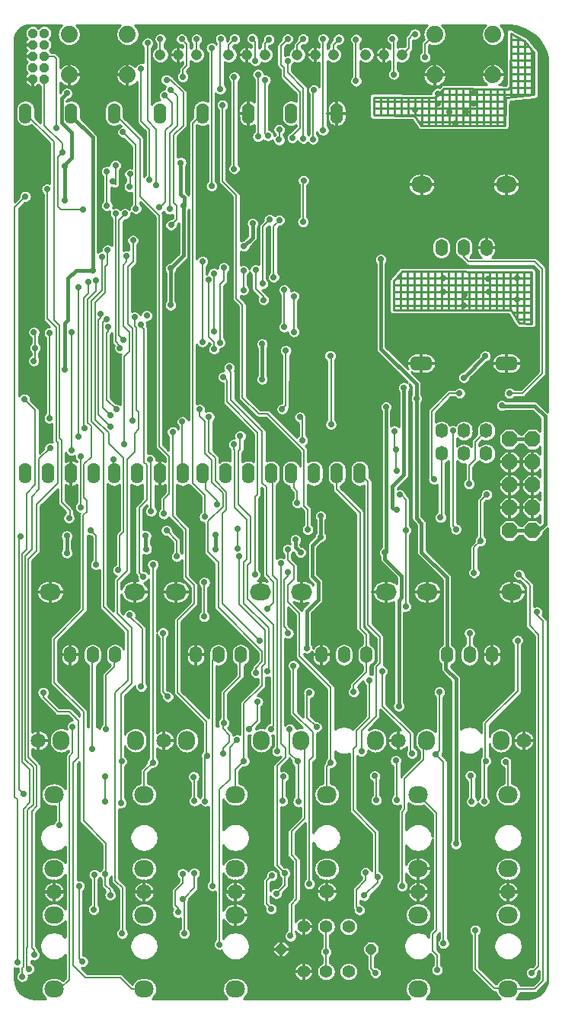
<source format=gbl>
G04 DipTrace 3.3.0.0*
G04 monsooon_01.GBL*
%MOIN*%
G04 #@! TF.FileFunction,Copper,L2,Bot*
G04 #@! TF.Part,Single*
%AMOUTLINE14*
4,1,8,
-0.008419,-0.020325,
-0.020325,-0.008419,
-0.020325,0.008419,
-0.008419,0.020325,
0.008419,0.020325,
0.020325,0.008419,
0.020325,-0.008419,
0.008419,-0.020325,
-0.008419,-0.020325,
0*%
%AMOUTLINE15*
4,1,8,
0.014159,0.034184,
0.034184,0.014159,
0.034184,-0.014159,
0.014159,-0.034184,
-0.014159,-0.034184,
-0.034184,-0.014159,
-0.034184,0.014159,
-0.014159,0.034184,
0.014159,0.034184,
0*%
%AMOUTLINE18*
4,1,8,
0.02197,0.0091,
0.0091,0.02197,
-0.0091,0.02197,
-0.02197,0.0091,
-0.02197,-0.0091,
-0.0091,-0.02197,
0.0091,-0.02197,
0.02197,-0.0091,
0.02197,0.0091,
0*%
G04 #@! TA.AperFunction,Conductor*
%ADD13C,0.015*%
%ADD16C,0.007*%
G04 #@! TA.AperFunction,CopperBalancing*
%ADD18C,0.009*%
%ADD19C,0.013*%
%ADD20C,0.01*%
G04 #@! TA.AperFunction,ComponentPad*
%ADD44O,0.085X0.075*%
%ADD45C,0.065*%
%ADD46O,0.075X0.085*%
%ADD47C,0.047559*%
%ADD51O,0.055X0.09*%
%ADD52O,0.054X0.074*%
%ADD53O,0.092388X0.072*%
%ADD54C,0.055433*%
%ADD55C,0.074*%
%ADD59O,0.055512X0.065*%
%ADD60O,0.102362X0.062992*%
G04 #@! TA.AperFunction,ViaPad*
%ADD61C,0.027559*%
G04 #@! TA.AperFunction,ComponentPad*
%ADD140OUTLINE14*%
%ADD141OUTLINE15*%
%ADD144OUTLINE18*%
%FSLAX26Y26*%
G04*
G70*
G90*
G75*
G01*
G04 Bottom*
%LPD*%
X1098063Y3448492D2*
D13*
Y3608585D1*
X1155009Y3665531D1*
Y3882302D1*
X633269Y3906739D2*
Y4057207D1*
Y4064148D1*
X663635Y4094514D1*
Y4202482D1*
X620590Y4245526D1*
Y4351840D1*
X644199Y4375449D1*
X1456894Y3805857D2*
Y3744465D1*
X1419493Y3707064D1*
X1142707Y4071661D2*
Y3935018D1*
X1158104Y3919622D1*
Y3882302D1*
X1155009D1*
X2347104Y1091841D2*
Y1813650D1*
X2302951Y1857802D1*
Y1913286D1*
X2308274Y1918609D1*
X756828Y3601730D2*
Y4182408D1*
X662959Y4276277D1*
Y4287850D1*
X1498839Y3124022D2*
Y3278606D1*
X756828Y3601730D2*
X684358D1*
X649585Y3566957D1*
Y3384087D1*
X635247Y3369748D1*
Y3165467D1*
X2308274Y1918609D2*
Y2255653D1*
X2196590Y2367337D1*
Y2494499D1*
X2174232Y2516857D1*
Y3039976D1*
Y3101937D1*
X2018458Y3257711D1*
Y3648892D1*
X1899371Y1756219D2*
D16*
Y1786484D1*
X1955244Y1842357D1*
Y1918489D1*
X1955125Y1918609D1*
X2292819Y656050D2*
Y1450004D1*
X2259579Y1483244D1*
X698152Y907197D2*
Y591210D1*
X712514Y576848D1*
X1955125Y1918609D2*
Y2006751D1*
X1926900Y2034975D1*
Y2541085D1*
X1825491Y2642495D1*
Y2713006D1*
X1825450Y2713047D1*
X2275105Y1756219D2*
Y1498770D1*
X2259579Y1483244D1*
X1703646Y1752310D2*
X1694923D1*
Y1644290D1*
X1736731Y1602482D1*
X1331756Y1621143D2*
X1327924Y1617311D1*
Y1595391D1*
X1354997Y1568318D1*
Y1535976D1*
X1327924Y1508903D1*
Y1486652D1*
X1331756Y1621143D2*
Y1752598D1*
X1402711Y1823554D1*
Y1916195D1*
X1405125Y1918609D1*
X814971Y1592336D2*
Y1830144D1*
X852371Y1867545D1*
Y1915856D1*
X855125Y1918609D1*
X822899Y3689097D2*
Y3627653D1*
X812329Y3617084D1*
Y3504945D1*
X768088Y3460703D1*
Y2947871D1*
X827108Y2888852D1*
Y2844446D1*
X892577Y2778976D1*
Y2458083D1*
X874182Y2439688D1*
Y2294993D1*
X868525Y2289335D1*
X1580212Y2319972D2*
Y1530306D1*
X1600861Y1509657D1*
Y1469892D1*
X1563367Y1432399D1*
Y998383D1*
X1597451Y964299D1*
Y911105D1*
X1560579Y874232D1*
X797161Y3660068D2*
Y3511999D1*
X751844Y3466681D1*
Y2939039D1*
X804260Y2886623D1*
Y2129579D1*
X910100Y2023739D1*
Y1807902D1*
X855109Y1752911D1*
Y931308D1*
X887639Y898778D1*
Y701159D1*
X885810Y699329D1*
X1157440D2*
Y854503D1*
X1201571Y898634D1*
Y963424D1*
X1151806Y851685D2*
X1154622D1*
X1157440Y854503D1*
X880527Y1270499D2*
Y1449186D1*
X883626Y1452285D1*
X940282Y3395773D2*
Y3357436D1*
X949139Y3348579D1*
Y2990768D1*
X959272Y2980635D1*
Y2906548D1*
X940888Y2888165D1*
Y2807566D1*
X907285Y2773962D1*
Y2285576D1*
X865600Y2243891D1*
Y2099337D1*
X927814Y2037123D1*
Y1793760D1*
X880239Y1746185D1*
Y1452285D1*
X883626D1*
X825415Y3352235D2*
Y3334387D1*
X818430Y3327403D1*
Y3034845D1*
X861111Y2992164D1*
X1225027D2*
Y2965111D1*
X1249783Y2940356D1*
Y2799509D1*
X1277953Y2771340D1*
Y2674881D1*
X1327462Y2625371D1*
Y2567325D1*
X1262155Y2502018D1*
Y2368936D1*
X1306699Y2324391D1*
Y2125449D1*
X1499283Y1932865D1*
Y1888613D1*
X1472164Y1861493D1*
Y1840109D1*
X1968134Y1807713D2*
Y1642778D1*
X1912461Y1587105D1*
Y1520071D1*
X1897692Y1505302D1*
Y1239438D1*
X1995402Y1141728D1*
Y956072D1*
X2004821Y946652D1*
Y924147D1*
X1945845Y865171D1*
X968478Y3362135D2*
Y3356694D1*
X980766Y3344405D1*
Y2761690D1*
X993741Y2748715D1*
Y2596126D1*
X960568Y2562953D1*
Y2278405D1*
X978211Y2260762D1*
X1612949Y2281699D2*
Y2264483D1*
X1595402Y2246935D1*
Y2042162D1*
X1612949Y2024614D1*
Y2012949D1*
X2406699D2*
Y1918609D1*
X1657125Y1275832D2*
Y1450388D1*
X1654026Y1453487D1*
X792573Y3411676D2*
Y3391853D1*
X782661Y3381941D1*
Y2969300D1*
X834348Y2917614D1*
X1403135Y2875993D2*
Y2818153D1*
X1395188Y2810206D1*
Y2575264D1*
X1447878Y2522573D1*
Y2322878D1*
X1433919Y2308919D1*
Y2164449D1*
X1549636Y2048731D1*
Y1606405D1*
X1537193Y1593962D1*
X1619545D2*
Y1487968D1*
X1654026Y1453487D1*
X1596125Y3515505D2*
Y3352115D1*
X1416688Y3598638D2*
Y3515703D1*
X1417282Y3515109D1*
X1637949Y3487949D2*
Y3331699D1*
X1470285Y3602804D2*
Y3519446D1*
X1504496Y3485235D1*
Y3472707D1*
X1505461Y3471743D1*
X1288689Y3256370D2*
Y3285434D1*
X1263634Y3310489D1*
Y3558690D1*
X1287227Y3587857D2*
Y3334821D1*
X1314131Y3284992D2*
Y3539131D1*
X1331092Y3556092D1*
Y3611821D1*
X1237440Y3639501D2*
Y3287496D1*
X1094164Y3868697D2*
Y4200156D1*
X1127029Y4233021D1*
Y4363538D1*
X1098860Y4391707D1*
X1049159Y3876774D2*
X1051252D1*
X1074348Y3899870D1*
Y4211828D1*
X1103837Y4241318D1*
Y4332887D1*
X1071244Y4365480D1*
X946367Y3870954D2*
Y4148768D1*
X889718Y4205417D1*
X597699Y4221949D2*
Y4414402D1*
X597160Y4414941D1*
Y4526688D1*
X587848Y4536000D1*
X546150D1*
X544199Y4537950D1*
X1080080Y4434902D2*
X1097920D1*
X1153320Y4379501D1*
Y4234899D1*
X1111066Y4192644D1*
Y3895926D1*
X1125151Y3881842D1*
Y3823636D1*
X1100228Y3798714D1*
X1677396Y3812877D2*
Y3991833D1*
X1679959Y3994395D1*
X920560Y4022089D2*
Y3969605D1*
X917724Y3966769D1*
X1549483Y3571361D2*
Y3792381D1*
X1577297Y3820194D1*
X1573407D1*
X428534Y572861D2*
Y1285491D1*
X416416Y1297609D1*
Y3878105D1*
X462559Y3924248D1*
X819304Y4033716D2*
Y3883445D1*
X1501014Y3542092D2*
Y3792680D1*
X1527332Y3818997D1*
X1534248D1*
X1530825Y3822420D1*
X1602577Y3250220D2*
Y3009500D1*
X1586358Y2993281D1*
X1354900Y3175203D2*
Y3162858D1*
X1363024Y3154735D1*
Y3032123D1*
X1499602Y2895545D1*
Y2671081D1*
X1517451Y2653232D1*
Y2268722D1*
X1549231Y2236942D1*
Y2146307D1*
X1522730Y2119806D1*
X1202350Y1278958D2*
Y1381783D1*
X1199169Y1384965D1*
X764146Y956718D2*
Y807420D1*
X761328Y804602D1*
X2416235Y1276407D2*
Y1383962D1*
X2410260Y1389937D1*
X1925055Y802270D2*
Y803178D1*
X1911382Y816853D1*
Y891632D1*
X1953004Y933256D1*
Y965001D1*
X1951593Y966412D1*
X1664038Y2958726D2*
X1675605D1*
Y2856974D1*
X2623109Y2269454D2*
X2670189Y2222374D1*
Y2045846D1*
X2708287Y2007748D1*
Y557354D1*
X2678130Y527197D1*
X2431541Y714226D2*
Y544255D1*
X2514026Y461769D1*
X2569881D1*
X2575450Y456199D1*
X2691642D1*
X2729409Y493967D1*
Y2065235D1*
X2701299Y2093345D1*
Y2105614D1*
X2077852Y2898354D2*
Y2823236D1*
X2084424Y2816664D1*
Y2727461D1*
X2087241Y2724643D1*
X1244884Y2086411D2*
Y2234508D1*
X1245873Y2235496D1*
X1587923Y1278930D2*
Y1389004D1*
X1591190Y1385735D1*
X1064651Y2015094D2*
Y1757064D1*
X1086223Y1735492D1*
X1564551Y1496646D2*
Y2247720D1*
X1543888Y2268383D1*
Y2707108D1*
X1537949Y2713047D1*
X1997928Y1283101D2*
Y1382975D1*
X1991953Y1388950D1*
X919475Y2092307D2*
Y2086478D1*
X973698Y2032256D1*
Y1784467D1*
X969617Y1780386D1*
X1933816Y1497303D2*
Y1585287D1*
X1998429Y1649900D1*
Y1865737D1*
X2014926Y1882235D1*
Y1996341D1*
X1962686Y2048581D1*
Y2675811D1*
X1925450Y2713047D1*
X478167Y544874D2*
X469890Y553151D1*
Y641573D1*
X472018D1*
Y1239152D1*
X496651Y1263785D1*
Y1425568D1*
X461241Y1460978D1*
Y2348741D1*
X491182Y2378682D1*
Y2611304D1*
X522602Y2642724D1*
Y2775468D1*
X570176Y2823042D1*
X1975400Y631699D2*
Y546804D1*
X1994886Y527319D1*
X2333360Y2898924D2*
Y2482407D1*
X2347508Y2468258D1*
X1277392Y4573646D2*
Y3969815D1*
X1376424Y4044945D2*
Y4447101D1*
X1151463D2*
Y4480096D1*
X1168505Y4497138D1*
Y4591014D1*
X1146753Y4612766D1*
X1721695Y4174966D2*
Y4386235D1*
X1725451Y4389991D1*
X1316056Y4393748D2*
Y4613489D1*
X1317581Y4611965D1*
X1679806Y4177983D2*
Y4398227D1*
X1611552Y4466480D1*
Y4516945D1*
X1468997Y4517697D2*
Y4601505D1*
X1455845Y4614657D1*
X1631185Y4180518D2*
Y4190762D1*
X1664991Y4224568D1*
Y4380604D1*
X1596186Y4449408D1*
Y4485260D1*
X1580316Y4501130D1*
Y4582598D1*
X1610331Y4612613D1*
X1766026Y4613358D2*
Y4213810D1*
X1573992Y4216370D2*
Y4172835D1*
X1573139Y4171982D1*
X1909874Y4611417D2*
Y4428921D1*
X1512533Y4432336D2*
Y4201005D1*
X1524483Y4189055D1*
X1480793Y4186027D2*
Y4458409D1*
X2075222D2*
Y4608077D1*
X2069640Y4613657D1*
X2283707Y2799199D2*
Y2522769D1*
X2279902Y2518963D1*
X2426488Y2278037D2*
Y2389005D1*
X2454659Y2417176D1*
Y2592159D1*
X2482059Y2619559D1*
X2681699Y2462950D2*
D13*
X2581699D1*
X2681699D2*
X2709234D1*
X2737010Y2490726D1*
Y2962632D1*
X2692029Y3007613D1*
X2549854D1*
X2548302Y3009165D1*
X2100732Y2618630D2*
D16*
X2106866D1*
X2127034Y2598462D1*
Y2464547D1*
Y2130244D2*
Y2464547D1*
X2681699Y2862950D2*
D13*
X2581699D1*
X449315Y510748D2*
D16*
Y549600D1*
X453989Y554274D1*
Y1243470D1*
X482337Y1271818D1*
Y1416321D1*
X447991Y1450668D1*
Y2360491D1*
X468085Y2380585D1*
Y2623841D1*
X506484Y2662240D1*
Y2989063D1*
X457861Y3037686D1*
X1623235Y688621D2*
Y701402D1*
X1626718Y697919D1*
Y828215D1*
X1649766Y851263D1*
Y1020392D1*
X1626718Y1043440D1*
Y1145811D1*
X1684934Y1204027D1*
Y1527965D1*
X1668699Y1544199D1*
X1312056Y651538D2*
Y1329424D1*
X1357681Y1375048D1*
Y1513454D1*
X1389701Y1545474D1*
X1300449Y2575498D2*
Y2594352D1*
X1250412Y2644390D1*
Y2700584D1*
X1237949Y2713047D1*
X1247475Y2522334D2*
Y2616475D1*
X1194034Y2669916D1*
Y4243936D1*
X1237949Y4287850D1*
X1653048Y2582930D2*
Y2633730D1*
X1636707Y2650071D1*
Y2701790D1*
X1625450Y2713047D1*
X1697668Y2466662D2*
Y2555127D1*
X1682097Y2570698D1*
Y2814870D1*
X1523258Y2973709D1*
X1483441D1*
X1412950Y3044199D1*
Y3450449D1*
X1386024Y3477375D1*
Y3930127D1*
X1325450Y3990701D1*
Y4324386D1*
X1012699Y2546915D2*
Y2779004D1*
X1007450Y2773755D1*
X848210D2*
Y2715298D1*
X850450Y2713058D1*
X1068671Y2535751D2*
Y2599438D1*
X1092129Y2622896D1*
Y2786825D1*
X1047331Y2831623D1*
Y3841152D1*
X963506Y3924976D1*
Y4174804D1*
X850450Y4287861D1*
X704585Y2564438D2*
Y2786415D1*
X653450Y2516993D2*
X656699D1*
Y2549381D1*
X620828Y2585252D1*
Y2855543D1*
X610071Y2866300D1*
Y3360379D1*
X586886Y3383564D1*
Y4163924D1*
X462959Y4287850D1*
X1479101Y1713819D2*
Y1630903D1*
X1443069Y1594871D1*
X669546Y1605098D2*
Y1488491D1*
X654404Y1473349D1*
Y498071D1*
X619050Y462716D1*
X581433D1*
X587950Y456199D1*
X1381699Y1307199D2*
Y1416150D1*
X1419420Y1453870D1*
Y1705765D1*
X1498583Y1784928D1*
Y1865605D1*
X1512827Y1879849D1*
Y2027454D1*
X1399705Y2140576D1*
Y2348684D1*
X1124993D2*
Y2418087D1*
X1080080Y2463001D1*
X2575450Y1307199D2*
Y1440403D1*
X2565167Y1450685D1*
X1052959Y4544199D2*
Y4613673D1*
X2111579Y907339D2*
Y1231713D1*
X2122442Y1242577D1*
Y1377604D1*
X2205476Y1460638D1*
Y1530976D1*
X2218699Y1544199D1*
X1210440Y4544199D2*
Y4611156D1*
X1211232Y4611950D1*
X611230Y1172728D2*
Y1283920D1*
X587950Y1307199D1*
X442425Y2437949D2*
X434740D1*
Y1330665D1*
X452827Y1312579D1*
X458129D1*
X456538Y1310988D1*
X1352959Y4544199D2*
Y4588087D1*
X1377735Y4612862D1*
X1781699Y1307199D2*
Y1429314D1*
X1799856Y1447470D1*
Y1775556D1*
X1663004Y1912408D1*
Y2099611D1*
X1610908Y2151707D1*
Y2223408D1*
X1637949Y2250449D1*
Y2306699D1*
X1610908Y2333741D1*
Y2379827D1*
X1391146Y2384818D2*
Y2469283D1*
X1510440Y4544199D2*
Y4592340D1*
X1528866Y4610768D1*
X1652959Y4544199D2*
Y4586730D1*
X1678842Y4612613D1*
X2264333Y540181D2*
Y605056D1*
X2246035Y623354D1*
Y698210D1*
X2261006Y713181D1*
Y1227892D1*
X2181699Y1307199D1*
X1810440Y4544199D2*
Y4588064D1*
X1833794Y4611417D1*
X2110440Y4544199D2*
X2112665D1*
X2140795Y4572329D1*
Y4614619D1*
X2159150Y4632975D1*
X2168400D1*
X2167039Y4634335D1*
X2404069Y2666010D2*
Y2745542D1*
X2432157Y2773630D1*
Y2851665D1*
X2479692Y2899199D1*
X981699Y456199D2*
X927942D1*
X877509Y506632D1*
X726538D1*
X673006Y560163D1*
Y1448037D1*
X695648Y1470678D1*
Y1629716D1*
X655437Y1669928D1*
X605119D1*
X540308Y1734739D1*
Y1754139D1*
X981699Y1307199D2*
Y1409524D1*
X1020437Y1448261D1*
Y2313234D1*
X772130D2*
Y2441554D1*
X748594Y2465090D1*
X1130428Y791984D2*
Y810479D1*
X1118216Y822690D1*
Y885234D1*
X1152139Y919156D1*
Y959967D1*
X1150548Y961558D1*
X1537794Y806702D2*
Y811287D1*
X1518230Y830852D1*
Y928975D1*
X1541987Y952731D1*
X1705688Y916247D2*
Y1456449D1*
X1721693Y1472454D1*
Y1579003D1*
X1636108Y1664589D1*
Y1871773D1*
X1281699Y908021D2*
Y1893609D1*
X1306699Y1918609D1*
X755955Y1507548D2*
Y1917865D1*
X756699Y1918609D1*
X812357Y1275663D2*
Y1383669D1*
X810291Y1385735D1*
X2381699Y3699860D2*
Y3658726D1*
X2401396Y3639029D1*
X2693126D1*
X2725450Y3606705D1*
Y3150450D1*
X2637949Y3062949D1*
X2581699D1*
X2362949D2*
X2319199D1*
X2240820Y2984570D1*
Y2697470D1*
X2250819Y2687471D1*
X895445Y2839811D2*
Y3223205D1*
X917757Y3245517D1*
Y3329630D1*
X890488Y3356899D1*
Y3624526D1*
X905136Y3639174D1*
Y3663266D1*
X898388Y3848765D2*
Y3845198D1*
X872800Y3819610D1*
Y3315690D1*
X891685Y3296807D1*
X567714Y3327391D2*
Y2953707D1*
X694723Y3526579D2*
Y2872790D1*
X1375363Y2838941D2*
Y2817769D1*
X1377167Y2815966D1*
Y2564209D1*
X1430526Y2510849D1*
Y2336776D1*
X1418047Y2324297D1*
Y2144199D1*
X1526618Y2035629D1*
Y1850495D1*
X1523244Y1847121D1*
X2024504D2*
Y1695075D1*
X2147311Y1572268D1*
Y1495652D1*
X2154993Y1487970D1*
X2089265Y1283955D2*
Y1450409D1*
X2084143Y1455531D1*
X858331Y3848522D2*
Y3288710D1*
X875972Y3271068D1*
Y3261790D1*
X505096D2*
Y3211245D1*
X498899Y3205048D1*
X505096Y3261790D2*
Y3324863D1*
X499932Y3330027D1*
X624093Y4116029D2*
Y4156416D1*
X545554Y4234955D1*
Y4436596D1*
X544199Y4437950D1*
X716122Y3867304D2*
X617337D1*
X605387Y3879255D1*
Y4097323D1*
X624093Y4116029D1*
X1799987Y2927459D2*
Y3224804D1*
X1796806Y3227986D1*
X1467022Y2269560D2*
Y2325512D1*
X1468121Y2326610D1*
Y2609505D1*
X1479163Y2620547D1*
Y2890517D1*
X1344117Y3025563D1*
Y3120547D1*
X1329870Y3134793D1*
X1249522Y1278428D2*
Y1470491D1*
X1257038Y1478006D1*
X738404Y3550474D2*
Y3500709D1*
X717747Y3480051D1*
Y2913651D1*
X722716Y2908681D1*
X1107192Y2894190D2*
Y2526022D1*
X1165139Y2468075D1*
Y2259111D1*
X1202257Y2221993D1*
Y2143632D1*
X1128020Y2069395D1*
Y1753845D1*
X1254866Y1626999D1*
Y1480178D1*
X1257038Y1478006D1*
X933609Y3731892D2*
Y3639174D1*
X912171Y3617736D1*
Y3365961D1*
X931500Y3346631D1*
Y2942506D1*
X1149825Y2938726D2*
Y2713682D1*
X1150450Y2713058D1*
X1036184Y3972134D2*
Y4217593D1*
X997081Y4256695D1*
Y4595323D1*
X1004836Y3996117D2*
Y4217760D1*
X969758Y4252837D1*
Y4483231D1*
X2212026Y4533453D2*
Y4591526D1*
X2253699Y4633199D1*
X1778550Y533274D2*
Y618571D1*
Y730125D1*
X500341Y605832D2*
Y627186D1*
X492125Y635403D1*
Y1234676D1*
X513039Y1255590D1*
Y1433084D1*
X474492Y1471631D1*
Y2338090D1*
X511093Y2374692D1*
Y2576627D1*
X603468Y2669003D1*
Y2847193D1*
X596600Y2854062D1*
Y3350240D1*
X557467Y3389373D1*
Y3955728D1*
X857164Y4060226D2*
Y3976180D1*
X844409Y3988934D1*
X833509Y867379D2*
Y889232D1*
X812972Y909769D1*
Y959534D1*
X812033Y960474D1*
X772090Y3558358D2*
Y3509898D1*
X735743Y3473550D1*
Y2934146D1*
X750150Y2919739D1*
Y2783854D1*
X718878Y2752583D1*
Y2607021D1*
X731699Y2594199D1*
Y2544199D1*
X716426Y2528926D1*
Y2116180D1*
X588306Y1988059D1*
Y1798425D1*
X716812Y1669919D1*
Y1192773D1*
X815555Y1094030D1*
Y960474D1*
X812033D1*
X665304Y3331374D2*
X663647Y3329716D1*
Y2813715D1*
X2470013Y1278113D2*
Y1446277D1*
X2477695Y1453959D1*
X817320Y3388349D2*
X815396D1*
X801287Y3374240D1*
Y3000278D1*
X834240Y2967325D1*
X1265983Y2960508D2*
Y2806535D1*
X1293479Y2779039D1*
Y2678968D1*
X1341562Y2630886D1*
Y2552580D1*
X1325449Y2536468D1*
Y2144199D1*
X1487949Y1981699D1*
X2617020D2*
Y1759703D1*
X2476125Y1618808D1*
Y1453959D1*
X2477695D1*
X1755046Y2526041D2*
D13*
Y2434223D1*
X2088623Y2552627D2*
X2081291D1*
X2069184Y2564735D1*
Y2655295D1*
X2119199Y2705311D1*
Y3087949D1*
X2381699Y3131699D2*
X2475428Y3225428D1*
X1694433Y1947441D2*
Y2111224D1*
X1744438Y2161230D1*
Y2236220D1*
X1718185Y2262474D1*
Y2397362D1*
X1755046Y2434223D1*
X644101Y2438493D2*
Y2364867D1*
X1294101Y2441993D2*
Y2381556D1*
X989749Y2440242D2*
Y2381556D1*
X992335D1*
X1644298Y2422300D2*
Y2389526D1*
X1666894Y2366930D1*
X2041661Y3003189D2*
Y2371795D1*
X2036340Y2366474D1*
X2096846Y1694199D2*
Y2157069D1*
X2109222Y2169445D1*
Y2264331D1*
X2036340Y2337213D1*
Y2366474D1*
D61*
X1098063Y3448492D3*
Y3608585D3*
X1155009Y3882302D3*
X633269Y3906739D3*
Y4057207D3*
X644199Y4375449D3*
X1456894Y3805857D3*
X1419493Y3707064D3*
D3*
X1142707Y4071661D3*
X2347104Y1091841D3*
X756828Y3601730D3*
X1498839Y3124022D3*
Y3278606D3*
X635247Y3165467D3*
X756828Y3601730D3*
X2018458Y3648892D3*
X2174232Y3039976D3*
X1899371Y1756219D3*
X2292819Y656050D3*
X2259579Y1483244D3*
X698152Y907197D3*
X712514Y576848D3*
X2275105Y1756219D3*
X1736731Y1602482D3*
X1331756Y1621143D3*
X1327924Y1486652D3*
X1703646Y1752310D3*
X1331756Y1621143D3*
X814971Y1592336D3*
X822899Y3689097D3*
X868525Y2289335D3*
X1580212Y2319972D3*
X1597451Y964299D3*
X1560579Y874232D3*
X797161Y3660068D3*
X885810Y699329D3*
X1157440D3*
X1201571Y963424D3*
X1151806Y851685D3*
X880527Y1270499D3*
X883626Y1452285D3*
D3*
X940282Y3395773D3*
X825415Y3352235D3*
X861111Y2992164D3*
X1225027D3*
X1472164Y1840109D3*
X1968134Y1807713D3*
X2004821Y946652D3*
X1945845Y865171D3*
D3*
X968478Y3362135D3*
X978211Y2260762D3*
X1612949Y2281699D3*
Y2012949D3*
X2406699D3*
X1657125Y1275832D3*
X1654026Y1453487D3*
D3*
X792573Y3411676D3*
X834348Y2917614D3*
X1403135Y2875993D3*
X1537193Y1593962D3*
X1619545D3*
X1596125Y3515505D3*
Y3352115D3*
X1416688Y3598638D3*
X1417282Y3515109D3*
X1637949Y3487949D3*
Y3331699D3*
X1470285Y3602804D3*
X1505461Y3471743D3*
X1288689Y3256370D3*
X1263634Y3558690D3*
X1287227Y3587857D3*
Y3334821D3*
X1314131Y3284992D3*
X1331092Y3611821D3*
X1237440Y3639501D3*
Y3287496D3*
X1094164Y3868697D3*
X1098860Y4391707D3*
X1049159Y3876774D3*
X1071244Y4365480D3*
X946367Y3870954D3*
X889718Y4205417D3*
X597699Y4221949D3*
X1080080Y4434902D3*
X1100228Y3798714D3*
X1677396Y3812877D3*
X1679959Y3994395D3*
X920560Y4022089D3*
X917724Y3966769D3*
X1549483Y3571361D3*
X1573407Y3820194D3*
X428534Y572861D3*
X462559Y3924248D3*
X819304Y4033716D3*
Y3883445D3*
X1501014Y3542092D3*
X1530825Y3822420D3*
X1602577Y3250220D3*
X1586358Y2993281D3*
X1354900Y3175203D3*
X1522730Y2119806D3*
X1202350Y1278958D3*
X1199169Y1384965D3*
X764146Y956718D3*
X761328Y804602D3*
D3*
X2416235Y1276407D3*
X2410260Y1389937D3*
X1951593Y966412D3*
X1925055Y802270D3*
X1664038Y2958726D3*
X1675605Y2856974D3*
X2623109Y2269454D3*
X2678130Y527197D3*
X2431541Y714226D3*
X2701299Y2105614D3*
X2077852Y2898354D3*
X2084424Y2816664D3*
X2087241Y2724643D3*
X1244884Y2086411D3*
X1245873Y2235496D3*
X1587923Y1278930D3*
X1591190Y1385735D3*
X1064651Y2015094D3*
X1086223Y1735492D3*
X1564551Y1496646D3*
X1997928Y1283101D3*
X1991953Y1388950D3*
X919475Y2092307D3*
X969617Y1780386D3*
X1933816Y1497303D3*
X478167Y544874D3*
X570176Y2823042D3*
X1994886Y527319D3*
D3*
X2347508Y2468258D3*
X2333360Y2898924D3*
X1277392Y4573646D3*
Y3969815D3*
X1376424Y4044945D3*
Y4447101D3*
X1151463D3*
X1146753Y4612766D3*
X1721695Y4174966D3*
X1725451Y4389991D3*
X1316056Y4393748D3*
X1317581Y4611965D3*
X1679806Y4177983D3*
X1611552Y4516945D3*
X1468997Y4517697D3*
X1455845Y4614657D3*
X1631185Y4180518D3*
X1610331Y4612613D3*
X1766026Y4613358D3*
Y4213810D3*
X1573992Y4216370D3*
X1573139Y4171982D3*
X1909874Y4611417D3*
Y4428921D3*
X1512533Y4432336D3*
X1524483Y4189055D3*
X1480793Y4186027D3*
Y4458409D3*
X2075222D3*
X2069640Y4613657D3*
X2279902Y2518963D3*
X2426488Y2278037D3*
X2454659Y2417176D3*
X2482059Y2619559D3*
X2548302Y3009165D3*
X2100732Y2618630D3*
X2127034Y2464547D3*
Y2130244D3*
X449315Y510748D3*
X457861Y3037686D3*
X1623235Y688621D3*
X1312056Y651538D3*
X1389701Y1545474D3*
X1300449Y2575498D3*
X1247475Y2522334D3*
X1653048Y2582930D3*
X1697668Y2466662D3*
X1325450Y4324386D3*
X1012699Y2546915D3*
X1007450Y2773755D3*
X848210D3*
X1068671Y2535751D3*
X704585Y2564438D3*
Y2786415D3*
X653450Y2516993D3*
X1479101Y1713819D3*
X1443069Y1594871D3*
X669546Y1605098D3*
X1419420Y1453870D3*
X1399705Y2348684D3*
X1124993D3*
X1080080Y2463001D3*
X2565167Y1450685D3*
X1052959Y4613673D3*
X2111579Y907339D3*
X1211232Y4611950D3*
X611230Y1172728D3*
X442425Y2437949D3*
X456538Y1310988D3*
X1377735Y4612862D3*
X1799856Y1447470D3*
X1610908Y2379827D3*
X1391146Y2384818D3*
Y2469283D3*
X1528866Y4610768D3*
X1678842Y4612613D3*
X2264333Y540181D3*
X1833794Y4611417D3*
X2167039Y4634335D3*
X2404069Y2666010D3*
X540308Y1754139D3*
X1020437Y1448261D3*
Y2313234D3*
X772130D3*
X748594Y2465090D3*
X1150548Y961558D3*
X1130428Y791984D3*
X1541987Y952731D3*
X1537794Y806702D3*
X1705688Y916247D3*
X1636108Y1871773D3*
X1281699Y908021D3*
X755955Y1507548D3*
X812357Y1275663D3*
X810291Y1385735D3*
X2581699Y3062949D3*
X2362949D3*
X2250819Y2687471D3*
X895445Y2839811D3*
X905136Y3663266D3*
X898388Y3848765D3*
X891685Y3296807D3*
X567714Y3327391D3*
Y2953707D3*
X694723Y3526579D3*
Y2872790D3*
X1375363Y2838941D3*
X1523244Y1847121D3*
X2024504D3*
X2154993Y1487970D3*
X2089265Y1283955D3*
X2084143Y1455531D3*
X858331Y3848522D3*
X875972Y3261790D3*
X505096D3*
X498899Y3205048D3*
X499932Y3330027D3*
X505096Y3261790D3*
X624093Y4116029D3*
X716122Y3867304D3*
X624093Y4116029D3*
X1799987Y2927459D3*
X1796806Y3227986D3*
X1467022Y2269560D3*
X1329870Y3134793D3*
X1249522Y1278428D3*
X1257038Y1478006D3*
X738404Y3550474D3*
X722716Y2908681D3*
X1107192Y2894190D3*
X933609Y3731892D3*
X931500Y2942506D3*
X1149825Y2938726D3*
X1036184Y3972134D3*
X997081Y4595323D3*
X1004836Y3996117D3*
X969758Y4483231D3*
X2212026Y4533453D3*
X500341Y605832D3*
X557467Y3955728D3*
X857164Y4060226D3*
X844409Y3988934D3*
X1778550Y618571D3*
X812033Y960474D3*
X833509Y867379D3*
X772090Y3558358D3*
X665304Y3331374D3*
X663647Y2813715D3*
X2470013Y1278113D3*
X2477695Y1453959D3*
X817320Y3388349D3*
X834240Y2967325D3*
X1265983Y2960508D3*
X1487949Y1981699D3*
X2617020D3*
X1755046Y2526041D3*
Y2434223D3*
X2119199Y3087949D3*
X2088623Y2552627D3*
X2381699Y3131699D3*
X2475428Y3225428D3*
X1694433Y1947441D3*
X644101Y2438493D3*
Y2364867D3*
X1294101Y2441993D3*
Y2381556D3*
X989749Y2440242D3*
X992335Y2381556D3*
X1666894Y2366930D3*
X1644298Y2422300D3*
X2041661Y3003189D3*
X2036340Y2366474D3*
X2096846Y1694199D3*
X2036340Y2366474D3*
X837121Y2569426D3*
X1155303Y2583625D3*
X1619497Y3803377D3*
X1625329Y3945465D3*
X984444Y3649146D3*
X983277Y3691136D3*
X979777Y3732543D3*
X1072674Y2321381D3*
X1213224Y2318465D3*
X1580014Y2519150D3*
X2287950Y2406699D3*
X1319199Y2925449D3*
X794199Y3769199D3*
X1515004Y1728261D3*
X1610297Y1684798D3*
X1848206Y1620035D3*
X1742255Y1690180D3*
X1611622Y1911982D3*
X1297310Y3710433D3*
X1143369Y3265139D3*
X1093777Y3046108D3*
X993559Y3402550D3*
X858215Y3109131D3*
X1013642Y3125265D3*
Y3056043D3*
X2268984Y4330157D3*
X981926Y3512207D3*
X1001842Y3540453D3*
X2167783Y4304815D3*
X2346345Y4242639D3*
X2318237Y4292398D3*
X2392671Y4292088D3*
X2425798Y4329291D3*
X2424531Y4376825D3*
X2267030Y4375079D3*
X2382828Y3445470D3*
X2383266Y3494106D3*
X2293004Y3566842D3*
X2290374Y3507251D3*
X2487113Y3565089D3*
X2491056Y3508127D3*
X2615497Y3566842D3*
X2614621Y3472636D3*
X1815173Y2552832D3*
X1859251Y2554304D3*
X1922761Y2592963D3*
X2050450Y4194199D3*
Y4131699D3*
X1937950Y4194199D3*
Y4131699D3*
X2675450Y4312949D3*
Y4244199D3*
X2706699Y4281699D3*
X1756699Y2962949D3*
X1775450Y3106699D3*
X1344199Y3219199D3*
X448198Y4664831D2*
D18*
X471834D1*
X516559D2*
X521843D1*
X566569D2*
X612968D1*
X694432D2*
X868976D1*
X950423D2*
X2212964D1*
X2294429D2*
X2468972D1*
X2550419D2*
X2627597D1*
X436350Y4655962D2*
X462974D1*
X575429D2*
X607326D1*
X700075D2*
X863316D1*
X956083D2*
X2148927D1*
X2185145D2*
X2207322D1*
X2300089D2*
X2463312D1*
X2556079D2*
X2574828D1*
X2591657D2*
X2649957D1*
X428616Y4647093D2*
X459142D1*
X579261D2*
X603880D1*
X703520D2*
X859871D1*
X959528D2*
X2141615D1*
X2192458D2*
X2203877D1*
X2303516D2*
X2459867D1*
X2559524D2*
X2568728D1*
X2608163D2*
X2667166D1*
X423026Y4638224D2*
X459107D1*
X579278D2*
X602193D1*
X705208D2*
X858183D1*
X961216D2*
X1039361D1*
X1066561D2*
X1135091D1*
X1158407D2*
X1201748D1*
X1220704D2*
X1308060D1*
X1327104D2*
X1365857D1*
X1389630D2*
X1440511D1*
X1471192D2*
X1524798D1*
X1532944D2*
X1599031D1*
X1621626D2*
X1667550D1*
X1690128D2*
X1753050D1*
X1778985D2*
X1826158D1*
X1841423D2*
X1902236D1*
X1917501D2*
X2056080D1*
X2083210D2*
X2138767D1*
X2195305D2*
X2202189D1*
X2305204D2*
X2458197D1*
X2561212D2*
X2568394D1*
X2624669D2*
X2679347D1*
X418843Y4629356D2*
X459125D1*
X579278D2*
X602087D1*
X705313D2*
X858078D1*
X961321D2*
X1029306D1*
X1076616D2*
X1123754D1*
X1169762D2*
X1188863D1*
X1233606D2*
X1295193D1*
X1339971D2*
X1354660D1*
X1400809D2*
X1431529D1*
X1480157D2*
X1507519D1*
X1550223D2*
X1587447D1*
X1633227D2*
X1655949D1*
X1701729D2*
X1742591D1*
X1789462D2*
X1811867D1*
X1855714D2*
X1887945D1*
X1931809D2*
X2045990D1*
X2093282D2*
X2130084D1*
X2195130D2*
X2202084D1*
X2305309D2*
X2458091D1*
X2561317D2*
X2568341D1*
X2641175D2*
X2691037D1*
X416575Y4620487D2*
X462464D1*
X575921D2*
X603546D1*
X703837D2*
X859554D1*
X959845D2*
X984746D1*
X1009415D2*
X1025281D1*
X1080641D2*
X1119306D1*
X1174192D2*
X1184046D1*
X1238423D2*
X1290394D1*
X1344770D2*
X1350265D1*
X1405204D2*
X1427925D1*
X1483761D2*
X1502087D1*
X1555637D2*
X1582929D1*
X1637727D2*
X1651449D1*
X1706229D2*
X1738425D1*
X1793628D2*
X1806787D1*
X1860811D2*
X1882865D1*
X1936889D2*
X2041964D1*
X2097325D2*
X2123562D1*
X2191860D2*
X2203560D1*
X2303850D2*
X2459550D1*
X2559841D2*
X2568289D1*
X2657680D2*
X2699668D1*
X415608Y4611618D2*
X468617D1*
X569768D2*
X606746D1*
X700655D2*
X862754D1*
X956645D2*
X973865D1*
X1081415D2*
X1118234D1*
X1175264D2*
X1182693D1*
X1239776D2*
X1289041D1*
X1406241D2*
X1427468D1*
X1484218D2*
X1500347D1*
X1557395D2*
X1581804D1*
X1638852D2*
X1650324D1*
X1707372D2*
X1737546D1*
X1794507D2*
X1805257D1*
X1862341D2*
X1881336D1*
X1938419D2*
X2041173D1*
X2098098D2*
X2122543D1*
X2183686D2*
X2206671D1*
X2300651D2*
X2462750D1*
X2556659D2*
X2568218D1*
X2667471D2*
X2708298D1*
X415608Y4602749D2*
X460671D1*
X577731D2*
X612054D1*
X695329D2*
X868062D1*
X951337D2*
X969558D1*
X1079253D2*
X1120097D1*
X1238194D2*
X1290623D1*
X1404360D2*
X1430000D1*
X1487206D2*
X1495654D1*
X1556218D2*
X1575019D1*
X1637042D2*
X1643521D1*
X1705561D2*
X1739603D1*
X1792450D2*
X1799668D1*
X1860934D2*
X1882724D1*
X1937012D2*
X2043353D1*
X2095936D2*
X2122543D1*
X2159059D2*
X2197882D1*
X2295343D2*
X2468058D1*
X2551333D2*
X2568166D1*
X2674591D2*
X2715119D1*
X415608Y4593881D2*
X459107D1*
X579278D2*
X620545D1*
X686856D2*
X876535D1*
X942864D2*
X968574D1*
X1025587D2*
X1032769D1*
X1073153D2*
X1125670D1*
X1233044D2*
X1257664D1*
X1398718D2*
X1436714D1*
X1487259D2*
X1492252D1*
X1551647D2*
X1566230D1*
X1631557D2*
X1636244D1*
X1700059D2*
X1745509D1*
X1786544D2*
X1793181D1*
X1856065D2*
X1887611D1*
X1932143D2*
X2049435D1*
X2093475D2*
X2122543D1*
X2159059D2*
X2193927D1*
X2286852D2*
X2476531D1*
X2542860D2*
X2568113D1*
X2681727D2*
X2721201D1*
X415608Y4585012D2*
X459107D1*
X579278D2*
X636523D1*
X670860D2*
X892531D1*
X926868D2*
X970543D1*
X1023618D2*
X1034703D1*
X1071220D2*
X1149048D1*
X1186761D2*
X1192170D1*
X1228702D2*
X1251300D1*
X1375339D2*
X1450742D1*
X1487259D2*
X1492187D1*
X1539800D2*
X1562222D1*
X1612696D2*
X1634697D1*
X1681198D2*
X1747759D1*
X1784294D2*
X1792179D1*
X1842864D2*
X1891619D1*
X1928136D2*
X2056959D1*
X2093475D2*
X2122543D1*
X2159059D2*
X2193769D1*
X2230971D2*
X2236537D1*
X2270874D2*
X2492527D1*
X2526864D2*
X2568043D1*
X2688846D2*
X2727283D1*
X415608Y4576143D2*
X459529D1*
X578856D2*
X976273D1*
X1017887D2*
X1032154D1*
X1073768D2*
X1110886D1*
X1231251D2*
X1248962D1*
X1373774D2*
X1410892D1*
X1531239D2*
X1562064D1*
X1599319D2*
X1632148D1*
X1673762D2*
X1710898D1*
X1784294D2*
X1789648D1*
X1831245D2*
X1891619D1*
X1973768D2*
X2010886D1*
X2159059D2*
X2193769D1*
X2230286D2*
X2567990D1*
X2695983D2*
X2731519D1*
X415608Y4567274D2*
X465629D1*
X572774D2*
X978822D1*
X1015339D2*
X1022328D1*
X1083595D2*
X1101060D1*
X1241077D2*
X1249595D1*
X1383600D2*
X1401066D1*
X1541083D2*
X1562064D1*
X1598581D2*
X1622322D1*
X1683589D2*
X1701054D1*
X1841071D2*
X1891619D1*
X1983595D2*
X2001060D1*
X2158304D2*
X2193769D1*
X2230286D2*
X2567937D1*
X2703120D2*
X2735597D1*
X415608Y4558405D2*
X465418D1*
X572985D2*
X978822D1*
X1088710D2*
X1095945D1*
X1246192D2*
X1253427D1*
X1388716D2*
X1395951D1*
X1546198D2*
X1562064D1*
X1598581D2*
X1617207D1*
X1688721D2*
X1695939D1*
X1846204D2*
X1891619D1*
X1988710D2*
X1995945D1*
X2152327D2*
X2193769D1*
X2230286D2*
X2567867D1*
X2708956D2*
X2739675D1*
X415608Y4549537D2*
X459476D1*
X599616D2*
X978822D1*
X1248600D2*
X1259140D1*
X1548606D2*
X1562064D1*
X1598581D2*
X1614798D1*
X1848595D2*
X1891619D1*
X2148600D2*
X2188654D1*
X2235401D2*
X2567814D1*
X2709536D2*
X2742312D1*
X415608Y4540668D2*
X459107D1*
X608634D2*
X978822D1*
X1248811D2*
X1259140D1*
X1548817D2*
X1562064D1*
X1848805D2*
X1891619D1*
X2148811D2*
X2184453D1*
X2239602D2*
X2567761D1*
X2709536D2*
X2744685D1*
X415608Y4531799D2*
X459107D1*
X614645D2*
X978822D1*
X1089395D2*
X1095259D1*
X1246878D2*
X1259140D1*
X1389401D2*
X1395265D1*
X1546884D2*
X1562064D1*
X1689389D2*
X1695262D1*
X1846872D2*
X1891619D1*
X1989395D2*
X1995259D1*
X2146878D2*
X2183539D1*
X2240516D2*
X2567691D1*
X2709518D2*
X2747058D1*
X415608Y4522930D2*
X460795D1*
X615419D2*
X978822D1*
X1015339D2*
X1021011D1*
X1084913D2*
X1099742D1*
X1242395D2*
X1259140D1*
X1384919D2*
X1399748D1*
X1542401D2*
X1562064D1*
X1684907D2*
X1699754D1*
X1842389D2*
X1891619D1*
X1984913D2*
X1999742D1*
X2142395D2*
X2185560D1*
X2238477D2*
X2567638D1*
X2709518D2*
X2747796D1*
X415608Y4514062D2*
X468845D1*
X615419D2*
X978822D1*
X1015339D2*
X1029517D1*
X1076405D2*
X1108250D1*
X1233887D2*
X1259140D1*
X1376411D2*
X1408255D1*
X1533893D2*
X1562064D1*
X1676417D2*
X1708244D1*
X1833882D2*
X1891619D1*
X1976405D2*
X2008250D1*
X2133887D2*
X2191431D1*
X2232624D2*
X2567586D1*
X2709518D2*
X2747796D1*
X415608Y4505193D2*
X462289D1*
X615419D2*
X643449D1*
X663952D2*
X899457D1*
X919942D2*
X952086D1*
X1015339D2*
X1150244D1*
X1186761D2*
X1259140D1*
X1334311D2*
X1443447D1*
X1494554D2*
X1562064D1*
X1637464D2*
X1747759D1*
X1784294D2*
X1891619D1*
X1928136D2*
X2056959D1*
X2093475D2*
X2243445D1*
X2263948D2*
X2499453D1*
X2519956D2*
X2567533D1*
X2709501D2*
X2747796D1*
X415608Y4496324D2*
X459107D1*
X615419D2*
X622882D1*
X684518D2*
X878873D1*
X1015339D2*
X1142246D1*
X1186743D2*
X1259140D1*
X1334311D2*
X1450566D1*
X1487417D2*
X1562732D1*
X1630854D2*
X1747759D1*
X1784294D2*
X1891619D1*
X1928136D2*
X2056959D1*
X2093475D2*
X2222879D1*
X2284532D2*
X2478869D1*
X2540522D2*
X2567462D1*
X2709501D2*
X2747796D1*
X415608Y4487455D2*
X459107D1*
X693923D2*
X869468D1*
X1015339D2*
X1134845D1*
X1183807D2*
X1259140D1*
X1334311D2*
X1568533D1*
X1629817D2*
X1747759D1*
X1784294D2*
X1891619D1*
X1928136D2*
X2056959D1*
X2093475D2*
X2213474D1*
X2293919D2*
X2469482D1*
X2549927D2*
X2567410D1*
X2709501D2*
X2747796D1*
X415608Y4478587D2*
X459142D1*
X699759D2*
X863632D1*
X1015339D2*
X1133211D1*
X1175405D2*
X1259140D1*
X1334311D2*
X1461007D1*
X1500583D2*
X1577410D1*
X1629817D2*
X1747759D1*
X1784294D2*
X1891619D1*
X1928136D2*
X2055429D1*
X2095005D2*
X2207638D1*
X2299755D2*
X2463629D1*
X2555762D2*
X2567357D1*
X2709483D2*
X2747796D1*
X415608Y4469718D2*
X463185D1*
X703345D2*
X860064D1*
X1015339D2*
X1133211D1*
X1169727D2*
X1259140D1*
X1334311D2*
X1359634D1*
X1393216D2*
X1454679D1*
X1506911D2*
X1577920D1*
X1633772D2*
X1747759D1*
X1784294D2*
X1891619D1*
X1928136D2*
X2049101D1*
X2101350D2*
X2204052D1*
X2303341D2*
X2460060D1*
X2559348D2*
X2567287D1*
X2709483D2*
X2747796D1*
X415608Y4460849D2*
X467861D1*
X705137D2*
X858254D1*
X1015339D2*
X1069666D1*
X1090503D2*
X1126584D1*
X1176337D2*
X1259140D1*
X1334311D2*
X1351548D1*
X1401302D2*
X1452359D1*
X1509231D2*
X1577920D1*
X1642632D2*
X1747759D1*
X1784294D2*
X1891619D1*
X1928136D2*
X2046798D1*
X2103653D2*
X2202259D1*
X2305151D2*
X2458250D1*
X2561141D2*
X2567234D1*
X2709483D2*
X2747796D1*
X415608Y4451980D2*
X460302D1*
X705366D2*
X858043D1*
X1015339D2*
X1057449D1*
X1102720D2*
X1123349D1*
X1179571D2*
X1259140D1*
X1334311D2*
X1348314D1*
X1404536D2*
X1453009D1*
X1532874D2*
X1577920D1*
X1651509D2*
X1747759D1*
X1784294D2*
X1891619D1*
X1928136D2*
X2047449D1*
X2103003D2*
X2202048D1*
X2305362D2*
X2458039D1*
X2561352D2*
X2567181D1*
X2709466D2*
X2747796D1*
X415608Y4443111D2*
X459107D1*
X703995D2*
X859396D1*
X1015339D2*
X1052791D1*
X1115165D2*
X1123209D1*
X1179712D2*
X1259140D1*
X1334311D2*
X1348173D1*
X1404677D2*
X1456877D1*
X1538886D2*
X1579115D1*
X1660368D2*
X1747759D1*
X1784294D2*
X1885255D1*
X1934499D2*
X2051298D1*
X2099136D2*
X2203402D1*
X2304009D2*
X2459392D1*
X2559999D2*
X2567111D1*
X2709466D2*
X2747796D1*
X415608Y4434243D2*
X459107D1*
X700936D2*
X862455D1*
X1015339D2*
X1051543D1*
X1176829D2*
X1259140D1*
X1334311D2*
X1351056D1*
X1401794D2*
X1462537D1*
X1541012D2*
X1585900D1*
X1669245D2*
X1747759D1*
X1784294D2*
X1881845D1*
X1937891D2*
X2060914D1*
X2089538D2*
X2206461D1*
X2300932D2*
X2462451D1*
X2556940D2*
X2567058D1*
X2709466D2*
X2747796D1*
X415608Y4425374D2*
X459757D1*
X695804D2*
X867605D1*
X1015339D2*
X1053230D1*
X1169446D2*
X1259140D1*
X1334311D2*
X1358158D1*
X1394692D2*
X1462537D1*
X1540186D2*
X1594777D1*
X1678104D2*
X1747759D1*
X1784294D2*
X1881564D1*
X1938190D2*
X2211611D1*
X2295800D2*
X2467601D1*
X2551790D2*
X2567005D1*
X2709448D2*
X2747796D1*
X415608Y4416505D2*
X466402D1*
X687612D2*
X875796D1*
X943602D2*
X951505D1*
X1015339D2*
X1058556D1*
X1141761D2*
X1259140D1*
X1334311D2*
X1358158D1*
X1394692D2*
X1462537D1*
X1536091D2*
X1603636D1*
X1686981D2*
X1716752D1*
X1734161D2*
X1747759D1*
X1784294D2*
X1884289D1*
X1935466D2*
X2219785D1*
X2287608D2*
X2475793D1*
X2543598D2*
X2566935D1*
X2709448D2*
X2747796D1*
X415608Y4407636D2*
X475279D1*
X513132D2*
X525271D1*
X615964D2*
X634783D1*
X672618D2*
X890791D1*
X928608D2*
X951505D1*
X1015339D2*
X1074640D1*
X1150637D2*
X1259140D1*
X1340850D2*
X1358158D1*
X1394692D2*
X1462537D1*
X1530800D2*
X1612513D1*
X1695296D2*
X1703269D1*
X1784294D2*
X1891337D1*
X1928399D2*
X2234779D1*
X2272614D2*
X2279216D1*
X2709430D2*
X2747796D1*
X415608Y4398768D2*
X527293D1*
X615964D2*
X628455D1*
X659944D2*
X951505D1*
X1015339D2*
X1071230D1*
X1159497D2*
X1259140D1*
X1344137D2*
X1358158D1*
X1394692D2*
X1462537D1*
X1530800D2*
X1621373D1*
X1784294D2*
X2251882D1*
X2709430D2*
X2747796D1*
X415608Y4389899D2*
X527293D1*
X668663D2*
X951505D1*
X1015339D2*
X1057396D1*
X1168128D2*
X1259140D1*
X1344331D2*
X1358158D1*
X1394692D2*
X1462537D1*
X1530800D2*
X1630250D1*
X1784294D2*
X2242795D1*
X2709430D2*
X2747796D1*
X415608Y4381030D2*
X527293D1*
X672161D2*
X951505D1*
X1015339D2*
X1047500D1*
X1171520D2*
X1259140D1*
X1341501D2*
X1358158D1*
X1394692D2*
X1462537D1*
X1530800D2*
X1639109D1*
X1784294D2*
X2239138D1*
X2709413D2*
X2747796D1*
X415608Y4372161D2*
X527293D1*
X672548D2*
X951505D1*
X1015339D2*
X1043527D1*
X1171573D2*
X1259140D1*
X1334223D2*
X1358158D1*
X1394692D2*
X1462537D1*
X1530800D2*
X1646738D1*
X1698073D2*
X1703427D1*
X1784294D2*
X1971546D1*
X2709413D2*
X2747796D1*
X415608Y4363293D2*
X527293D1*
X669929D2*
X951505D1*
X1015339D2*
X1042789D1*
X1171573D2*
X1259140D1*
X1295657D2*
X1358158D1*
X1394692D2*
X1462537D1*
X1530800D2*
X1646738D1*
X1698073D2*
X1703427D1*
X1784294D2*
X1967574D1*
X2709202D2*
X2747796D1*
X415608Y4354424D2*
X527293D1*
X663038D2*
X951505D1*
X1015339D2*
X1045004D1*
X1171573D2*
X1259140D1*
X1295657D2*
X1358158D1*
X1394692D2*
X1462537D1*
X1530800D2*
X1646738D1*
X1698073D2*
X1703427D1*
X1784294D2*
X1967609D1*
X2703559D2*
X2747796D1*
X415608Y4345555D2*
X452357D1*
X473563D2*
X527293D1*
X645407D2*
X652343D1*
X673567D2*
X839796D1*
X861108D2*
X951505D1*
X1015339D2*
X1039800D1*
X1171573D2*
X1227341D1*
X1248548D2*
X1259140D1*
X1295657D2*
X1306777D1*
X1344120D2*
X1358158D1*
X1394692D2*
X1427345D1*
X1448552D2*
X1462537D1*
X1530800D2*
X1614851D1*
X1636057D2*
X1646738D1*
X1698073D2*
X1703427D1*
X1784294D2*
X1814837D1*
X1836061D2*
X1967662D1*
X2637782D2*
X2747796D1*
X415608Y4336686D2*
X435060D1*
X490860D2*
X527293D1*
X690846D2*
X822535D1*
X878352D2*
X951505D1*
X1015339D2*
X1022539D1*
X1171573D2*
X1210062D1*
X1351098D2*
X1358158D1*
X1394692D2*
X1410048D1*
X1530800D2*
X1597554D1*
X1698073D2*
X1703427D1*
X1784294D2*
X1797558D1*
X1853341D2*
X1967732D1*
X2584380D2*
X2747796D1*
X415608Y4327818D2*
X427326D1*
X498577D2*
X527293D1*
X698581D2*
X814818D1*
X886087D2*
X951505D1*
X1171573D2*
X1202328D1*
X1394692D2*
X1402332D1*
X1530800D2*
X1589820D1*
X1698073D2*
X1703427D1*
X1784294D2*
X1789810D1*
X1861075D2*
X1967785D1*
X2583887D2*
X2747796D1*
X415608Y4318949D2*
X423002D1*
X502919D2*
X527293D1*
X702923D2*
X810494D1*
X890411D2*
X951505D1*
X1171573D2*
X1197986D1*
X1353454D2*
X1358171D1*
X1530800D2*
X1585496D1*
X1698073D2*
X1703427D1*
X1865417D2*
X1967855D1*
X2583448D2*
X2747796D1*
X415608Y4310080D2*
X420956D1*
X504940D2*
X527293D1*
X704944D2*
X808455D1*
X892432D2*
X951505D1*
X1171573D2*
X1195964D1*
X1295657D2*
X1300906D1*
X1349991D2*
X1358158D1*
X1530800D2*
X1583457D1*
X1698073D2*
X1703427D1*
X1867438D2*
X1967908D1*
X2583202D2*
X2747796D1*
X415608Y4301211D2*
X420710D1*
X505221D2*
X527293D1*
X705225D2*
X808191D1*
X892714D2*
X951505D1*
X1171573D2*
X1195683D1*
X1295657D2*
X1307199D1*
X1343716D2*
X1358158D1*
X1530800D2*
X1583193D1*
X1698073D2*
X1703427D1*
X1867702D2*
X1967978D1*
X2582973D2*
X2747796D1*
X415608Y4292342D2*
X420710D1*
X505221D2*
X527293D1*
X705225D2*
X808191D1*
X892714D2*
X951505D1*
X1171573D2*
X1195683D1*
X1295657D2*
X1307199D1*
X1343716D2*
X1358158D1*
X1530800D2*
X1583193D1*
X1698073D2*
X1703427D1*
X1867702D2*
X1968031D1*
X2582727D2*
X2747796D1*
X415608Y4283474D2*
X420710D1*
X505221D2*
X527293D1*
X705225D2*
X808191D1*
X892714D2*
X951505D1*
X1171573D2*
X1195683D1*
X1295657D2*
X1307199D1*
X1343716D2*
X1358158D1*
X1530800D2*
X1583193D1*
X1698073D2*
X1703427D1*
X1867702D2*
X1968101D1*
X2582499D2*
X2747796D1*
X415608Y4274605D2*
X420710D1*
X505221D2*
X527293D1*
X705225D2*
X808191D1*
X892714D2*
X951505D1*
X1171573D2*
X1195683D1*
X1295657D2*
X1307199D1*
X1343716D2*
X1358158D1*
X1530800D2*
X1583193D1*
X1698073D2*
X1703427D1*
X1867702D2*
X1968154D1*
X2582253D2*
X2747796D1*
X415608Y4265736D2*
X420956D1*
X510530D2*
X527293D1*
X704962D2*
X808455D1*
X898022D2*
X951505D1*
X1171573D2*
X1190392D1*
X1295657D2*
X1307199D1*
X1343716D2*
X1358158D1*
X1530800D2*
X1583457D1*
X1698073D2*
X1703427D1*
X1867456D2*
X1971212D1*
X2582024D2*
X2747796D1*
X415608Y4256867D2*
X422966D1*
X519389D2*
X527293D1*
X713470D2*
X810459D1*
X906899D2*
X951505D1*
X1171573D2*
X1181515D1*
X1295657D2*
X1307199D1*
X1343716D2*
X1358158D1*
X1530800D2*
X1585443D1*
X1698073D2*
X1703427D1*
X1865452D2*
X2155888D1*
X2581778D2*
X2747796D1*
X415608Y4247999D2*
X427255D1*
X722346D2*
X814765D1*
X915759D2*
X952191D1*
X1171573D2*
X1176259D1*
X1295657D2*
X1307199D1*
X1343716D2*
X1358158D1*
X1394692D2*
X1402244D1*
X1530800D2*
X1589750D1*
X1698073D2*
X1703427D1*
X1784294D2*
X1789745D1*
X1861145D2*
X2161548D1*
X2581550D2*
X2747796D1*
X415608Y4239130D2*
X434937D1*
X731206D2*
X822429D1*
X924636D2*
X958009D1*
X1295657D2*
X1307199D1*
X1343716D2*
X1358158D1*
X1394692D2*
X1409925D1*
X1530800D2*
X1557406D1*
X1590583D2*
X1597414D1*
X1698073D2*
X1703427D1*
X1784294D2*
X1797418D1*
X1853481D2*
X2167209D1*
X2581304D2*
X2747796D1*
X415608Y4230261D2*
X451882D1*
X474038D2*
X495089D1*
X740083D2*
X839410D1*
X861477D2*
X876711D1*
X933495D2*
X966886D1*
X1170958D2*
X1175767D1*
X1212302D2*
X1226867D1*
X1249022D2*
X1259140D1*
X1295657D2*
X1307199D1*
X1343716D2*
X1358158D1*
X1394692D2*
X1426871D1*
X1449026D2*
X1462537D1*
X1530800D2*
X1549197D1*
X1598792D2*
X1614377D1*
X1636532D2*
X1645226D1*
X1698073D2*
X1703427D1*
X1789128D2*
X1814380D1*
X1836518D2*
X2172869D1*
X2581075D2*
X2747796D1*
X415608Y4221392D2*
X503966D1*
X748960D2*
X866269D1*
X942372D2*
X975746D1*
X1165262D2*
X1175767D1*
X1212302D2*
X1259140D1*
X1295657D2*
X1307199D1*
X1343716D2*
X1358158D1*
X1394692D2*
X1462537D1*
X1530800D2*
X1545910D1*
X1602079D2*
X1636367D1*
X1698073D2*
X1703427D1*
X1793505D2*
X2178529D1*
X2578737D2*
X2747796D1*
X415608Y4212524D2*
X512843D1*
X757819D2*
X862103D1*
X951231D2*
X984623D1*
X1156403D2*
X1175767D1*
X1212302D2*
X1259140D1*
X1295657D2*
X1307199D1*
X1343716D2*
X1358158D1*
X1394692D2*
X1462537D1*
X1539975D2*
X1545716D1*
X1602255D2*
X1627490D1*
X1698073D2*
X1703427D1*
X1794542D2*
X2747796D1*
X415608Y4203655D2*
X521703D1*
X766696D2*
X861242D1*
X960108D2*
X986574D1*
X1147526D2*
X1175767D1*
X1212302D2*
X1259140D1*
X1295657D2*
X1307199D1*
X1343716D2*
X1358158D1*
X1394692D2*
X1458599D1*
X1599425D2*
X1615168D1*
X1698073D2*
X1703427D1*
X1792626D2*
X2747796D1*
X415608Y4194786D2*
X530580D1*
X775134D2*
X863298D1*
X968968D2*
X986574D1*
X1138667D2*
X1175767D1*
X1212302D2*
X1259140D1*
X1295657D2*
X1307199D1*
X1343716D2*
X1358158D1*
X1394692D2*
X1453677D1*
X1592253D2*
X1606607D1*
X1786983D2*
X2747796D1*
X415608Y4185917D2*
X539439D1*
X778790D2*
X869222D1*
X977739D2*
X986574D1*
X1129790D2*
X1175767D1*
X1212302D2*
X1259140D1*
X1295657D2*
X1307199D1*
X1343716D2*
X1358158D1*
X1394692D2*
X1452254D1*
X1597913D2*
X1603179D1*
X1747977D2*
X2747796D1*
X415608Y4177048D2*
X548316D1*
X779089D2*
X892636D1*
X981624D2*
X986574D1*
X1129333D2*
X1175767D1*
X1212302D2*
X1259140D1*
X1295657D2*
X1307199D1*
X1343716D2*
X1358158D1*
X1394692D2*
X1453748D1*
X1750157D2*
X2747796D1*
X415608Y4168180D2*
X557175D1*
X779089D2*
X901496D1*
X981764D2*
X986574D1*
X1129333D2*
X1175767D1*
X1212302D2*
X1259140D1*
X1295657D2*
X1307199D1*
X1343716D2*
X1358158D1*
X1394692D2*
X1458793D1*
X1749384D2*
X2747796D1*
X415608Y4159311D2*
X566052D1*
X779089D2*
X910373D1*
X981764D2*
X986574D1*
X1129333D2*
X1175767D1*
X1212302D2*
X1259140D1*
X1295657D2*
X1307199D1*
X1343716D2*
X1358158D1*
X1394692D2*
X1472802D1*
X1488770D2*
X1547668D1*
X1598598D2*
X1612566D1*
X1649804D2*
X1658533D1*
X1745376D2*
X2747796D1*
X415608Y4150442D2*
X568619D1*
X779089D2*
X919250D1*
X981764D2*
X986574D1*
X1129333D2*
X1175767D1*
X1212302D2*
X1259140D1*
X1295657D2*
X1307199D1*
X1343716D2*
X1358158D1*
X1394692D2*
X1554927D1*
X1591356D2*
X1676568D1*
X1683029D2*
X1708050D1*
X1735339D2*
X2747796D1*
X415608Y4141573D2*
X568619D1*
X779089D2*
X928109D1*
X981764D2*
X986574D1*
X1129333D2*
X1175767D1*
X1212302D2*
X1259140D1*
X1295657D2*
X1307199D1*
X1343716D2*
X1358158D1*
X1394692D2*
X2747796D1*
X415608Y4132705D2*
X568619D1*
X779089D2*
X928109D1*
X981764D2*
X986574D1*
X1129333D2*
X1175767D1*
X1212302D2*
X1259140D1*
X1295657D2*
X1307199D1*
X1343716D2*
X1358158D1*
X1394692D2*
X2747796D1*
X415608Y4123836D2*
X568619D1*
X779089D2*
X928109D1*
X981764D2*
X986574D1*
X1129333D2*
X1175767D1*
X1212302D2*
X1259140D1*
X1295657D2*
X1307199D1*
X1343716D2*
X1358158D1*
X1394692D2*
X2747796D1*
X415608Y4114967D2*
X568619D1*
X779089D2*
X928109D1*
X981764D2*
X986574D1*
X1129333D2*
X1175767D1*
X1212302D2*
X1259140D1*
X1295657D2*
X1307199D1*
X1343716D2*
X1358158D1*
X1394692D2*
X2747796D1*
X415608Y4106098D2*
X568619D1*
X779089D2*
X928109D1*
X981764D2*
X986574D1*
X1129333D2*
X1175767D1*
X1212302D2*
X1259140D1*
X1295657D2*
X1307199D1*
X1343716D2*
X1358158D1*
X1394692D2*
X2747796D1*
X415608Y4097230D2*
X568619D1*
X779089D2*
X928109D1*
X981764D2*
X986574D1*
X1154100D2*
X1175767D1*
X1212302D2*
X1259140D1*
X1295657D2*
X1307199D1*
X1343716D2*
X1358158D1*
X1394692D2*
X2747796D1*
X415608Y4088361D2*
X568619D1*
X779089D2*
X928109D1*
X981764D2*
X986574D1*
X1165632D2*
X1175767D1*
X1212302D2*
X1259140D1*
X1295657D2*
X1307199D1*
X1343716D2*
X1358158D1*
X1394692D2*
X2747796D1*
X415608Y4079492D2*
X568619D1*
X779089D2*
X836439D1*
X877878D2*
X928109D1*
X981764D2*
X986574D1*
X1170114D2*
X1175767D1*
X1212302D2*
X1259140D1*
X1295657D2*
X1307199D1*
X1343716D2*
X1358158D1*
X1394692D2*
X2747796D1*
X415608Y4070623D2*
X568619D1*
X779089D2*
X830656D1*
X883679D2*
X928109D1*
X981764D2*
X986574D1*
X1171221D2*
X1175767D1*
X1212302D2*
X1259140D1*
X1295657D2*
X1307199D1*
X1343716D2*
X1358158D1*
X1394692D2*
X2747796D1*
X415608Y4061755D2*
X568619D1*
X779089D2*
X828670D1*
X885665D2*
X928109D1*
X981764D2*
X986574D1*
X1169411D2*
X1175767D1*
X1212302D2*
X1259140D1*
X1295657D2*
X1307199D1*
X1343716D2*
X1353587D1*
X1399262D2*
X2747796D1*
X415608Y4052886D2*
X568619D1*
X779089D2*
X798488D1*
X884716D2*
X928109D1*
X981764D2*
X986574D1*
X1164964D2*
X1175767D1*
X1212302D2*
X1259140D1*
X1295657D2*
X1307199D1*
X1343716D2*
X1349045D1*
X1403798D2*
X2747796D1*
X415608Y4044017D2*
X568619D1*
X779089D2*
X792757D1*
X880444D2*
X902832D1*
X981764D2*
X986574D1*
X1164964D2*
X1175767D1*
X1212302D2*
X1259140D1*
X1295657D2*
X1307199D1*
X1404940D2*
X2747796D1*
X415608Y4035148D2*
X568619D1*
X779089D2*
X790806D1*
X875417D2*
X895308D1*
X981764D2*
X986574D1*
X1164964D2*
X1175767D1*
X1212302D2*
X1259140D1*
X1295657D2*
X1307199D1*
X1343716D2*
X1349692D1*
X1403165D2*
X2747796D1*
X415608Y4026279D2*
X568619D1*
X779089D2*
X791791D1*
X875417D2*
X892337D1*
X981764D2*
X986574D1*
X1164964D2*
X1175767D1*
X1212302D2*
X1259140D1*
X1295657D2*
X1307199D1*
X1343716D2*
X1355134D1*
X1397716D2*
X2747796D1*
X415608Y4017411D2*
X568619D1*
X779089D2*
X796080D1*
X875417D2*
X892425D1*
X981764D2*
X986310D1*
X1164964D2*
X1175767D1*
X1212302D2*
X1259140D1*
X1295657D2*
X1307199D1*
X1343716D2*
X1373117D1*
X1379727D2*
X1663754D1*
X1696157D2*
X2158630D1*
X2234680D2*
X2528720D1*
X2604770D2*
X2747796D1*
X415608Y4008542D2*
X568619D1*
X779089D2*
X801037D1*
X875417D2*
X895572D1*
X1164964D2*
X1175767D1*
X1212302D2*
X1259140D1*
X1295657D2*
X1307199D1*
X1343716D2*
X1655316D1*
X1704612D2*
X2148277D1*
X2245052D2*
X2518349D1*
X2615124D2*
X2747796D1*
X415608Y3999673D2*
X568619D1*
X779089D2*
X801037D1*
X875417D2*
X902304D1*
X1164964D2*
X1175767D1*
X1212302D2*
X1259140D1*
X1295657D2*
X1307199D1*
X1343716D2*
X1651923D1*
X1707987D2*
X2141984D1*
X2251327D2*
X2512056D1*
X2621417D2*
X2747796D1*
X415608Y3990804D2*
X568619D1*
X779089D2*
X801037D1*
X875417D2*
X902304D1*
X1164964D2*
X1175767D1*
X1212302D2*
X1258507D1*
X1296272D2*
X1307199D1*
X1350800D2*
X1651660D1*
X1708268D2*
X2138134D1*
X2255194D2*
X2508207D1*
X2625266D2*
X2747796D1*
X415608Y3981936D2*
X547789D1*
X779089D2*
X801037D1*
X875417D2*
X893726D1*
X1164964D2*
X1175767D1*
X1212302D2*
X1251652D1*
X1303128D2*
X1309572D1*
X1359659D2*
X1654384D1*
X1705526D2*
X2136130D1*
X2257198D2*
X2506203D1*
X2627270D2*
X2747796D1*
X415608Y3973067D2*
X535045D1*
X779089D2*
X801037D1*
X875136D2*
X889912D1*
X1164964D2*
X1175767D1*
X1212302D2*
X1249050D1*
X1305747D2*
X1317640D1*
X1368536D2*
X1659130D1*
X1698442D2*
X2135761D1*
X2257550D2*
X2505834D1*
X2627639D2*
X2747796D1*
X415608Y3964198D2*
X530263D1*
X779089D2*
X801037D1*
X870618D2*
X889296D1*
X1164964D2*
X1175767D1*
X1212302D2*
X1249437D1*
X1305360D2*
X1326500D1*
X1377395D2*
X1659130D1*
X1695665D2*
X2136992D1*
X2256337D2*
X2507064D1*
X2626409D2*
X2747796D1*
X415608Y3955329D2*
X528927D1*
X779089D2*
X801037D1*
X837571D2*
X891670D1*
X1164964D2*
X1175767D1*
X1212302D2*
X1252953D1*
X1301827D2*
X1335377D1*
X1386272D2*
X1659130D1*
X1695665D2*
X2139945D1*
X2253366D2*
X2510017D1*
X2623456D2*
X2747796D1*
X415608Y3946461D2*
X445203D1*
X479909D2*
X530527D1*
X779089D2*
X801037D1*
X837571D2*
X898068D1*
X1164964D2*
X1175767D1*
X1212302D2*
X1261707D1*
X1293073D2*
X1344236D1*
X1395149D2*
X1659130D1*
X1695665D2*
X2145007D1*
X2248321D2*
X2515080D1*
X2618393D2*
X2747796D1*
X415608Y3937592D2*
X437451D1*
X487661D2*
X535712D1*
X779089D2*
X801037D1*
X837571D2*
X928109D1*
X1171239D2*
X1175767D1*
X1212302D2*
X1353113D1*
X1402602D2*
X1659130D1*
X1695665D2*
X2153111D1*
X2240200D2*
X2523201D1*
X2610272D2*
X2747796D1*
X415608Y3928723D2*
X434392D1*
X490737D2*
X539211D1*
X779089D2*
X801037D1*
X837571D2*
X928109D1*
X1212302D2*
X1361972D1*
X1404290D2*
X1659130D1*
X1695665D2*
X2168175D1*
X2225153D2*
X2538248D1*
X2595225D2*
X2747796D1*
X415608Y3919854D2*
X432722D1*
X490755D2*
X539211D1*
X779089D2*
X801037D1*
X837571D2*
X928109D1*
X1212302D2*
X1367755D1*
X1404290D2*
X1659130D1*
X1695665D2*
X2747796D1*
X415608Y3910986D2*
X423845D1*
X487714D2*
X539211D1*
X779089D2*
X801037D1*
X837571D2*
X928109D1*
X1212302D2*
X1367755D1*
X1404290D2*
X1659130D1*
X1695665D2*
X2747796D1*
X480014Y3902117D2*
X539211D1*
X779089D2*
X798031D1*
X840577D2*
X928109D1*
X1212302D2*
X1367755D1*
X1404290D2*
X1659130D1*
X1695665D2*
X2747796D1*
X457005Y3893248D2*
X539211D1*
X779089D2*
X792564D1*
X846044D2*
X928109D1*
X964626D2*
X969784D1*
X1212302D2*
X1367755D1*
X1404290D2*
X1659130D1*
X1695665D2*
X2747796D1*
X448145Y3884379D2*
X539211D1*
X779089D2*
X790789D1*
X847837D2*
X921306D1*
X971429D2*
X978646D1*
X1212302D2*
X1367755D1*
X1404290D2*
X1659130D1*
X1695665D2*
X2747796D1*
X439268Y3875510D2*
X539211D1*
X779089D2*
X791931D1*
X846677D2*
X851468D1*
X865204D2*
X890509D1*
X906266D2*
X918212D1*
X974522D2*
X987523D1*
X1212302D2*
X1367755D1*
X1404290D2*
X1659130D1*
X1695665D2*
X2747796D1*
X434680Y3866642D2*
X539211D1*
X779089D2*
X796466D1*
X974575D2*
X996382D1*
X1212302D2*
X1367755D1*
X1404290D2*
X1659130D1*
X1695665D2*
X2747796D1*
X434680Y3857773D2*
X539211D1*
X779089D2*
X808156D1*
X971569D2*
X1005259D1*
X1212302D2*
X1367755D1*
X1404290D2*
X1659130D1*
X1695665D2*
X2747796D1*
X434680Y3848904D2*
X539211D1*
X779089D2*
X829795D1*
X963940D2*
X1014136D1*
X1063766D2*
X1073972D1*
X1212302D2*
X1367755D1*
X1404290D2*
X1522021D1*
X1539641D2*
X1659130D1*
X1695665D2*
X2747796D1*
X434680Y3840035D2*
X539211D1*
X779089D2*
X831130D1*
X925514D2*
X1022996D1*
X1065595D2*
X1106896D1*
X1212302D2*
X1367755D1*
X1404290D2*
X1508627D1*
X1593554D2*
X1659130D1*
X1695665D2*
X2747796D1*
X434680Y3831167D2*
X539211D1*
X779089D2*
X835912D1*
X920593D2*
X1029078D1*
X1065595D2*
X1106896D1*
X1212302D2*
X1367755D1*
X1404290D2*
X1444888D1*
X1468907D2*
X1503705D1*
X1599671D2*
X1655773D1*
X1699022D2*
X2747796D1*
X434680Y3822298D2*
X539211D1*
X779089D2*
X840078D1*
X907251D2*
X1029078D1*
X1065595D2*
X1084923D1*
X1212302D2*
X1367755D1*
X1404290D2*
X1433779D1*
X1480016D2*
X1502281D1*
X1601868D2*
X1650517D1*
X1704278D2*
X2747796D1*
X434680Y3813429D2*
X539211D1*
X779089D2*
X840078D1*
X892063D2*
X1029078D1*
X1065595D2*
X1075923D1*
X1212302D2*
X1367755D1*
X1404290D2*
X1429420D1*
X1484376D2*
X1496304D1*
X1601112D2*
X1648865D1*
X1705930D2*
X2747796D1*
X434680Y3804560D2*
X539211D1*
X779089D2*
X840078D1*
X891061D2*
X1029078D1*
X1065595D2*
X1072320D1*
X1212302D2*
X1367755D1*
X1404290D2*
X1428382D1*
X1597104D2*
X1650130D1*
X1704647D2*
X2747796D1*
X434680Y3795692D2*
X539211D1*
X779089D2*
X840078D1*
X891061D2*
X1029078D1*
X1065595D2*
X1071863D1*
X1212302D2*
X1367755D1*
X1404290D2*
X1430298D1*
X1587102D2*
X1654841D1*
X1699936D2*
X2747796D1*
X434680Y3786823D2*
X539211D1*
X779089D2*
X840078D1*
X891061D2*
X1029078D1*
X1065595D2*
X1074377D1*
X1126081D2*
X1132754D1*
X1212302D2*
X1367755D1*
X1404290D2*
X1434640D1*
X1520604D2*
X1531214D1*
X1569384D2*
X1667269D1*
X1687526D2*
X2747796D1*
X434680Y3777954D2*
X539211D1*
X779089D2*
X840078D1*
X891061D2*
X1029078D1*
X1065595D2*
X1081074D1*
X1119384D2*
X1132754D1*
X1212302D2*
X1367755D1*
X1404290D2*
X1434640D1*
X1519268D2*
X1531214D1*
X1567749D2*
X2747796D1*
X434680Y3769085D2*
X539211D1*
X779089D2*
X840078D1*
X891061D2*
X1029078D1*
X1065595D2*
X1132754D1*
X1212302D2*
X1367755D1*
X1404290D2*
X1434640D1*
X1519268D2*
X1531214D1*
X1567749D2*
X2747796D1*
X434680Y3760216D2*
X539211D1*
X779089D2*
X840078D1*
X891061D2*
X1029078D1*
X1065595D2*
X1132754D1*
X1212302D2*
X1367755D1*
X1404290D2*
X1434640D1*
X1519268D2*
X1531214D1*
X1567749D2*
X2747796D1*
X434680Y3751348D2*
X539211D1*
X779089D2*
X840078D1*
X891061D2*
X913080D1*
X954149D2*
X1029078D1*
X1065595D2*
X1132754D1*
X1212302D2*
X1367755D1*
X1404290D2*
X1432671D1*
X1519268D2*
X1531214D1*
X1567749D2*
X2747796D1*
X434680Y3742479D2*
X539211D1*
X779089D2*
X840078D1*
X891061D2*
X907173D1*
X960038D2*
X1029078D1*
X1065595D2*
X1132754D1*
X1212302D2*
X1367755D1*
X1404290D2*
X1423795D1*
X1519268D2*
X1531214D1*
X1567749D2*
X2257771D1*
X2308790D2*
X2356191D1*
X2407210D2*
X2454611D1*
X2505630D2*
X2747796D1*
X434680Y3733610D2*
X539211D1*
X779089D2*
X840078D1*
X891061D2*
X905117D1*
X962095D2*
X1029078D1*
X1065595D2*
X1132754D1*
X1212302D2*
X1367755D1*
X1404290D2*
X1410892D1*
X1476184D2*
X1482752D1*
X1519268D2*
X1531214D1*
X1567749D2*
X2249123D1*
X2317421D2*
X2347543D1*
X2415841D2*
X2445980D1*
X2514278D2*
X2747796D1*
X434680Y3724741D2*
X539211D1*
X779089D2*
X840078D1*
X891061D2*
X906013D1*
X961216D2*
X1029078D1*
X1065595D2*
X1132754D1*
X1212302D2*
X1367755D1*
X1468274D2*
X1482752D1*
X1519268D2*
X1531214D1*
X1567749D2*
X2244324D1*
X2322220D2*
X2342744D1*
X2420657D2*
X2441164D1*
X2519077D2*
X2747796D1*
X434680Y3715873D2*
X539211D1*
X779089D2*
X815134D1*
X830663D2*
X840078D1*
X891061D2*
X910179D1*
X957032D2*
X1029078D1*
X1065595D2*
X1132754D1*
X1212302D2*
X1367755D1*
X1459415D2*
X1482752D1*
X1519268D2*
X1531214D1*
X1567749D2*
X2241951D1*
X2324593D2*
X2340388D1*
X2423012D2*
X2438808D1*
X2521432D2*
X2747796D1*
X434680Y3707004D2*
X539211D1*
X779089D2*
X800949D1*
X891061D2*
X915347D1*
X951864D2*
X1029078D1*
X1065595D2*
X1132754D1*
X1212302D2*
X1367755D1*
X1450538D2*
X1482752D1*
X1519268D2*
X1531214D1*
X1567749D2*
X2241511D1*
X2325032D2*
X2339931D1*
X2423452D2*
X2438369D1*
X2521889D2*
X2747796D1*
X434680Y3698135D2*
X539211D1*
X779089D2*
X795886D1*
X891061D2*
X915347D1*
X951864D2*
X1029078D1*
X1065595D2*
X1132754D1*
X1212302D2*
X1367755D1*
X1446548D2*
X1482752D1*
X1519268D2*
X1531214D1*
X1567749D2*
X2241511D1*
X2325032D2*
X2339931D1*
X2423452D2*
X2438369D1*
X2521889D2*
X2747796D1*
X434680Y3689266D2*
X539211D1*
X779089D2*
X794357D1*
X951864D2*
X1029078D1*
X1065595D2*
X1132754D1*
X1212302D2*
X1367755D1*
X1441538D2*
X1482752D1*
X1519268D2*
X1531214D1*
X1567749D2*
X2241511D1*
X2325032D2*
X2339949D1*
X2423452D2*
X2438369D1*
X2521872D2*
X2747796D1*
X434680Y3680398D2*
X539211D1*
X951864D2*
X1029078D1*
X1065595D2*
X1132754D1*
X1212302D2*
X1367755D1*
X1404290D2*
X1411332D1*
X1427669D2*
X1482752D1*
X1519268D2*
X1531214D1*
X1567749D2*
X2242619D1*
X2323925D2*
X2341056D1*
X2422345D2*
X2439476D1*
X2520782D2*
X2747796D1*
X434680Y3671529D2*
X539211D1*
X951864D2*
X1029078D1*
X1065595D2*
X1129906D1*
X1212302D2*
X1367755D1*
X1404290D2*
X1482752D1*
X1519268D2*
X1531214D1*
X1567749D2*
X2001693D1*
X2035221D2*
X2245853D1*
X2320690D2*
X2344291D1*
X2419110D2*
X2442711D1*
X2517548D2*
X2747796D1*
X434680Y3662660D2*
X539211D1*
X951864D2*
X1029078D1*
X1065595D2*
X1121029D1*
X1212302D2*
X1221453D1*
X1253434D2*
X1367755D1*
X1404290D2*
X1482752D1*
X1519268D2*
X1531214D1*
X1567749D2*
X1993589D1*
X2043325D2*
X2251882D1*
X2314661D2*
X2350302D1*
X2413098D2*
X2448740D1*
X2511518D2*
X2747796D1*
X434680Y3653791D2*
X539211D1*
X951864D2*
X1029078D1*
X1065595D2*
X1112170D1*
X1261995D2*
X1367755D1*
X1404290D2*
X1482752D1*
X1519268D2*
X1531214D1*
X1567749D2*
X1990355D1*
X2046559D2*
X2263168D1*
X2303376D2*
X2361605D1*
X2703155D2*
X2747796D1*
X434680Y3644923D2*
X539211D1*
X951864D2*
X1029078D1*
X1065595D2*
X1103293D1*
X1165509D2*
X1175767D1*
X1265440D2*
X1367755D1*
X1404290D2*
X1482752D1*
X1519268D2*
X1531214D1*
X1567749D2*
X1990197D1*
X2046718D2*
X2370060D1*
X2712682D2*
X2747796D1*
X434680Y3636054D2*
X539211D1*
X951583D2*
X1029078D1*
X1065595D2*
X1094099D1*
X1156632D2*
X1175767D1*
X1265757D2*
X1316902D1*
X1345280D2*
X1367755D1*
X1404290D2*
X1482752D1*
X1519268D2*
X1531214D1*
X1567749D2*
X1993080D1*
X2043835D2*
X2378920D1*
X2721559D2*
X2747796D1*
X434680Y3627185D2*
X539211D1*
X947065D2*
X1029078D1*
X1065595D2*
X1076714D1*
X1147772D2*
X1175767D1*
X1263085D2*
X1307216D1*
X1354966D2*
X1367755D1*
X1404290D2*
X1456367D1*
X1519268D2*
X1531214D1*
X1567749D2*
X1996191D1*
X2040723D2*
X2387796D1*
X2730419D2*
X2747796D1*
X434680Y3618316D2*
X539211D1*
X938206D2*
X1029078D1*
X1065595D2*
X1071300D1*
X1138895D2*
X1175767D1*
X1256089D2*
X1303332D1*
X1358850D2*
X1367755D1*
X1437003D2*
X1446505D1*
X1519268D2*
X1531214D1*
X1567749D2*
X1996191D1*
X2040723D2*
X2688382D1*
X2739261D2*
X2747796D1*
X434680Y3609447D2*
X539211D1*
X930436D2*
X1029078D1*
X1130036D2*
X1175767D1*
X1255702D2*
X1269072D1*
X1359536D2*
X1367755D1*
X1519268D2*
X1531214D1*
X1567749D2*
X1996191D1*
X2040723D2*
X2097406D1*
X2692011D2*
X2697259D1*
X434680Y3600579D2*
X539211D1*
X930436D2*
X1029078D1*
X1065595D2*
X1070704D1*
X1125413D2*
X1175767D1*
X1255702D2*
X1261795D1*
X1357233D2*
X1367755D1*
X1519268D2*
X1531214D1*
X1567749D2*
X1996191D1*
X2040723D2*
X2089548D1*
X2697495D2*
X2706119D1*
X434680Y3591710D2*
X539211D1*
X930436D2*
X1029078D1*
X1065595D2*
X1075273D1*
X1120860D2*
X1175767D1*
X1350958D2*
X1367755D1*
X1519268D2*
X1529879D1*
X1569085D2*
X1996191D1*
X2040723D2*
X2081691D1*
X2697741D2*
X2707191D1*
X434680Y3582841D2*
X539211D1*
X930436D2*
X1029078D1*
X1065595D2*
X1075800D1*
X1120315D2*
X1175767D1*
X1349358D2*
X1367755D1*
X1440272D2*
X1450267D1*
X1575518D2*
X1996191D1*
X2040723D2*
X2073834D1*
X2697776D2*
X2707191D1*
X434680Y3573972D2*
X539211D1*
X930436D2*
X1029078D1*
X1065595D2*
X1075800D1*
X1120315D2*
X1175767D1*
X1349358D2*
X1367755D1*
X1434946D2*
X1452025D1*
X1577891D2*
X1996191D1*
X2040723D2*
X2065976D1*
X2697829D2*
X2707191D1*
X434680Y3565104D2*
X539211D1*
X930436D2*
X1029078D1*
X1065595D2*
X1075800D1*
X1120315D2*
X1175767D1*
X1349358D2*
X1367755D1*
X1434946D2*
X1452025D1*
X1577311D2*
X1996191D1*
X2040723D2*
X2058224D1*
X2697882D2*
X2707191D1*
X434680Y3556235D2*
X539211D1*
X930436D2*
X1029078D1*
X1065595D2*
X1075800D1*
X1120315D2*
X1175767D1*
X1349358D2*
X1367755D1*
X1434946D2*
X1452025D1*
X1573514D2*
X1996191D1*
X2040723D2*
X2055605D1*
X2697917D2*
X2707191D1*
X434680Y3547366D2*
X539211D1*
X930436D2*
X1029078D1*
X1065595D2*
X1075800D1*
X1120315D2*
X1175767D1*
X1347003D2*
X1367755D1*
X1434946D2*
X1452025D1*
X1529042D2*
X1534871D1*
X1564093D2*
X1996191D1*
X2040723D2*
X2055605D1*
X2697970D2*
X2707191D1*
X434680Y3538497D2*
X539211D1*
X930436D2*
X1029078D1*
X1065595D2*
X1075800D1*
X1120315D2*
X1175767D1*
X1338952D2*
X1367755D1*
X1434946D2*
X1452025D1*
X1529323D2*
X1579888D1*
X1612362D2*
X1996191D1*
X2040723D2*
X2055605D1*
X2698022D2*
X2707191D1*
X434680Y3529629D2*
X539211D1*
X930436D2*
X1029078D1*
X1065595D2*
X1075800D1*
X1120315D2*
X1175767D1*
X1332395D2*
X1367755D1*
X1441696D2*
X1452025D1*
X1526581D2*
X1571468D1*
X1620782D2*
X1996191D1*
X2040723D2*
X2055605D1*
X2698057D2*
X2707191D1*
X434680Y3520760D2*
X539211D1*
X930436D2*
X1029078D1*
X1065595D2*
X1075800D1*
X1120315D2*
X1175767D1*
X1332395D2*
X1367755D1*
X1445229D2*
X1452025D1*
X1519497D2*
X1568093D1*
X1624157D2*
X1996191D1*
X2040723D2*
X2055605D1*
X2698110D2*
X2707191D1*
X434680Y3511891D2*
X539211D1*
X930436D2*
X1029078D1*
X1065595D2*
X1075800D1*
X1120315D2*
X1175767D1*
X1332395D2*
X1367755D1*
X1445634D2*
X1453748D1*
X1503290D2*
X1567830D1*
X1652651D2*
X1996191D1*
X2040723D2*
X2055605D1*
X2698163D2*
X2707191D1*
X434680Y3503022D2*
X539211D1*
X930436D2*
X1029078D1*
X1065595D2*
X1075800D1*
X1120315D2*
X1175767D1*
X1332395D2*
X1367755D1*
X1443032D2*
X1461254D1*
X1512167D2*
X1570572D1*
X1662020D2*
X1996191D1*
X2040723D2*
X2055605D1*
X2698198D2*
X2707191D1*
X434680Y3494153D2*
X539211D1*
X930436D2*
X1029078D1*
X1065595D2*
X1075800D1*
X1120315D2*
X1175767D1*
X1332395D2*
X1367755D1*
X1436212D2*
X1470130D1*
X1522538D2*
X1577673D1*
X1665782D2*
X1996191D1*
X2040723D2*
X2055605D1*
X2698251D2*
X2707191D1*
X434680Y3485285D2*
X539211D1*
X930436D2*
X1029078D1*
X1065595D2*
X1075800D1*
X1120315D2*
X1175767D1*
X1332395D2*
X1367755D1*
X1404290D2*
X1478990D1*
X1530448D2*
X1577867D1*
X1666362D2*
X1996191D1*
X2040723D2*
X2055605D1*
X2698304D2*
X2707191D1*
X434680Y3476416D2*
X539211D1*
X930436D2*
X1029078D1*
X1065595D2*
X1075800D1*
X1120315D2*
X1175767D1*
X1332395D2*
X1367791D1*
X1412429D2*
X1477320D1*
X1533595D2*
X1577867D1*
X1663971D2*
X1996191D1*
X2040723D2*
X2055605D1*
X2698356D2*
X2707191D1*
X434680Y3467547D2*
X539211D1*
X930436D2*
X1029078D1*
X1065595D2*
X1075800D1*
X1120315D2*
X1175767D1*
X1332395D2*
X1370814D1*
X1421305D2*
X1477250D1*
X1533682D2*
X1577867D1*
X1657503D2*
X1996191D1*
X2040723D2*
X2055605D1*
X2698391D2*
X2707191D1*
X434680Y3458678D2*
X539211D1*
X930436D2*
X1029078D1*
X1065595D2*
X1071476D1*
X1124657D2*
X1175767D1*
X1332395D2*
X1379269D1*
X1429128D2*
X1480203D1*
X1530712D2*
X1577867D1*
X1656202D2*
X1996191D1*
X2040723D2*
X2055605D1*
X2698444D2*
X2707191D1*
X434680Y3449810D2*
X539211D1*
X930436D2*
X1029078D1*
X1126573D2*
X1175767D1*
X1332395D2*
X1388146D1*
X1431202D2*
X1487744D1*
X1523188D2*
X1577867D1*
X1656202D2*
X1996191D1*
X2040723D2*
X2055605D1*
X2698497D2*
X2707191D1*
X434680Y3440941D2*
X539211D1*
X930436D2*
X1029078D1*
X1065595D2*
X1070567D1*
X1125554D2*
X1175767D1*
X1332395D2*
X1394685D1*
X1431202D2*
X1577867D1*
X1656202D2*
X1996191D1*
X2040723D2*
X2055605D1*
X2698532D2*
X2707191D1*
X434680Y3432072D2*
X539211D1*
X930436D2*
X1029078D1*
X1065595D2*
X1074921D1*
X1121194D2*
X1175767D1*
X1332395D2*
X1394685D1*
X1431202D2*
X1577867D1*
X1656202D2*
X1996191D1*
X2040723D2*
X2055605D1*
X2698585D2*
X2707191D1*
X434680Y3423203D2*
X539211D1*
X930436D2*
X935984D1*
X944585D2*
X974287D1*
X1012825D2*
X1029078D1*
X1065595D2*
X1086013D1*
X1110120D2*
X1175767D1*
X1332395D2*
X1394685D1*
X1431202D2*
X1577867D1*
X1656202D2*
X1996191D1*
X2040723D2*
X2055605D1*
X2698637D2*
X2707191D1*
X434680Y3414335D2*
X539211D1*
X961655D2*
X967660D1*
X1019452D2*
X1029078D1*
X1065595D2*
X1175767D1*
X1332395D2*
X1394685D1*
X1431202D2*
X1577867D1*
X1656202D2*
X1996191D1*
X2040723D2*
X2058839D1*
X2698673D2*
X2707191D1*
X434680Y3405466D2*
X539211D1*
X1021948D2*
X1029078D1*
X1065595D2*
X1175767D1*
X1332395D2*
X1394685D1*
X1431202D2*
X1577867D1*
X1656202D2*
X1996191D1*
X2040723D2*
X2579433D1*
X2698725D2*
X2707191D1*
X434680Y3396597D2*
X539211D1*
X1021456D2*
X1029078D1*
X1065595D2*
X1175767D1*
X1332395D2*
X1394685D1*
X1431202D2*
X1577867D1*
X1656202D2*
X1996191D1*
X2040723D2*
X2585093D1*
X2698778D2*
X2707191D1*
X434680Y3387728D2*
X539281D1*
X1017782D2*
X1029078D1*
X1065595D2*
X1175767D1*
X1332395D2*
X1394685D1*
X1431202D2*
X1577867D1*
X1656202D2*
X1996191D1*
X2040723D2*
X2590754D1*
X2698813D2*
X2707191D1*
X434680Y3378860D2*
X542744D1*
X1008694D2*
X1029078D1*
X1065595D2*
X1175767D1*
X1332395D2*
X1394685D1*
X1431202D2*
X1577867D1*
X1656202D2*
X1996191D1*
X2040723D2*
X2596414D1*
X2698866D2*
X2707191D1*
X434680Y3369991D2*
X551392D1*
X995880D2*
X1029078D1*
X1065595D2*
X1175767D1*
X1332395D2*
X1394685D1*
X1431202D2*
X1574140D1*
X1656202D2*
X1996191D1*
X2040723D2*
X2602074D1*
X2698919D2*
X2707191D1*
X434680Y3361122D2*
X560269D1*
X997005D2*
X1029078D1*
X1065595D2*
X1175767D1*
X1332395D2*
X1394685D1*
X1431202D2*
X1569095D1*
X1656202D2*
X1996191D1*
X2040723D2*
X2607734D1*
X2698796D2*
X2707191D1*
X434680Y3352253D2*
X482609D1*
X517262D2*
X554732D1*
X997145D2*
X1029078D1*
X1065595D2*
X1175767D1*
X1332395D2*
X1394685D1*
X1431202D2*
X1567584D1*
X1657327D2*
X1996191D1*
X2040723D2*
X2615504D1*
X2693557D2*
X2707191D1*
X434680Y3343384D2*
X474839D1*
X525032D2*
X544273D1*
X999026D2*
X1029078D1*
X1065595D2*
X1175767D1*
X1332395D2*
X1394685D1*
X1431202D2*
X1569007D1*
X1663901D2*
X1996191D1*
X2040723D2*
X2707191D1*
X434680Y3334516D2*
X471763D1*
X528108D2*
X540107D1*
X999026D2*
X1029078D1*
X1065595D2*
X1175767D1*
X1332395D2*
X1394685D1*
X1431202D2*
X1573912D1*
X1666345D2*
X1996191D1*
X2040723D2*
X2707191D1*
X434680Y3325647D2*
X471746D1*
X528126D2*
X539228D1*
X999026D2*
X1029078D1*
X1065595D2*
X1175767D1*
X1332395D2*
X1394685D1*
X1431202D2*
X1587271D1*
X1604979D2*
X1610070D1*
X1665817D2*
X1996191D1*
X2040723D2*
X2707191D1*
X434680Y3316778D2*
X474769D1*
X525085D2*
X541285D1*
X999026D2*
X1029078D1*
X1065595D2*
X1175767D1*
X1332395D2*
X1394685D1*
X1431202D2*
X1613779D1*
X1662108D2*
X1996191D1*
X2040723D2*
X2707191D1*
X434680Y3307909D2*
X482451D1*
X523362D2*
X547209D1*
X999026D2*
X1029078D1*
X1065595D2*
X1175767D1*
X1332395D2*
X1394685D1*
X1431202D2*
X1622972D1*
X1652915D2*
X1996191D1*
X2040723D2*
X2707191D1*
X434680Y3299041D2*
X486828D1*
X523362D2*
X549459D1*
X999026D2*
X1029078D1*
X1065595D2*
X1175767D1*
X1338829D2*
X1394685D1*
X1431202D2*
X1479324D1*
X1518354D2*
X1996191D1*
X2040723D2*
X2707191D1*
X434680Y3290172D2*
X486828D1*
X523362D2*
X549459D1*
X999026D2*
X1029078D1*
X1065595D2*
X1175767D1*
X1342186D2*
X1394685D1*
X1431202D2*
X1472837D1*
X1524841D2*
X1996191D1*
X2040723D2*
X2707191D1*
X434680Y3281303D2*
X484613D1*
X525577D2*
X549459D1*
X836692D2*
X841730D1*
X999026D2*
X1029078D1*
X1065595D2*
X1175767D1*
X1342415D2*
X1394685D1*
X1431202D2*
X1470429D1*
X1527249D2*
X1996191D1*
X2040723D2*
X2707191D1*
X434680Y3272434D2*
X478689D1*
X531501D2*
X549459D1*
X836692D2*
X849148D1*
X999026D2*
X1029078D1*
X1065595D2*
X1175767D1*
X1339655D2*
X1394685D1*
X1431202D2*
X1470992D1*
X1526686D2*
X1585232D1*
X1619921D2*
X1996191D1*
X2040723D2*
X2707191D1*
X434680Y3263566D2*
X476615D1*
X533575D2*
X549459D1*
X836692D2*
X847496D1*
X999026D2*
X1029078D1*
X1065595D2*
X1175767D1*
X1212302D2*
X1222701D1*
X1252169D2*
X1261109D1*
X1332483D2*
X1394685D1*
X1431202D2*
X1474754D1*
X1522925D2*
X1577480D1*
X1627690D2*
X1996191D1*
X2043712D2*
X2707191D1*
X434680Y3254697D2*
X477476D1*
X532714D2*
X549459D1*
X836692D2*
X848357D1*
X999026D2*
X1029078D1*
X1065595D2*
X1175767D1*
X1212302D2*
X1260195D1*
X1317173D2*
X1394685D1*
X1431202D2*
X1476582D1*
X1521096D2*
X1574404D1*
X1630749D2*
X1788804D1*
X1804807D2*
X1996420D1*
X2052589D2*
X2707191D1*
X434680Y3245828D2*
X481625D1*
X528565D2*
X549459D1*
X836692D2*
X852505D1*
X999026D2*
X1029078D1*
X1065595D2*
X1175767D1*
X1212302D2*
X1262234D1*
X1315134D2*
X1394685D1*
X1431202D2*
X1476582D1*
X1521096D2*
X1574386D1*
X1630766D2*
X1774795D1*
X1818817D2*
X1999812D1*
X2061448D2*
X2455877D1*
X2494977D2*
X2707191D1*
X434680Y3236959D2*
X486828D1*
X523362D2*
X549459D1*
X836692D2*
X862929D1*
X999026D2*
X1029078D1*
X1065595D2*
X1175767D1*
X1212302D2*
X1268105D1*
X1309262D2*
X1394685D1*
X1431202D2*
X1476582D1*
X1521096D2*
X1577427D1*
X1627725D2*
X1769767D1*
X1823845D2*
X2008109D1*
X2070325D2*
X2158982D1*
X2230409D2*
X2449408D1*
X2501446D2*
X2532992D1*
X2604419D2*
X2707191D1*
X434680Y3228090D2*
X482732D1*
X523362D2*
X549459D1*
X836692D2*
X877888D1*
X999026D2*
X1029078D1*
X1065595D2*
X1175767D1*
X1212302D2*
X1394685D1*
X1431202D2*
X1476582D1*
X1521096D2*
X1584318D1*
X1620835D2*
X1768273D1*
X1825339D2*
X2016968D1*
X2079184D2*
X2143970D1*
X2245421D2*
X2446982D1*
X2503837D2*
X2517980D1*
X2619430D2*
X2707191D1*
X434680Y3219222D2*
X474277D1*
X523520D2*
X549459D1*
X836692D2*
X877185D1*
X999026D2*
X1029078D1*
X1065595D2*
X1175767D1*
X1212302D2*
X1394685D1*
X1431202D2*
X1476582D1*
X1521096D2*
X1584318D1*
X1620835D2*
X1769697D1*
X1823915D2*
X2025845D1*
X2088061D2*
X2136271D1*
X2253102D2*
X2438123D1*
X2503257D2*
X2510298D1*
X2627130D2*
X2707191D1*
X434680Y3210353D2*
X470867D1*
X526930D2*
X549459D1*
X836692D2*
X877185D1*
X999026D2*
X1029078D1*
X1065595D2*
X1175767D1*
X1212302D2*
X1394685D1*
X1431202D2*
X1476582D1*
X1521096D2*
X1584318D1*
X1620835D2*
X1774619D1*
X1818993D2*
X2034705D1*
X2096921D2*
X2131718D1*
X2257655D2*
X2429246D1*
X2499495D2*
X2505745D1*
X2631682D2*
X2707191D1*
X434680Y3201484D2*
X470586D1*
X527212D2*
X549459D1*
X836692D2*
X877185D1*
X999026D2*
X1029078D1*
X1065595D2*
X1175767D1*
X1212302D2*
X1345449D1*
X1364352D2*
X1394685D1*
X1431202D2*
X1476582D1*
X1521096D2*
X1584318D1*
X1620835D2*
X1781720D1*
X1818255D2*
X2043582D1*
X2105798D2*
X2129345D1*
X2260046D2*
X2420369D1*
X2490143D2*
X2503355D1*
X2634055D2*
X2707191D1*
X434680Y3192615D2*
X473310D1*
X524487D2*
X549459D1*
X836692D2*
X877185D1*
X999026D2*
X1029078D1*
X1065595D2*
X1175767D1*
X1212302D2*
X1332529D1*
X1377272D2*
X1394685D1*
X1431202D2*
X1476582D1*
X1521096D2*
X1584318D1*
X1620835D2*
X1781720D1*
X1818255D2*
X2052441D1*
X2114657D2*
X2128783D1*
X2260608D2*
X2411509D1*
X2473725D2*
X2502793D1*
X2634618D2*
X2707191D1*
X434680Y3183747D2*
X480394D1*
X517403D2*
X549459D1*
X836692D2*
X877185D1*
X999026D2*
X1029078D1*
X1065595D2*
X1175767D1*
X1212302D2*
X1327712D1*
X1382089D2*
X1394685D1*
X1431202D2*
X1476582D1*
X1521096D2*
X1584318D1*
X1620835D2*
X1781720D1*
X1818255D2*
X2061318D1*
X2123534D2*
X2129978D1*
X2259413D2*
X2402632D1*
X2464848D2*
X2503988D1*
X2633423D2*
X2707191D1*
X434680Y3174878D2*
X549459D1*
X836692D2*
X877185D1*
X999026D2*
X1029078D1*
X1065595D2*
X1175767D1*
X1212302D2*
X1326359D1*
X1383442D2*
X1394685D1*
X1431202D2*
X1476582D1*
X1521096D2*
X1584318D1*
X1620835D2*
X1781720D1*
X1818255D2*
X2070177D1*
X2256319D2*
X2393773D1*
X2455989D2*
X2507082D1*
X2630329D2*
X2707191D1*
X434680Y3166009D2*
X549459D1*
X836692D2*
X877185D1*
X999026D2*
X1029078D1*
X1065595D2*
X1175767D1*
X1212302D2*
X1327941D1*
X1381860D2*
X1394685D1*
X1431202D2*
X1476582D1*
X1521096D2*
X1584318D1*
X1620835D2*
X1781720D1*
X1818255D2*
X2079054D1*
X2250800D2*
X2384896D1*
X2447112D2*
X2512584D1*
X2624827D2*
X2707191D1*
X434680Y3157140D2*
X549459D1*
X836692D2*
X877185D1*
X999026D2*
X1029078D1*
X1065595D2*
X1175767D1*
X1212302D2*
X1312701D1*
X1381122D2*
X1394685D1*
X1431202D2*
X1476582D1*
X1521096D2*
X1584318D1*
X1620835D2*
X1781720D1*
X1818255D2*
X2087914D1*
X2241430D2*
X2369990D1*
X2438253D2*
X2521970D1*
X2615440D2*
X2706681D1*
X434680Y3148272D2*
X549459D1*
X836692D2*
X877185D1*
X999026D2*
X1029078D1*
X1065595D2*
X1175767D1*
X1212302D2*
X1304843D1*
X1381280D2*
X1394685D1*
X1431202D2*
X1476582D1*
X1521096D2*
X1584318D1*
X1620835D2*
X1781720D1*
X1818255D2*
X2096791D1*
X2159007D2*
X2358687D1*
X2429376D2*
X2697822D1*
X434680Y3139403D2*
X549459D1*
X836692D2*
X877185D1*
X999026D2*
X1029078D1*
X1065595D2*
X1175767D1*
X1212302D2*
X1301714D1*
X1381280D2*
X1394685D1*
X1431202D2*
X1474982D1*
X1522696D2*
X1584318D1*
X1620835D2*
X1781720D1*
X1818255D2*
X2105650D1*
X2167866D2*
X2354257D1*
X2420516D2*
X2688945D1*
X2739735D2*
X2747796D1*
X434680Y3130534D2*
X549459D1*
X836692D2*
X877185D1*
X999026D2*
X1029078D1*
X1065595D2*
X1175767D1*
X1212302D2*
X1301662D1*
X1381280D2*
X1394685D1*
X1431202D2*
X1471080D1*
X1526598D2*
X1584318D1*
X1620835D2*
X1781720D1*
X1818255D2*
X2114527D1*
X2176743D2*
X2353185D1*
X2411639D2*
X2680086D1*
X2730981D2*
X2747796D1*
X434680Y3121665D2*
X549459D1*
X836692D2*
X877185D1*
X999026D2*
X1029078D1*
X1065595D2*
X1175767D1*
X1212302D2*
X1304650D1*
X1381280D2*
X1394685D1*
X1431202D2*
X1470394D1*
X1527284D2*
X1584318D1*
X1620835D2*
X1781720D1*
X1818255D2*
X2123404D1*
X2185620D2*
X2355048D1*
X2408352D2*
X2671209D1*
X2722122D2*
X2747796D1*
X434680Y3112797D2*
X549459D1*
X836692D2*
X877185D1*
X999026D2*
X1029078D1*
X1065595D2*
X1175767D1*
X1212302D2*
X1312226D1*
X1381280D2*
X1394685D1*
X1431202D2*
X1472679D1*
X1524999D2*
X1584318D1*
X1620835D2*
X1781720D1*
X1818255D2*
X2106195D1*
X2193530D2*
X2360638D1*
X2402762D2*
X2662349D1*
X2713245D2*
X2747796D1*
X434680Y3103928D2*
X549459D1*
X836692D2*
X877185D1*
X999026D2*
X1029078D1*
X1065595D2*
X1175767D1*
X1212302D2*
X1325849D1*
X1381280D2*
X1394685D1*
X1431202D2*
X1478955D1*
X1518723D2*
X1584318D1*
X1620835D2*
X1781720D1*
X1818255D2*
X2095754D1*
X2196395D2*
X2653472D1*
X2704386D2*
X2747796D1*
X434680Y3095059D2*
X549459D1*
X836692D2*
X877185D1*
X999026D2*
X1029078D1*
X1065595D2*
X1175767D1*
X1212302D2*
X1325849D1*
X1381280D2*
X1394685D1*
X1431202D2*
X1584318D1*
X1620835D2*
X1781720D1*
X1818255D2*
X2091587D1*
X2196501D2*
X2644613D1*
X2695509D2*
X2747796D1*
X434680Y3086190D2*
X549459D1*
X836692D2*
X877185D1*
X999026D2*
X1029078D1*
X1065595D2*
X1175767D1*
X1212302D2*
X1325849D1*
X1381280D2*
X1394685D1*
X1431202D2*
X1584318D1*
X1620835D2*
X1781720D1*
X1818255D2*
X2090709D1*
X2196501D2*
X2347086D1*
X2378804D2*
X2565845D1*
X2597563D2*
X2635736D1*
X2686649D2*
X2747796D1*
X434680Y3077321D2*
X549459D1*
X836692D2*
X877185D1*
X999026D2*
X1029078D1*
X1065595D2*
X1175767D1*
X1212302D2*
X1325849D1*
X1381280D2*
X1394685D1*
X1431202D2*
X1584318D1*
X1620835D2*
X1781720D1*
X1818255D2*
X2092783D1*
X2145612D2*
X2151968D1*
X2196501D2*
X2308554D1*
X2387452D2*
X2557197D1*
X2677772D2*
X2747796D1*
X434680Y3068453D2*
X549459D1*
X836692D2*
X877185D1*
X999026D2*
X1029078D1*
X1065595D2*
X1175767D1*
X1212302D2*
X1325849D1*
X1381280D2*
X1394685D1*
X1431202D2*
X1584318D1*
X1620835D2*
X1781720D1*
X1818255D2*
X2096931D1*
X2141464D2*
X2151968D1*
X2196501D2*
X2299255D1*
X2390932D2*
X2553716D1*
X2668895D2*
X2747796D1*
X434680Y3059584D2*
X440103D1*
X475620D2*
X549459D1*
X836692D2*
X877185D1*
X999026D2*
X1029078D1*
X1065595D2*
X1175767D1*
X1212302D2*
X1325849D1*
X1381280D2*
X1394685D1*
X1431202D2*
X1584318D1*
X1620835D2*
X1781720D1*
X1818255D2*
X2096931D1*
X2141464D2*
X2151968D1*
X2196501D2*
X2290379D1*
X2391284D2*
X2553365D1*
X2660036D2*
X2747796D1*
X483143Y3050715D2*
X549459D1*
X836692D2*
X877185D1*
X999026D2*
X1029078D1*
X1065595D2*
X1175767D1*
X1212302D2*
X1325849D1*
X1381280D2*
X1394685D1*
X1431887D2*
X1584318D1*
X1620835D2*
X1781720D1*
X1818255D2*
X2096931D1*
X2141464D2*
X2147873D1*
X2200596D2*
X2281519D1*
X2388630D2*
X2556019D1*
X2651159D2*
X2747796D1*
X486079Y3041846D2*
X549459D1*
X836886D2*
X877185D1*
X999026D2*
X1029078D1*
X1065595D2*
X1175767D1*
X1212302D2*
X1325849D1*
X1381280D2*
X1394843D1*
X1440747D2*
X1584318D1*
X1620835D2*
X1781720D1*
X1818255D2*
X2096931D1*
X2202706D2*
X2272642D1*
X2323555D2*
X2344203D1*
X2381704D2*
X2562945D1*
X2600446D2*
X2747796D1*
X488012Y3032978D2*
X549459D1*
X845745D2*
X877185D1*
X999026D2*
X1029078D1*
X1065595D2*
X1175767D1*
X1212302D2*
X1325849D1*
X1387626D2*
X1398798D1*
X1449624D2*
X1584318D1*
X1620835D2*
X1781720D1*
X1818255D2*
X2096931D1*
X2141464D2*
X2146589D1*
X2201880D2*
X2263783D1*
X2314679D2*
X2533361D1*
X2563233D2*
X2747796D1*
X496889Y3024109D2*
X549459D1*
X854622D2*
X877185D1*
X999026D2*
X1029078D1*
X1065595D2*
X1175767D1*
X1212302D2*
X1325920D1*
X1396485D2*
X1407587D1*
X1458483D2*
X1584318D1*
X1620835D2*
X1781720D1*
X1818255D2*
X2022699D1*
X2060622D2*
X2096931D1*
X2141464D2*
X2150703D1*
X2197766D2*
X2254906D1*
X2305802D2*
X2524150D1*
X2706495D2*
X2747796D1*
X505766Y3015240D2*
X549459D1*
X999026D2*
X1029078D1*
X1065595D2*
X1175767D1*
X1241147D2*
X1329259D1*
X1405362D2*
X1416464D1*
X1467360D2*
X1568673D1*
X1620835D2*
X1781720D1*
X1818255D2*
X2015896D1*
X2067442D2*
X2096931D1*
X2141464D2*
X2151968D1*
X2196501D2*
X2246046D1*
X2296942D2*
X2520441D1*
X2715512D2*
X2747796D1*
X514626Y3006371D2*
X549459D1*
X999026D2*
X1029078D1*
X1065595D2*
X1175767D1*
X1249637D2*
X1337855D1*
X1414221D2*
X1425324D1*
X1476237D2*
X1561115D1*
X1620554D2*
X1781720D1*
X1818255D2*
X2013312D1*
X2070009D2*
X2096931D1*
X2141464D2*
X2151968D1*
X2196501D2*
X2237170D1*
X2288065D2*
X2519896D1*
X2724372D2*
X2747796D1*
X522554Y2997503D2*
X549459D1*
X999026D2*
X1029078D1*
X1065595D2*
X1175767D1*
X1253048D2*
X1346732D1*
X1423098D2*
X1434201D1*
X1485096D2*
X1558144D1*
X1616018D2*
X1781720D1*
X1818255D2*
X2013716D1*
X2069604D2*
X2096931D1*
X2141464D2*
X2151968D1*
X2196501D2*
X2228310D1*
X2279206D2*
X2522339D1*
X2733249D2*
X2747796D1*
X524751Y2988634D2*
X549459D1*
X999026D2*
X1029078D1*
X1065595D2*
X1175767D1*
X1253346D2*
X1355591D1*
X1431958D2*
X1443060D1*
X1533032D2*
X1558214D1*
X1614507D2*
X1781720D1*
X1818255D2*
X2017267D1*
X2066054D2*
X2096931D1*
X2141464D2*
X2151968D1*
X2196501D2*
X2223037D1*
X2270329D2*
X2528896D1*
X2742108D2*
X2747807D1*
X524751Y2979765D2*
X549459D1*
X999026D2*
X1029078D1*
X1065595D2*
X1175767D1*
X1286710D2*
X1364468D1*
X1440835D2*
X1451937D1*
X1542647D2*
X1561343D1*
X1611360D2*
X1645209D1*
X1682868D2*
X1781720D1*
X1818255D2*
X2019394D1*
X2063927D2*
X2096931D1*
X2141464D2*
X2151968D1*
X2196501D2*
X2222562D1*
X2261470D2*
X2688769D1*
X524751Y2970896D2*
X545170D1*
X999026D2*
X1029078D1*
X1065595D2*
X1175767D1*
X1292493D2*
X1373328D1*
X1449694D2*
X1460796D1*
X1551524D2*
X1569254D1*
X1603468D2*
X1638318D1*
X1689759D2*
X1781720D1*
X1818255D2*
X2019394D1*
X2063927D2*
X2096931D1*
X2141464D2*
X2151968D1*
X2196501D2*
X2222562D1*
X2259079D2*
X2697646D1*
X524751Y2962027D2*
X540459D1*
X999026D2*
X1029078D1*
X1065595D2*
X1134054D1*
X1165596D2*
X1175767D1*
X1294479D2*
X1382205D1*
X1458571D2*
X1469673D1*
X1560384D2*
X1635699D1*
X1693555D2*
X1781720D1*
X1818255D2*
X2019394D1*
X2063927D2*
X2096931D1*
X2141464D2*
X2151968D1*
X2196501D2*
X2222562D1*
X2259079D2*
X2706505D1*
X524751Y2953159D2*
X539175D1*
X999026D2*
X1029078D1*
X1065595D2*
X1125353D1*
X1293530D2*
X1391064D1*
X1467430D2*
X1518365D1*
X1569261D2*
X1636068D1*
X1693872D2*
X1781720D1*
X1818255D2*
X2019394D1*
X2063927D2*
X2096931D1*
X2141464D2*
X2151968D1*
X2196501D2*
X2222562D1*
X2259079D2*
X2714750D1*
X524751Y2944290D2*
X540828D1*
X999026D2*
X1029078D1*
X1065595D2*
X1121855D1*
X1289259D2*
X1399941D1*
X1476307D2*
X1527224D1*
X1578120D2*
X1639566D1*
X1693872D2*
X1777168D1*
X1822807D2*
X2019394D1*
X2063927D2*
X2096931D1*
X2141464D2*
X2151968D1*
X2196501D2*
X2222562D1*
X2259079D2*
X2272607D1*
X2294798D2*
X2371765D1*
X2391636D2*
X2468586D1*
X2490794D2*
X2714750D1*
X524751Y2935421D2*
X546084D1*
X999026D2*
X1029078D1*
X1065595D2*
X1121486D1*
X1284249D2*
X1408800D1*
X1485184D2*
X1536101D1*
X1586997D2*
X1648285D1*
X1693872D2*
X1772615D1*
X1827360D2*
X2019394D1*
X2063927D2*
X2096931D1*
X2141464D2*
X2151968D1*
X2196501D2*
X2222562D1*
X2311813D2*
X2353906D1*
X2409495D2*
X2451570D1*
X2507809D2*
X2714750D1*
X524751Y2926552D2*
X561658D1*
X573759D2*
X578328D1*
X999026D2*
X1029078D1*
X1065595D2*
X1124105D1*
X1284249D2*
X1417677D1*
X1494044D2*
X1544961D1*
X1595874D2*
X1657337D1*
X1693872D2*
X1771455D1*
X1828503D2*
X2019394D1*
X2063927D2*
X2096931D1*
X2141464D2*
X2151968D1*
X2196501D2*
X2222562D1*
X2319530D2*
X2346048D1*
X2417352D2*
X2443853D1*
X2515526D2*
X2714750D1*
X524751Y2917684D2*
X578339D1*
X999026D2*
X1029078D1*
X1065595D2*
X1091726D1*
X1122653D2*
X1130996D1*
X1284249D2*
X1426537D1*
X1502921D2*
X1553837D1*
X1604733D2*
X1657337D1*
X1693872D2*
X1773230D1*
X1826745D2*
X2019394D1*
X2141464D2*
X2151968D1*
X2196501D2*
X2222562D1*
X2421782D2*
X2439511D1*
X2519868D2*
X2714750D1*
X524751Y2908815D2*
X578339D1*
X999026D2*
X1029078D1*
X1065595D2*
X1082832D1*
X1284249D2*
X1435414D1*
X1511780D2*
X1562697D1*
X1613610D2*
X1657337D1*
X1693872D2*
X1778679D1*
X1821296D2*
X2019394D1*
X2141464D2*
X2151968D1*
X2196501D2*
X2222562D1*
X2423891D2*
X2437455D1*
X2521925D2*
X2559183D1*
X2604225D2*
X2659185D1*
X2704210D2*
X2714750D1*
X524751Y2899946D2*
X578339D1*
X999026D2*
X1029078D1*
X1065595D2*
X1079263D1*
X1284249D2*
X1388445D1*
X1417825D2*
X1444291D1*
X1517300D2*
X1571574D1*
X1622470D2*
X1657337D1*
X1693872D2*
X1796451D1*
X1803539D2*
X2019394D1*
X2141464D2*
X2151968D1*
X2196501D2*
X2222562D1*
X2424208D2*
X2437173D1*
X2522206D2*
X2549849D1*
X2613542D2*
X2649851D1*
X524751Y2891077D2*
X578339D1*
X999026D2*
X1029078D1*
X1065595D2*
X1078824D1*
X1284249D2*
X1379076D1*
X1427194D2*
X1453150D1*
X1517862D2*
X1580433D1*
X1631346D2*
X1657337D1*
X1693872D2*
X2019394D1*
X2141464D2*
X2151968D1*
X2196501D2*
X2222562D1*
X2424102D2*
X2437314D1*
X2522065D2*
X2540990D1*
X2622419D2*
X2640974D1*
X524751Y2882209D2*
X578339D1*
X999026D2*
X1029078D1*
X1065595D2*
X1081390D1*
X1284249D2*
X1375296D1*
X1430973D2*
X1460902D1*
X1517862D2*
X1589310D1*
X1640206D2*
X1657337D1*
X1693872D2*
X2019394D1*
X2141464D2*
X2151968D1*
X2196501D2*
X2222562D1*
X2422450D2*
X2437244D1*
X2520360D2*
X2533730D1*
X524751Y2873340D2*
X578339D1*
X999026D2*
X1029078D1*
X1065595D2*
X1088140D1*
X1284249D2*
X1374716D1*
X1431554D2*
X1460902D1*
X1517862D2*
X1598170D1*
X1698776D2*
X2019394D1*
X2141464D2*
X2151968D1*
X2196501D2*
X2222562D1*
X2418618D2*
X2428384D1*
X2516458D2*
X2532763D1*
X524751Y2864471D2*
X578339D1*
X999026D2*
X1029078D1*
X1065595D2*
X1088931D1*
X1284249D2*
X1363871D1*
X1429163D2*
X1460902D1*
X1517862D2*
X1607046D1*
X1703100D2*
X2019394D1*
X2141464D2*
X2151968D1*
X2196501D2*
X2222562D1*
X2411745D2*
X2419507D1*
X2509444D2*
X2532763D1*
X524751Y2855602D2*
X578339D1*
X999026D2*
X1029078D1*
X1065595D2*
X1088931D1*
X1284249D2*
X1352410D1*
X1422694D2*
X1460902D1*
X1517862D2*
X1615906D1*
X1704102D2*
X2019394D1*
X2141464D2*
X2151968D1*
X2196501D2*
X2222562D1*
X2351628D2*
X2365191D1*
X2398210D2*
X2414357D1*
X2495505D2*
X2532763D1*
X524751Y2846734D2*
X555048D1*
X999026D2*
X1029078D1*
X1065595D2*
X1088931D1*
X1284249D2*
X1347945D1*
X1421393D2*
X1460902D1*
X1517862D2*
X1624783D1*
X1702169D2*
X2019394D1*
X2141464D2*
X2151968D1*
X2196501D2*
X2222562D1*
X2351628D2*
X2413900D1*
X2452684D2*
X2532904D1*
X524751Y2837865D2*
X545943D1*
X999026D2*
X1029078D1*
X1066544D2*
X1088931D1*
X1284249D2*
X1346837D1*
X1421393D2*
X1460902D1*
X1517862D2*
X1633660D1*
X1696473D2*
X2019394D1*
X2141464D2*
X2151968D1*
X2196501D2*
X2222562D1*
X2351628D2*
X2357068D1*
X2406313D2*
X2413900D1*
X2504698D2*
X2537949D1*
X2625460D2*
X2637933D1*
X524751Y2828996D2*
X542287D1*
X999026D2*
X1029271D1*
X1075403D2*
X1088931D1*
X1284249D2*
X1348683D1*
X1421393D2*
X1460902D1*
X1517862D2*
X1642519D1*
X1693415D2*
X2019394D1*
X2141464D2*
X2151968D1*
X2196501D2*
X2222562D1*
X2513821D2*
X2546808D1*
X2616583D2*
X2646810D1*
X524751Y2820127D2*
X541795D1*
X999026D2*
X1033420D1*
X1084280D2*
X1088931D1*
X1284249D2*
X1354220D1*
X1421393D2*
X1460902D1*
X1517862D2*
X1651396D1*
X1699550D2*
X2019394D1*
X2141464D2*
X2151968D1*
X2196501D2*
X2222562D1*
X2518936D2*
X2555685D1*
X2607723D2*
X2655687D1*
X2707725D2*
X2714750D1*
X524751Y2811258D2*
X532935D1*
X999026D2*
X1042244D1*
X1286710D2*
X1358369D1*
X1419970D2*
X1460902D1*
X1517862D2*
X1660255D1*
X1700358D2*
X2019394D1*
X2141464D2*
X2151968D1*
X2196501D2*
X2222562D1*
X2521555D2*
X2714750D1*
X999026Y2802390D2*
X1051121D1*
X1295587D2*
X1358914D1*
X1413448D2*
X1460902D1*
X1517862D2*
X1663841D1*
X1700358D2*
X2019394D1*
X2141464D2*
X2151968D1*
X2196501D2*
X2222562D1*
X2522206D2*
X2552293D1*
X2611098D2*
X2652295D1*
X639096Y2793521D2*
X643871D1*
X1027661D2*
X1059980D1*
X1304446D2*
X1358914D1*
X1413448D2*
X1460902D1*
X1517862D2*
X1663841D1*
X1700358D2*
X2019394D1*
X2141464D2*
X2151968D1*
X2196501D2*
X2222562D1*
X2522188D2*
X2543433D1*
X2619975D2*
X2643435D1*
X639096Y2784652D2*
X676109D1*
X1033743D2*
X1068857D1*
X1310809D2*
X1358914D1*
X1413448D2*
X1460902D1*
X1517862D2*
X1663841D1*
X1700358D2*
X2019394D1*
X2141464D2*
X2151968D1*
X2196501D2*
X2222562D1*
X2521028D2*
X2534996D1*
X2628413D2*
X2634980D1*
X639096Y2775783D2*
X678166D1*
X1035923D2*
X1073867D1*
X1311741D2*
X1358914D1*
X1413448D2*
X1460902D1*
X1517862D2*
X1663841D1*
X1700358D2*
X2019394D1*
X2141464D2*
X2151968D1*
X2196501D2*
X2222562D1*
X2517776D2*
X2532763D1*
X1311741Y2766915D2*
X1317336D1*
X1558555D2*
X1604849D1*
X1646042D2*
X1663841D1*
X1746044D2*
X1804853D1*
X1846046D2*
X1904855D1*
X1946048D2*
X2019394D1*
X2141464D2*
X2151968D1*
X2196501D2*
X2222562D1*
X2511782D2*
X2532763D1*
X1569735Y2758046D2*
X1593652D1*
X1657239D2*
X1663841D1*
X1757241D2*
X1793656D1*
X1857243D2*
X1893658D1*
X1957245D2*
X2019394D1*
X2141464D2*
X2151968D1*
X2196501D2*
X2222562D1*
X2304764D2*
X2315093D1*
X2351628D2*
X2360146D1*
X2442032D2*
X2458636D1*
X2500743D2*
X2532763D1*
X1575782Y2749177D2*
X1587623D1*
X1763270D2*
X1787627D1*
X1863272D2*
X1887629D1*
X1963274D2*
X2019394D1*
X2141464D2*
X2151968D1*
X2196501D2*
X2222562D1*
X2301970D2*
X2315093D1*
X2351628D2*
X2386197D1*
X2433155D2*
X2532763D1*
X1579034Y2740308D2*
X1584353D1*
X1766540D2*
X1784357D1*
X1866542D2*
X1884359D1*
X1966544D2*
X2019394D1*
X2141464D2*
X2151968D1*
X2196501D2*
X2222562D1*
X2301970D2*
X2315093D1*
X2351628D2*
X2385810D1*
X2424278D2*
X2535646D1*
X2627745D2*
X2635648D1*
X1767700Y2731440D2*
X1783197D1*
X1867702D2*
X1883199D1*
X1967704D2*
X2019394D1*
X2141464D2*
X2151968D1*
X2196501D2*
X2222562D1*
X2301970D2*
X2315093D1*
X2351628D2*
X2385810D1*
X2422327D2*
X2544365D1*
X2619026D2*
X2644367D1*
X1767718Y2722571D2*
X1783197D1*
X1867702D2*
X1883199D1*
X1967704D2*
X2019394D1*
X2141464D2*
X2151968D1*
X2196501D2*
X2222562D1*
X2301970D2*
X2315093D1*
X2351628D2*
X2385810D1*
X2422327D2*
X2553242D1*
X2610167D2*
X2653244D1*
X2710169D2*
X2714750D1*
X1767718Y2713702D2*
X1783197D1*
X1867702D2*
X1883199D1*
X1967704D2*
X2019394D1*
X2141464D2*
X2151968D1*
X2196501D2*
X2222562D1*
X2301970D2*
X2315093D1*
X2351628D2*
X2385810D1*
X2422327D2*
X2714750D1*
X1767718Y2704833D2*
X1783197D1*
X1867702D2*
X1883199D1*
X1967704D2*
X2019394D1*
X2141446D2*
X2151968D1*
X2196501D2*
X2222562D1*
X2301970D2*
X2315093D1*
X2351628D2*
X2385810D1*
X2422327D2*
X2554736D1*
X2608655D2*
X2654738D1*
X2708657D2*
X2714750D1*
X1767718Y2695965D2*
X1783197D1*
X1867702D2*
X1883199D1*
X1967985D2*
X2019394D1*
X2139302D2*
X2151968D1*
X2196501D2*
X2222632D1*
X2301970D2*
X2315093D1*
X2351628D2*
X2385810D1*
X2422327D2*
X2545877D1*
X2617532D2*
X2645879D1*
X1579333Y2687096D2*
X1584054D1*
X1766839D2*
X1784058D1*
X1866841D2*
X1884060D1*
X1976774D2*
X2019394D1*
X2132095D2*
X2151968D1*
X2196501D2*
X2222281D1*
X2301970D2*
X2315093D1*
X2351628D2*
X2385300D1*
X2422837D2*
X2537000D1*
X2626391D2*
X2637002D1*
X1576415Y2678227D2*
X1586990D1*
X1763903D2*
X1786994D1*
X1863905D2*
X1886996D1*
X1980782D2*
X2019394D1*
X2123218D2*
X2151968D1*
X2196501D2*
X2223863D1*
X2301970D2*
X2315093D1*
X2351628D2*
X2378375D1*
X2429762D2*
X2532798D1*
X1570860Y2669358D2*
X1592545D1*
X1758366D2*
X1792531D1*
X1858368D2*
X1892533D1*
X1980940D2*
X2019394D1*
X2114358D2*
X2151968D1*
X2196501D2*
X2229048D1*
X2301970D2*
X2315093D1*
X2351628D2*
X2375738D1*
X2432399D2*
X2532763D1*
X822524Y2660489D2*
X827620D1*
X1173278D2*
X1178556D1*
X1562141D2*
X1602599D1*
X1748294D2*
X1802603D1*
X1848296D2*
X1902605D1*
X1980940D2*
X2019394D1*
X2105481D2*
X2151968D1*
X2196501D2*
X2243920D1*
X2257708D2*
X2265453D1*
X2301970D2*
X2315093D1*
X2351628D2*
X2376089D1*
X2432048D2*
X2532763D1*
X639096Y2651621D2*
X686322D1*
X822524D2*
X874320D1*
X925550D2*
X975482D1*
X1030966D2*
X1073867D1*
X1125448D2*
X1186877D1*
X1562141D2*
X1618455D1*
X1700358D2*
X1807226D1*
X1843743D2*
X1944423D1*
X1980940D2*
X2019394D1*
X2096622D2*
X2151968D1*
X2196501D2*
X2265453D1*
X2301970D2*
X2315093D1*
X2351628D2*
X2379570D1*
X2428567D2*
X2532763D1*
X639096Y2642752D2*
X686322D1*
X822524D2*
X874320D1*
X925550D2*
X975482D1*
X1030966D2*
X1073867D1*
X1125448D2*
X1195754D1*
X1562141D2*
X1620072D1*
X1700358D2*
X1807226D1*
X1850686D2*
X1944423D1*
X1980940D2*
X2019394D1*
X2115132D2*
X2151968D1*
X2196501D2*
X2265453D1*
X2301970D2*
X2315093D1*
X2351628D2*
X2388236D1*
X2419901D2*
X2466125D1*
X2498001D2*
X2534134D1*
X2629257D2*
X2634136D1*
X593798Y2633883D2*
X602562D1*
X639096D2*
X686322D1*
X822524D2*
X874320D1*
X925550D2*
X975482D1*
X1030966D2*
X1073867D1*
X1125448D2*
X1204613D1*
X1562141D2*
X1627437D1*
X1700358D2*
X1809511D1*
X1859546D2*
X1944423D1*
X1980940D2*
X2019394D1*
X2124677D2*
X2151968D1*
X2196501D2*
X2265453D1*
X2301970D2*
X2315093D1*
X2351628D2*
X2457529D1*
X2506596D2*
X2541921D1*
X2621470D2*
X2641923D1*
X584938Y2625014D2*
X602562D1*
X639096D2*
X686322D1*
X822524D2*
X874320D1*
X925550D2*
X975482D1*
X1030966D2*
X1068804D1*
X1125448D2*
X1213490D1*
X1562141D2*
X1634785D1*
X1700358D2*
X1817527D1*
X1868423D2*
X1944423D1*
X1980940D2*
X2019394D1*
X2128526D2*
X2151968D1*
X2196501D2*
X2265453D1*
X2301970D2*
X2315093D1*
X2351628D2*
X2454066D1*
X2510059D2*
X2550798D1*
X2612610D2*
X2650783D1*
X576061Y2616146D2*
X602562D1*
X639096D2*
X686322D1*
X822524D2*
X874320D1*
X925550D2*
X975482D1*
X1030966D2*
X1059927D1*
X1125448D2*
X1222349D1*
X1562141D2*
X1634785D1*
X1700358D2*
X1826386D1*
X1877282D2*
X1944423D1*
X1980940D2*
X2019394D1*
X2134802D2*
X2151968D1*
X2196501D2*
X2265453D1*
X2301970D2*
X2315093D1*
X2351628D2*
X2453187D1*
X2510393D2*
X2560906D1*
X2602485D2*
X2660908D1*
X2702487D2*
X2714750D1*
X567202Y2607277D2*
X602562D1*
X639096D2*
X686322D1*
X822524D2*
X874320D1*
X925550D2*
X975482D1*
X1030966D2*
X1052281D1*
X1125448D2*
X1229222D1*
X1491337D2*
X1499187D1*
X1562141D2*
X1634785D1*
X1700358D2*
X1835263D1*
X1886159D2*
X1944423D1*
X1980940D2*
X2019394D1*
X2142887D2*
X2151968D1*
X2196501D2*
X2265453D1*
X2301970D2*
X2315093D1*
X2351628D2*
X2444328D1*
X2507721D2*
X2557197D1*
X2606212D2*
X2657199D1*
X2706196D2*
X2714750D1*
X558325Y2598408D2*
X602562D1*
X639096D2*
X686322D1*
X822524D2*
X874320D1*
X925550D2*
X970578D1*
X1030966D2*
X1050418D1*
X1125448D2*
X1229222D1*
X1486380D2*
X1499187D1*
X1562141D2*
X1629248D1*
X1700358D2*
X1844123D1*
X1895036D2*
X1944423D1*
X1980940D2*
X2019394D1*
X2145296D2*
X2151968D1*
X2196501D2*
X2265453D1*
X2301970D2*
X2315093D1*
X2351628D2*
X2437560D1*
X2500743D2*
X2548320D1*
X2615089D2*
X2648322D1*
X549448Y2589539D2*
X602562D1*
X641997D2*
X686322D1*
X822524D2*
X874320D1*
X925550D2*
X961701D1*
X1030966D2*
X1050418D1*
X1125448D2*
X1229222D1*
X1486380D2*
X1499187D1*
X1562141D2*
X1625310D1*
X1700358D2*
X1853000D1*
X1903895D2*
X1944423D1*
X1980940D2*
X2019394D1*
X2145296D2*
X2151968D1*
X2196501D2*
X2265453D1*
X2301970D2*
X2315093D1*
X2351628D2*
X2436400D1*
X2477487D2*
X2539443D1*
X2623948D2*
X2639445D1*
X540589Y2580671D2*
X603177D1*
X650856D2*
X681312D1*
X822524D2*
X874320D1*
X925550D2*
X952841D1*
X1030966D2*
X1050418D1*
X1125448D2*
X1229222D1*
X1486380D2*
X1499187D1*
X1562141D2*
X1624607D1*
X1700358D2*
X1861859D1*
X1912772D2*
X1944423D1*
X1980940D2*
X2019394D1*
X2145296D2*
X2151968D1*
X2196501D2*
X2265453D1*
X2301970D2*
X2315093D1*
X2351628D2*
X2436400D1*
X2472917D2*
X2533220D1*
X531712Y2571802D2*
X608820D1*
X659733D2*
X677041D1*
X822524D2*
X874320D1*
X925550D2*
X944738D1*
X1030966D2*
X1050418D1*
X1125448D2*
X1229222D1*
X1486380D2*
X1499187D1*
X1562141D2*
X1626839D1*
X1706440D2*
X1870736D1*
X1921632D2*
X1944423D1*
X1980940D2*
X2019394D1*
X2145296D2*
X2151968D1*
X2196501D2*
X2265453D1*
X2301970D2*
X2315093D1*
X2351628D2*
X2436400D1*
X2472917D2*
X2532763D1*
X529356Y2562933D2*
X617697D1*
X668593D2*
X676091D1*
X822524D2*
X874320D1*
X925550D2*
X942312D1*
X1036116D2*
X1050418D1*
X1125448D2*
X1229222D1*
X1486380D2*
X1499187D1*
X1562141D2*
X1633062D1*
X1714069D2*
X1879595D1*
X1930509D2*
X1944423D1*
X1980940D2*
X2019394D1*
X2145296D2*
X2151968D1*
X2196501D2*
X2265453D1*
X2301970D2*
X2315093D1*
X2351628D2*
X2436400D1*
X2472917D2*
X2532763D1*
X529356Y2554064D2*
X626556D1*
X822524D2*
X874320D1*
X925550D2*
X942312D1*
X978829D2*
X985089D1*
X1040300D2*
X1047060D1*
X1125448D2*
X1229222D1*
X1486380D2*
X1499187D1*
X1562141D2*
X1673281D1*
X1715932D2*
X1888472D1*
X1939368D2*
X1944423D1*
X1980940D2*
X2019394D1*
X2145296D2*
X2151968D1*
X2196501D2*
X2265453D1*
X2301970D2*
X2315093D1*
X2351628D2*
X2436400D1*
X2472917D2*
X2532763D1*
X529356Y2545195D2*
X635433D1*
X674956D2*
X683843D1*
X822524D2*
X874320D1*
X925550D2*
X942312D1*
X978829D2*
X984217D1*
X1125448D2*
X1229222D1*
X1486380D2*
X1499187D1*
X1562141D2*
X1679416D1*
X1715932D2*
X1734224D1*
X1775874D2*
X1897332D1*
X1980940D2*
X2019394D1*
X2145296D2*
X2151968D1*
X2196501D2*
X2265453D1*
X2301970D2*
X2315093D1*
X2351628D2*
X2436400D1*
X2472917D2*
X2533238D1*
X529356Y2536327D2*
X632796D1*
X674956D2*
X699822D1*
X822524D2*
X874320D1*
X925550D2*
X942312D1*
X978829D2*
X986275D1*
X1125448D2*
X1222736D1*
X1486380D2*
X1499187D1*
X1562141D2*
X1679416D1*
X1715932D2*
X1728494D1*
X1781604D2*
X1906209D1*
X1980940D2*
X2019394D1*
X2145296D2*
X2151968D1*
X2196501D2*
X2257490D1*
X2302304D2*
X2315093D1*
X2351628D2*
X2436400D1*
X2472917D2*
X2539478D1*
X2623913D2*
X2639480D1*
X529356Y2527458D2*
X626961D1*
X679930D2*
X698170D1*
X822524D2*
X874320D1*
X925550D2*
X942312D1*
X978829D2*
X992164D1*
X1033233D2*
X1041400D1*
X1131214D2*
X1219414D1*
X1486380D2*
X1499187D1*
X1562141D2*
X1679416D1*
X1715932D2*
X1726543D1*
X1783555D2*
X1908634D1*
X1980940D2*
X2019394D1*
X2145296D2*
X2151968D1*
X2196501D2*
X2252691D1*
X2307102D2*
X2315093D1*
X2351628D2*
X2436400D1*
X2472917D2*
X2548355D1*
X2615054D2*
X2648339D1*
X529356Y2518589D2*
X624957D1*
X681952D2*
X698170D1*
X822524D2*
X874320D1*
X925550D2*
X942312D1*
X978829D2*
X1046111D1*
X1140073D2*
X1219185D1*
X1486380D2*
X1499187D1*
X1562141D2*
X1679416D1*
X1715932D2*
X1727527D1*
X1782554D2*
X1908634D1*
X1980940D2*
X2019394D1*
X2145296D2*
X2151968D1*
X2203602D2*
X2251373D1*
X2308438D2*
X2315093D1*
X2351628D2*
X2436400D1*
X2472917D2*
X2557232D1*
X2606159D2*
X2657234D1*
X2706161D2*
X2714750D1*
X529356Y2509720D2*
X625888D1*
X681020D2*
X698170D1*
X822524D2*
X874320D1*
X925550D2*
X942312D1*
X978829D2*
X1058486D1*
X1078866D2*
X1098037D1*
X1148950D2*
X1221980D1*
X1486380D2*
X1499187D1*
X1562141D2*
X1679416D1*
X1715932D2*
X1731834D1*
X1778247D2*
X1908634D1*
X1980940D2*
X2019394D1*
X2145296D2*
X2153199D1*
X2212479D2*
X2252955D1*
X2306856D2*
X2315093D1*
X2351628D2*
X2436400D1*
X2472917D2*
X2560836D1*
X2602555D2*
X2660837D1*
X2702557D2*
X2714750D1*
X529356Y2500852D2*
X630107D1*
X676784D2*
X698170D1*
X822524D2*
X874320D1*
X925550D2*
X942312D1*
X978829D2*
X1106914D1*
X1157809D2*
X1229187D1*
X1486380D2*
X1499187D1*
X1562141D2*
X1679416D1*
X1715932D2*
X1732783D1*
X1777298D2*
X1908634D1*
X1980940D2*
X2019394D1*
X2145296D2*
X2159123D1*
X2217876D2*
X2258123D1*
X2301688D2*
X2315093D1*
X2351628D2*
X2436400D1*
X2472917D2*
X2550763D1*
X2612645D2*
X2650765D1*
X529356Y2491983D2*
X640777D1*
X666114D2*
X698170D1*
X822524D2*
X874320D1*
X925550D2*
X942312D1*
X978829D2*
X1115773D1*
X1166686D2*
X1243900D1*
X1486380D2*
X1499187D1*
X1562141D2*
X1679416D1*
X1715932D2*
X1732783D1*
X1777298D2*
X1908634D1*
X1980940D2*
X2019394D1*
X2145296D2*
X2168000D1*
X2218843D2*
X2272994D1*
X2286800D2*
X2315093D1*
X2362596D2*
X2436400D1*
X2472917D2*
X2541886D1*
X2621505D2*
X2641888D1*
X529356Y2483114D2*
X698170D1*
X822524D2*
X874320D1*
X925550D2*
X942312D1*
X978829D2*
X1060226D1*
X1099942D2*
X1124650D1*
X1175546D2*
X1243900D1*
X1486380D2*
X1499187D1*
X1562141D2*
X1674564D1*
X1720784D2*
X1732783D1*
X1777298D2*
X1908634D1*
X1980940D2*
X2019394D1*
X2148407D2*
X2174328D1*
X2218843D2*
X2315093D1*
X2371720D2*
X2436400D1*
X2472917D2*
X2534117D1*
X529356Y2474245D2*
X698170D1*
X822524D2*
X874320D1*
X925550D2*
X942312D1*
X978829D2*
X1053933D1*
X1106235D2*
X1133509D1*
X1182261D2*
X1243900D1*
X1486380D2*
X1499187D1*
X1562141D2*
X1670187D1*
X1725143D2*
X1732783D1*
X1777298D2*
X1908634D1*
X1980940D2*
X2019394D1*
X2153821D2*
X2174328D1*
X2218843D2*
X2317132D1*
X2375393D2*
X2436400D1*
X2472917D2*
X2532763D1*
X529356Y2465377D2*
X636787D1*
X651419D2*
X698170D1*
X822524D2*
X874320D1*
X925550D2*
X942312D1*
X1002155D2*
X1051648D1*
X1108520D2*
X1142386D1*
X1183403D2*
X1243900D1*
X1486380D2*
X1499187D1*
X1562141D2*
X1669150D1*
X1726180D2*
X1732783D1*
X1777298D2*
X1908634D1*
X1980940D2*
X2019394D1*
X2155561D2*
X2174328D1*
X2218843D2*
X2319119D1*
X2375903D2*
X2436400D1*
X2472917D2*
X2532763D1*
X2742776D2*
X2747788D1*
X529356Y2456508D2*
X622232D1*
X665956D2*
X698170D1*
X822524D2*
X865548D1*
X925550D2*
X942312D1*
X1013001D2*
X1052316D1*
X1112018D2*
X1146886D1*
X1183403D2*
X1243900D1*
X1486380D2*
X1499187D1*
X1562141D2*
X1671066D1*
X1724282D2*
X1732783D1*
X1777298D2*
X1908634D1*
X1980940D2*
X2019394D1*
X2154384D2*
X2174328D1*
X2218843D2*
X2321597D1*
X2373425D2*
X2436400D1*
X2472917D2*
X2532763D1*
X2733899D2*
X2747796D1*
X529356Y2447639D2*
X617117D1*
X671089D2*
X698170D1*
X822524D2*
X857849D1*
X925550D2*
X942312D1*
X1017272D2*
X1056201D1*
X1120895D2*
X1146886D1*
X1183403D2*
X1243900D1*
X1486380D2*
X1499187D1*
X1562141D2*
X1632359D1*
X1656237D2*
X1676709D1*
X1718622D2*
X1729988D1*
X1780110D2*
X1908634D1*
X1980940D2*
X2019394D1*
X2149796D2*
X2174328D1*
X2218843D2*
X2328207D1*
X2366815D2*
X2436400D1*
X2472917D2*
X2532798D1*
X2730595D2*
X2747796D1*
X529356Y2438770D2*
X615570D1*
X672636D2*
X698170D1*
X734686D2*
X739250D1*
X822524D2*
X855916D1*
X925550D2*
X942312D1*
X1018257D2*
X1065886D1*
X1129755D2*
X1146886D1*
X1183403D2*
X1243900D1*
X1486380D2*
X1499187D1*
X1562141D2*
X1621197D1*
X1667399D2*
X1726877D1*
X1783204D2*
X1908634D1*
X1980940D2*
X2019394D1*
X2145296D2*
X2174328D1*
X2218843D2*
X2436400D1*
X2472917D2*
X2537035D1*
X2626356D2*
X2637037D1*
X2726358D2*
X2747796D1*
X529356Y2429902D2*
X616923D1*
X671264D2*
X698170D1*
X734686D2*
X753875D1*
X822524D2*
X855916D1*
X925550D2*
X942312D1*
X1016288D2*
X1087736D1*
X1138614D2*
X1146886D1*
X1183403D2*
X1243900D1*
X1486380D2*
X1499187D1*
X1562141D2*
X1616820D1*
X1671776D2*
X1719617D1*
X1783239D2*
X1908634D1*
X1980940D2*
X2019394D1*
X2145296D2*
X2174328D1*
X2218843D2*
X2429228D1*
X2480089D2*
X2545912D1*
X2617497D2*
X2645896D1*
X2717499D2*
X2747796D1*
X529356Y2421033D2*
X621775D1*
X666430D2*
X698170D1*
X734686D2*
X753875D1*
X822524D2*
X855916D1*
X925550D2*
X942312D1*
X1012016D2*
X1096595D1*
X1183403D2*
X1243900D1*
X1486380D2*
X1499187D1*
X1562141D2*
X1615783D1*
X1672813D2*
X1710740D1*
X1780233D2*
X1908634D1*
X1980940D2*
X2019394D1*
X2145296D2*
X2174328D1*
X2218843D2*
X2426398D1*
X2482936D2*
X2554771D1*
X2608620D2*
X2654773D1*
X2708622D2*
X2747796D1*
X529356Y2412164D2*
X621845D1*
X666360D2*
X698170D1*
X734686D2*
X753875D1*
X822524D2*
X855916D1*
X925550D2*
X942312D1*
X1012016D2*
X1105472D1*
X1183403D2*
X1243900D1*
X1486380D2*
X1499187D1*
X1562141D2*
X1617681D1*
X1670915D2*
X1701880D1*
X1772604D2*
X1908634D1*
X1980940D2*
X2019394D1*
X2145296D2*
X2174328D1*
X2218843D2*
X2424201D1*
X2482743D2*
X2747796D1*
X529356Y2403295D2*
X621845D1*
X666360D2*
X698170D1*
X734686D2*
X753875D1*
X822524D2*
X855916D1*
X925550D2*
X942312D1*
X1012016D2*
X1106738D1*
X1183403D2*
X1243900D1*
X1486380D2*
X1499187D1*
X1562141D2*
X1595410D1*
X1666555D2*
X1696765D1*
X1755220D2*
X1908634D1*
X1980940D2*
X2019394D1*
X2145296D2*
X2174328D1*
X2218843D2*
X2415324D1*
X2479456D2*
X2747796D1*
X529356Y2394426D2*
X621845D1*
X666360D2*
X698170D1*
X734686D2*
X753875D1*
X822524D2*
X855916D1*
X925550D2*
X942312D1*
X1017694D2*
X1106738D1*
X1183403D2*
X1243900D1*
X1486380D2*
X1499187D1*
X1562141D2*
X1586533D1*
X1670598D2*
X1695921D1*
X1746360D2*
X1908634D1*
X1980940D2*
X2019394D1*
X2145296D2*
X2174328D1*
X2218843D2*
X2409101D1*
X2471264D2*
X2747796D1*
X529356Y2385558D2*
X621845D1*
X666360D2*
X698170D1*
X734686D2*
X753875D1*
X822524D2*
X855916D1*
X925550D2*
X942312D1*
X1020577D2*
X1106738D1*
X1183403D2*
X1243900D1*
X1486380D2*
X1499187D1*
X1562141D2*
X1582964D1*
X1688212D2*
X1695921D1*
X1740436D2*
X1908634D1*
X1980940D2*
X2015439D1*
X2145296D2*
X2174328D1*
X2218843D2*
X2408222D1*
X2448483D2*
X2747796D1*
X529356Y2376689D2*
X618224D1*
X669981D2*
X698170D1*
X734686D2*
X753875D1*
X822524D2*
X855916D1*
X925550D2*
X942312D1*
X1020436D2*
X1106738D1*
X1183403D2*
X1243900D1*
X1486380D2*
X1499187D1*
X1562141D2*
X1582543D1*
X1740436D2*
X1908634D1*
X1980940D2*
X2009761D1*
X2145296D2*
X2174328D1*
X2218843D2*
X2408222D1*
X2444757D2*
X2747796D1*
X527932Y2367820D2*
X615728D1*
X672477D2*
X698170D1*
X734686D2*
X753875D1*
X822524D2*
X855916D1*
X925550D2*
X942312D1*
X1017220D2*
X1104154D1*
X1183403D2*
X1243935D1*
X1486380D2*
X1499187D1*
X1562141D2*
X1585109D1*
X1740436D2*
X1908634D1*
X1980940D2*
X2007828D1*
X2145296D2*
X2174328D1*
X2227210D2*
X2408222D1*
X2444757D2*
X2747796D1*
X520796Y2358951D2*
X616203D1*
X672003D2*
X698170D1*
X734686D2*
X753875D1*
X822524D2*
X855916D1*
X925550D2*
X942312D1*
X1009134D2*
X1098423D1*
X1183403D2*
X1247046D1*
X1486380D2*
X1499187D1*
X1562141D2*
X1591894D1*
X1629923D2*
X1639531D1*
X1740436D2*
X1908634D1*
X1980940D2*
X2008847D1*
X2145296D2*
X2176050D1*
X2236087D2*
X2408222D1*
X2444757D2*
X2747796D1*
X511936Y2350083D2*
X619841D1*
X668346D2*
X698170D1*
X734686D2*
X753875D1*
X822524D2*
X855916D1*
X925550D2*
X942312D1*
X978829D2*
X1096490D1*
X1183403D2*
X1255554D1*
X1486380D2*
X1499187D1*
X1562141D2*
X1592650D1*
X1629167D2*
X1644084D1*
X1689706D2*
X1695922D1*
X1740436D2*
X1908634D1*
X1980940D2*
X2013189D1*
X2145296D2*
X2182730D1*
X2244946D2*
X2408222D1*
X2444757D2*
X2747796D1*
X503059Y2341214D2*
X628894D1*
X659294D2*
X698170D1*
X734686D2*
X753875D1*
X822524D2*
X855916D1*
X925550D2*
X942312D1*
X978829D2*
X1097474D1*
X1183403D2*
X1264431D1*
X1486380D2*
X1499187D1*
X1629167D2*
X1655861D1*
X1677929D2*
X1695921D1*
X1740436D2*
X1908634D1*
X1980940D2*
X2014086D1*
X2145296D2*
X2191607D1*
X2253823D2*
X2408222D1*
X2444757D2*
X2747796D1*
X494200Y2332345D2*
X698170D1*
X734686D2*
X751255D1*
X822524D2*
X855916D1*
X925550D2*
X942312D1*
X978829D2*
X999564D1*
X1041302D2*
X1101798D1*
X1183403D2*
X1273291D1*
X1486380D2*
X1499187D1*
X1637762D2*
X1695921D1*
X1740436D2*
X1908634D1*
X1980940D2*
X2014648D1*
X2145296D2*
X2200466D1*
X2262682D2*
X2408222D1*
X2444757D2*
X2747796D1*
X492759Y2323476D2*
X698170D1*
X734686D2*
X745560D1*
X822524D2*
X855916D1*
X925550D2*
X942312D1*
X978829D2*
X993869D1*
X1047014D2*
X1112750D1*
X1137225D2*
X1146886D1*
X1183403D2*
X1282168D1*
X1486098D2*
X1499187D1*
X1646622D2*
X1695921D1*
X1740436D2*
X1908634D1*
X1980940D2*
X2019078D1*
X2145296D2*
X2209343D1*
X2271559D2*
X2408222D1*
X2444757D2*
X2747796D1*
X492759Y2314608D2*
X698170D1*
X734686D2*
X743627D1*
X822524D2*
X855916D1*
X925550D2*
X942312D1*
X978829D2*
X991935D1*
X1048948D2*
X1146886D1*
X1183403D2*
X1288443D1*
X1485290D2*
X1499187D1*
X1654304D2*
X1695921D1*
X1740436D2*
X1908634D1*
X1980940D2*
X2027832D1*
X2145296D2*
X2218220D1*
X2280436D2*
X2408222D1*
X2444757D2*
X2747796D1*
X492759Y2305739D2*
X698170D1*
X734686D2*
X744629D1*
X822524D2*
X845386D1*
X925550D2*
X942312D1*
X978829D2*
X992937D1*
X1047946D2*
X1146886D1*
X1183403D2*
X1288443D1*
X1485290D2*
X1499187D1*
X1656202D2*
X1695921D1*
X1740436D2*
X1908634D1*
X1980940D2*
X2036709D1*
X2145296D2*
X2227080D1*
X2289296D2*
X2408222D1*
X2444757D2*
X2747796D1*
X492759Y2296870D2*
X698170D1*
X734686D2*
X748953D1*
X822524D2*
X841027D1*
X925550D2*
X942312D1*
X978829D2*
X997261D1*
X1043604D2*
X1146886D1*
X1183403D2*
X1288443D1*
X1485290D2*
X1499187D1*
X1656202D2*
X1695921D1*
X1740436D2*
X1908634D1*
X1980940D2*
X2045568D1*
X2145296D2*
X2235957D1*
X2298173D2*
X2405357D1*
X2447622D2*
X2618703D1*
X2627516D2*
X2747796D1*
X492759Y2288001D2*
X698170D1*
X734686D2*
X759957D1*
X822524D2*
X840025D1*
X925550D2*
X942312D1*
X983804D2*
X1002183D1*
X1038700D2*
X1146886D1*
X1183403D2*
X1288443D1*
X1488507D2*
X1499187D1*
X1656202D2*
X1695921D1*
X1740436D2*
X1908634D1*
X1980940D2*
X2054445D1*
X2145296D2*
X2244816D1*
X2307032D2*
X2399802D1*
X2453177D2*
X2601722D1*
X2644497D2*
X2747796D1*
X492759Y2279132D2*
X698170D1*
X734686D2*
X786007D1*
X822524D2*
X841941D1*
X924302D2*
X942312D1*
X1038700D2*
X1146886D1*
X1183403D2*
X1288443D1*
X1493850D2*
X1499187D1*
X1656202D2*
X1695921D1*
X1740436D2*
X1908634D1*
X1980940D2*
X2063304D1*
X2145296D2*
X2253693D1*
X2315909D2*
X2397974D1*
X2455005D2*
X2596326D1*
X2649893D2*
X2747796D1*
X492759Y2270264D2*
X698170D1*
X734686D2*
X786007D1*
X822524D2*
X847619D1*
X917429D2*
X944334D1*
X1038700D2*
X1146886D1*
X1183403D2*
X1288443D1*
X1656202D2*
X1695921D1*
X1741509D2*
X1908634D1*
X1980940D2*
X2072181D1*
X2145296D2*
X2262552D1*
X2324751D2*
X2399064D1*
X2453915D2*
X2594586D1*
X2651634D2*
X2747796D1*
X492759Y2261395D2*
X698170D1*
X734686D2*
X786007D1*
X822524D2*
X857656D1*
X908552D2*
X949677D1*
X1038700D2*
X1146886D1*
X1188307D2*
X1235322D1*
X1256423D2*
X1288443D1*
X1494325D2*
X1500822D1*
X1656202D2*
X1695957D1*
X1750368D2*
X1908634D1*
X1980940D2*
X2081058D1*
X2145296D2*
X2271429D1*
X2329743D2*
X2403529D1*
X2449450D2*
X2595763D1*
X2656626D2*
X2747796D1*
X492759Y2252526D2*
X698170D1*
X734686D2*
X786007D1*
X822524D2*
X849640D1*
X899692D2*
X950925D1*
X1038700D2*
X1148170D1*
X1197167D2*
X1223211D1*
X1268534D2*
X1288443D1*
X1489684D2*
X1508205D1*
X1656202D2*
X1698382D1*
X1759245D2*
X1908634D1*
X1980940D2*
X2086964D1*
X2145296D2*
X2280289D1*
X2330534D2*
X2414955D1*
X2438024D2*
X2600351D1*
X2665485D2*
X2747796D1*
X492759Y2243657D2*
X554240D1*
X589069D2*
X698170D1*
X734686D2*
X786007D1*
X822524D2*
X847337D1*
X890815D2*
X924330D1*
X1038700D2*
X1104242D1*
X1139071D2*
X1155148D1*
X1206044D2*
X1218570D1*
X1273175D2*
X1288443D1*
X1509143D2*
X1517064D1*
X1689073D2*
X1705888D1*
X1765362D2*
X1908634D1*
X1980940D2*
X2024334D1*
X2059145D2*
X2086964D1*
X2145296D2*
X2204246D1*
X2239075D2*
X2286019D1*
X2330534D2*
X2574318D1*
X2674362D2*
X2747796D1*
X492759Y2234789D2*
X531617D1*
X611710D2*
X698170D1*
X734686D2*
X786007D1*
X822524D2*
X847337D1*
X883854D2*
X901689D1*
X988567D2*
X1002183D1*
X1038700D2*
X1081601D1*
X1274405D2*
X1288443D1*
X1766698D2*
X1908634D1*
X1980940D2*
X2001693D1*
X2081786D2*
X2086960D1*
X2145296D2*
X2181605D1*
X2261716D2*
X2286019D1*
X2330534D2*
X2551695D1*
X2683221D2*
X2747796D1*
X492759Y2225920D2*
X522089D1*
X621220D2*
X698170D1*
X734686D2*
X786007D1*
X822524D2*
X847337D1*
X883854D2*
X892179D1*
X991309D2*
X1002183D1*
X1038700D2*
X1072091D1*
X1272700D2*
X1288443D1*
X1766698D2*
X1908634D1*
X1980940D2*
X1992183D1*
X2145296D2*
X2172095D1*
X2271225D2*
X2286019D1*
X2330534D2*
X2542168D1*
X2688091D2*
X2747796D1*
X492759Y2217051D2*
X516254D1*
X627073D2*
X698170D1*
X734686D2*
X786007D1*
X822524D2*
X847337D1*
X997145D2*
X1002165D1*
X1038700D2*
X1066255D1*
X1177075D2*
X1181748D1*
X1267356D2*
X1288443D1*
X1766698D2*
X1908634D1*
X1980940D2*
X1986330D1*
X2145296D2*
X2166259D1*
X2277061D2*
X2286019D1*
X2330534D2*
X2536332D1*
X2688442D2*
X2747796D1*
X492759Y2208182D2*
X512703D1*
X630606D2*
X698170D1*
X734686D2*
X786007D1*
X822524D2*
X847337D1*
X1038700D2*
X1062705D1*
X1220511D2*
X1226621D1*
X1263137D2*
X1288443D1*
X1766698D2*
X1908634D1*
X2145296D2*
X2162709D1*
X2280612D2*
X2286019D1*
X2330534D2*
X2532781D1*
X2688442D2*
X2747796D1*
X492759Y2199314D2*
X510962D1*
X632346D2*
X698170D1*
X734686D2*
X786007D1*
X822524D2*
X847337D1*
X1038700D2*
X1060964D1*
X1220511D2*
X1226621D1*
X1263137D2*
X1288443D1*
X1766698D2*
X1908634D1*
X2145296D2*
X2160968D1*
X2330534D2*
X2531041D1*
X2688442D2*
X2747796D1*
X492759Y2190445D2*
X510839D1*
X632470D2*
X698170D1*
X734686D2*
X786007D1*
X822524D2*
X847337D1*
X1038700D2*
X1060841D1*
X1220511D2*
X1226621D1*
X1263137D2*
X1288443D1*
X1766698D2*
X1908634D1*
X2145296D2*
X2160845D1*
X2330534D2*
X2530918D1*
X2688442D2*
X2747796D1*
X492759Y2181576D2*
X512334D1*
X630993D2*
X698170D1*
X734686D2*
X786007D1*
X822524D2*
X847337D1*
X1038700D2*
X1062336D1*
X1220511D2*
X1226621D1*
X1263137D2*
X1288443D1*
X1766698D2*
X1908634D1*
X2145296D2*
X2162322D1*
X2280981D2*
X2286019D1*
X2330534D2*
X2532412D1*
X2688442D2*
X2747796D1*
X492759Y2172707D2*
X515568D1*
X627741D2*
X698170D1*
X734686D2*
X786007D1*
X822524D2*
X847337D1*
X1038700D2*
X1065570D1*
X1177743D2*
X1183994D1*
X1220511D2*
X1226621D1*
X1263137D2*
X1288443D1*
X1766698D2*
X1908634D1*
X1980940D2*
X1985662D1*
X2145296D2*
X2165574D1*
X2277747D2*
X2286019D1*
X2330534D2*
X2535646D1*
X2688442D2*
X2747796D1*
X492759Y2163839D2*
X521017D1*
X622309D2*
X698170D1*
X734686D2*
X786007D1*
X822524D2*
X847337D1*
X883854D2*
X891089D1*
X992382D2*
X1002183D1*
X1038700D2*
X1071019D1*
X1172311D2*
X1183994D1*
X1220511D2*
X1226621D1*
X1263137D2*
X1288443D1*
X1766698D2*
X1908634D1*
X1980940D2*
X1991093D1*
X2145296D2*
X2171023D1*
X2272298D2*
X2286019D1*
X2330534D2*
X2541095D1*
X2642387D2*
X2651925D1*
X2688442D2*
X2747796D1*
X492759Y2154970D2*
X529789D1*
X613520D2*
X698170D1*
X734686D2*
X786007D1*
X822524D2*
X847337D1*
X883854D2*
X899879D1*
X983610D2*
X1002183D1*
X1038700D2*
X1079791D1*
X1163522D2*
X1183994D1*
X1220511D2*
X1226621D1*
X1263137D2*
X1288443D1*
X1765766D2*
X1908634D1*
X1980940D2*
X1999865D1*
X2145296D2*
X2179795D1*
X2263526D2*
X2286019D1*
X2330534D2*
X2549867D1*
X2633616D2*
X2651925D1*
X2688442D2*
X2747796D1*
X492759Y2146101D2*
X547437D1*
X595889D2*
X698170D1*
X734686D2*
X786007D1*
X822524D2*
X847337D1*
X883854D2*
X917509D1*
X965962D2*
X1002183D1*
X1038700D2*
X1097421D1*
X1145891D2*
X1179283D1*
X1220511D2*
X1226621D1*
X1263137D2*
X1288443D1*
X1641964D2*
X1647423D1*
X1760423D2*
X1908634D1*
X1980940D2*
X2017513D1*
X2065966D2*
X2074589D1*
X2150569D2*
X2197425D1*
X2245895D2*
X2286019D1*
X2330534D2*
X2567515D1*
X2615968D2*
X2651925D1*
X2688442D2*
X2747796D1*
X492759Y2137232D2*
X698170D1*
X734686D2*
X786007D1*
X822524D2*
X847337D1*
X883854D2*
X1002183D1*
X1038700D2*
X1170406D1*
X1219298D2*
X1226621D1*
X1263137D2*
X1288443D1*
X1650841D2*
X1689330D1*
X1751546D2*
X1908634D1*
X1980940D2*
X2074589D1*
X2154682D2*
X2286019D1*
X2330534D2*
X2651925D1*
X2688442D2*
X2747796D1*
X492759Y2128363D2*
X698170D1*
X734686D2*
X786043D1*
X830927D2*
X847337D1*
X883854D2*
X1002183D1*
X1038700D2*
X1161529D1*
X1212442D2*
X1226621D1*
X1263137D2*
X1288443D1*
X1659700D2*
X1680470D1*
X1742686D2*
X1908634D1*
X1980940D2*
X2074589D1*
X2155509D2*
X2286019D1*
X2330534D2*
X2651925D1*
X2717903D2*
X2747796D1*
X492759Y2119495D2*
X694285D1*
X734686D2*
X789224D1*
X839786D2*
X847337D1*
X883854D2*
X913589D1*
X925356D2*
X1002183D1*
X1038700D2*
X1152670D1*
X1203565D2*
X1226621D1*
X1263137D2*
X1289498D1*
X1668577D2*
X1673843D1*
X1733809D2*
X1908634D1*
X1980940D2*
X2074589D1*
X2153399D2*
X2286019D1*
X2330534D2*
X2651925D1*
X2726095D2*
X2747796D1*
X492759Y2110626D2*
X685425D1*
X733772D2*
X797767D1*
X883854D2*
X897875D1*
X941071D2*
X1002183D1*
X1038700D2*
X1143793D1*
X1194706D2*
X1226621D1*
X1263137D2*
X1296072D1*
X1613663D2*
X1626541D1*
X1724950D2*
X1908634D1*
X1980940D2*
X2074589D1*
X2147405D2*
X2286019D1*
X2330534D2*
X2651925D1*
X2729382D2*
X2747796D1*
X492759Y2101757D2*
X676548D1*
X727462D2*
X806627D1*
X946345D2*
X1002183D1*
X1038700D2*
X1134933D1*
X1185829D2*
X1220996D1*
X1268780D2*
X1304949D1*
X1613663D2*
X1635400D1*
X1716688D2*
X1908634D1*
X1980940D2*
X2074589D1*
X2119104D2*
X2286019D1*
X2330534D2*
X2651925D1*
X2729575D2*
X2747796D1*
X492759Y2092888D2*
X667689D1*
X718585D2*
X815504D1*
X948014D2*
X1002183D1*
X1038700D2*
X1126056D1*
X1176970D2*
X1217111D1*
X1272647D2*
X1313808D1*
X1613663D2*
X1644277D1*
X1716688D2*
X1908634D1*
X1980940D2*
X2074589D1*
X2119104D2*
X2286019D1*
X2330534D2*
X2651925D1*
X2727202D2*
X2747796D1*
X492759Y2084020D2*
X658812D1*
X709725D2*
X824363D1*
X947382D2*
X1002183D1*
X1038700D2*
X1117197D1*
X1168093D2*
X1216443D1*
X1273315D2*
X1322685D1*
X1613663D2*
X1644752D1*
X1716688D2*
X1908634D1*
X1980940D2*
X2074589D1*
X2119104D2*
X2286019D1*
X2330534D2*
X2651925D1*
X2736079D2*
X2747796D1*
X492759Y2075151D2*
X649953D1*
X700848D2*
X833240D1*
X956259D2*
X1002183D1*
X1038700D2*
X1110746D1*
X1159233D2*
X1218746D1*
X1271030D2*
X1331545D1*
X1613663D2*
X1644752D1*
X1716688D2*
X1908634D1*
X1980940D2*
X2074589D1*
X2119104D2*
X2286019D1*
X2330534D2*
X2651925D1*
X492759Y2066282D2*
X641076D1*
X691971D2*
X842099D1*
X965118D2*
X1002183D1*
X1038700D2*
X1109761D1*
X1150356D2*
X1225039D1*
X1264720D2*
X1340421D1*
X1613663D2*
X1644752D1*
X1716688D2*
X1908634D1*
X1980940D2*
X2074589D1*
X2119104D2*
X2286019D1*
X2330534D2*
X2651925D1*
X492759Y2057413D2*
X632216D1*
X683112D2*
X850976D1*
X973995D2*
X1002183D1*
X1038700D2*
X1109761D1*
X1146278D2*
X1349281D1*
X1613663D2*
X1644752D1*
X1716688D2*
X1908634D1*
X1980940D2*
X2074589D1*
X2119104D2*
X2286019D1*
X2330534D2*
X2651925D1*
X492759Y2048545D2*
X623339D1*
X674235D2*
X859836D1*
X982854D2*
X1002183D1*
X1038700D2*
X1109761D1*
X1146278D2*
X1358158D1*
X1614471D2*
X1644752D1*
X1716688D2*
X1908634D1*
X1988182D2*
X2074589D1*
X2119104D2*
X2286019D1*
X2330534D2*
X2651925D1*
X492759Y2039676D2*
X614480D1*
X665376D2*
X868712D1*
X990290D2*
X1002183D1*
X1038700D2*
X1051121D1*
X1078180D2*
X1109761D1*
X1146278D2*
X1367017D1*
X1623331D2*
X1644752D1*
X1716688D2*
X1908634D1*
X1997042D2*
X2074589D1*
X2119104D2*
X2286019D1*
X2330534D2*
X2398748D1*
X2414645D2*
X2653068D1*
X492759Y2030807D2*
X605603D1*
X656499D2*
X877572D1*
X991960D2*
X1002183D1*
X1088288D2*
X1109761D1*
X1146278D2*
X1375894D1*
X1634950D2*
X1644752D1*
X1716688D2*
X1909144D1*
X2005919D2*
X2074589D1*
X2119104D2*
X2286019D1*
X2330534D2*
X2384703D1*
X2428690D2*
X2659783D1*
X492759Y2021938D2*
X596726D1*
X647639D2*
X886449D1*
X991960D2*
X1002183D1*
X1092331D2*
X1109761D1*
X1146278D2*
X1384754D1*
X1639995D2*
X1644732D1*
X1716688D2*
X1914488D1*
X2014778D2*
X2074589D1*
X2119104D2*
X2286019D1*
X2330534D2*
X2379658D1*
X2433735D2*
X2668642D1*
X492759Y2013069D2*
X587867D1*
X638762D2*
X891845D1*
X991960D2*
X1002183D1*
X1093122D2*
X1109761D1*
X1146278D2*
X1393630D1*
X1716688D2*
X1923347D1*
X2023655D2*
X2074589D1*
X2119104D2*
X2286019D1*
X2330534D2*
X2378164D1*
X2435247D2*
X2677519D1*
X492759Y2004201D2*
X578990D1*
X629903D2*
X891845D1*
X991960D2*
X1002183D1*
X1090960D2*
X1109761D1*
X1146278D2*
X1402490D1*
X1640065D2*
X1644749D1*
X1716688D2*
X1932224D1*
X1973382D2*
X1981619D1*
X2031302D2*
X2074589D1*
X2119104D2*
X2286019D1*
X2330534D2*
X2379587D1*
X2433823D2*
X2600070D1*
X2633968D2*
X2686379D1*
X492759Y1995332D2*
X571642D1*
X621026D2*
X891845D1*
X991960D2*
X1002183D1*
X1038700D2*
X1044423D1*
X1084878D2*
X1109761D1*
X1146278D2*
X1411367D1*
X1635143D2*
X1644752D1*
X1716688D2*
X1936865D1*
X1973382D2*
X1990478D1*
X2033182D2*
X2074589D1*
X2119104D2*
X2286019D1*
X2330534D2*
X2384509D1*
X2428901D2*
X2592072D1*
X2641966D2*
X2690035D1*
X492759Y1986463D2*
X570043D1*
X612167D2*
X891845D1*
X991960D2*
X1002183D1*
X1038700D2*
X1046392D1*
X1082909D2*
X1109761D1*
X1146278D2*
X1420226D1*
X1598475D2*
X1604146D1*
X1621749D2*
X1644752D1*
X1716688D2*
X1936865D1*
X1973382D2*
X1996666D1*
X2033182D2*
X2074589D1*
X2119104D2*
X2286019D1*
X2330534D2*
X2388447D1*
X2424964D2*
X2588890D1*
X2645147D2*
X2690035D1*
X492759Y1977594D2*
X570043D1*
X606559D2*
X891845D1*
X991960D2*
X1002183D1*
X1038700D2*
X1046392D1*
X1082909D2*
X1109761D1*
X1146278D2*
X1429103D1*
X1598475D2*
X1644752D1*
X1716688D2*
X1936865D1*
X1973382D2*
X1996666D1*
X2033182D2*
X2074589D1*
X2119104D2*
X2286019D1*
X2330534D2*
X2388447D1*
X2424964D2*
X2588785D1*
X2645253D2*
X2690035D1*
X492759Y1968726D2*
X570043D1*
X606559D2*
X649619D1*
X666940D2*
X748039D1*
X765360D2*
X846459D1*
X863780D2*
X891845D1*
X991960D2*
X1002183D1*
X1038700D2*
X1046392D1*
X1082909D2*
X1109761D1*
X1146278D2*
X1199621D1*
X1216925D2*
X1298041D1*
X1315362D2*
X1396461D1*
X1413782D2*
X1437980D1*
X1598475D2*
X1644752D1*
X1716688D2*
X1749623D1*
X1766927D2*
X1848043D1*
X1865364D2*
X1936865D1*
X1973382D2*
X1996666D1*
X2033182D2*
X2074589D1*
X2119104D2*
X2286019D1*
X2330534D2*
X2388447D1*
X2424964D2*
X2496464D1*
X2513786D2*
X2591720D1*
X2642317D2*
X2690035D1*
X492759Y1959857D2*
X570043D1*
X606559D2*
X631039D1*
X685503D2*
X729476D1*
X783923D2*
X827896D1*
X882360D2*
X891845D1*
X991960D2*
X1002183D1*
X1038700D2*
X1046392D1*
X1082909D2*
X1109761D1*
X1146278D2*
X1181041D1*
X1235505D2*
X1279478D1*
X1333925D2*
X1377898D1*
X1432345D2*
X1446839D1*
X1598475D2*
X1644752D1*
X1720028D2*
X1731043D1*
X1785507D2*
X1829480D1*
X1883927D2*
X1927900D1*
X1982346D2*
X1996666D1*
X2033182D2*
X2074589D1*
X2119104D2*
X2281045D1*
X2335509D2*
X2379464D1*
X2433929D2*
X2477902D1*
X2532348D2*
X2598752D1*
X2635286D2*
X2690035D1*
X492759Y1950988D2*
X570043D1*
X606559D2*
X623181D1*
X693360D2*
X721619D1*
X791780D2*
X820039D1*
X991960D2*
X1002183D1*
X1038700D2*
X1046392D1*
X1082909D2*
X1109761D1*
X1146278D2*
X1173183D1*
X1243362D2*
X1271621D1*
X1341782D2*
X1370041D1*
X1440220D2*
X1455716D1*
X1598475D2*
X1644752D1*
X1793364D2*
X1821605D1*
X1891784D2*
X1920043D1*
X1990204D2*
X1996666D1*
X2033182D2*
X2074589D1*
X2119104D2*
X2273187D1*
X2343366D2*
X2371607D1*
X2441786D2*
X2470045D1*
X2540206D2*
X2598752D1*
X2635286D2*
X2690035D1*
X492759Y1942119D2*
X570043D1*
X606559D2*
X618804D1*
X697737D2*
X717242D1*
X796157D2*
X815662D1*
X991960D2*
X1002183D1*
X1038700D2*
X1046392D1*
X1082909D2*
X1109761D1*
X1146278D2*
X1168806D1*
X1247739D2*
X1267244D1*
X1346159D2*
X1365664D1*
X1444579D2*
X1464576D1*
X1598475D2*
X1644752D1*
X1797741D2*
X1817246D1*
X1896161D2*
X1915666D1*
X2033182D2*
X2074589D1*
X2119104D2*
X2268810D1*
X2347743D2*
X2367230D1*
X2446163D2*
X2465668D1*
X2544583D2*
X2598752D1*
X2635286D2*
X2690035D1*
X492759Y1933251D2*
X570043D1*
X606559D2*
X616783D1*
X699776D2*
X715203D1*
X798196D2*
X813623D1*
X991960D2*
X1002183D1*
X1038700D2*
X1046392D1*
X1082909D2*
X1109761D1*
X1146278D2*
X1166785D1*
X1249778D2*
X1265205D1*
X1348198D2*
X1363625D1*
X1446618D2*
X1473453D1*
X1598475D2*
X1644752D1*
X1799762D2*
X1815207D1*
X1898200D2*
X1913627D1*
X2033182D2*
X2074589D1*
X2119104D2*
X2266771D1*
X2349764D2*
X2365209D1*
X2448202D2*
X2463629D1*
X2546622D2*
X2598752D1*
X2635286D2*
X2690035D1*
X492759Y1924382D2*
X570043D1*
X606559D2*
X616519D1*
X700040D2*
X714939D1*
X798460D2*
X813359D1*
X991960D2*
X1002183D1*
X1038700D2*
X1046392D1*
X1082909D2*
X1109761D1*
X1146278D2*
X1166521D1*
X1250042D2*
X1264941D1*
X1348462D2*
X1363361D1*
X1446882D2*
X1481029D1*
X1598475D2*
X1644752D1*
X1710571D2*
X1716523D1*
X1800026D2*
X1814943D1*
X1898464D2*
X1913363D1*
X2033182D2*
X2074589D1*
X2119104D2*
X2266507D1*
X2350028D2*
X2364945D1*
X2448466D2*
X2463365D1*
X2546886D2*
X2598752D1*
X2635286D2*
X2690035D1*
X492759Y1915513D2*
X570043D1*
X606559D2*
X616519D1*
X700040D2*
X714939D1*
X798460D2*
X813359D1*
X991960D2*
X1002183D1*
X1038700D2*
X1046392D1*
X1082909D2*
X1109761D1*
X1146278D2*
X1166521D1*
X1250042D2*
X1264941D1*
X1348462D2*
X1363361D1*
X1446882D2*
X1481029D1*
X1598475D2*
X1644752D1*
X1685346D2*
X1716523D1*
X1800026D2*
X1814943D1*
X1898464D2*
X1913363D1*
X2033182D2*
X2074589D1*
X2119104D2*
X2266507D1*
X2350028D2*
X2364945D1*
X2448466D2*
X2463365D1*
X2546886D2*
X2598752D1*
X2635286D2*
X2690035D1*
X492759Y1906644D2*
X570043D1*
X606559D2*
X616554D1*
X699987D2*
X714992D1*
X798407D2*
X813412D1*
X991960D2*
X1002183D1*
X1038700D2*
X1046392D1*
X1082909D2*
X1109761D1*
X1146278D2*
X1166556D1*
X1249989D2*
X1264994D1*
X1348409D2*
X1363414D1*
X1446829D2*
X1481029D1*
X1598475D2*
X1645736D1*
X1694223D2*
X1716558D1*
X1799991D2*
X1814978D1*
X1898411D2*
X1913416D1*
X2033182D2*
X2074589D1*
X2119104D2*
X2266560D1*
X2349993D2*
X2364980D1*
X2448413D2*
X2463418D1*
X2546833D2*
X2598752D1*
X2635286D2*
X2690035D1*
X492759Y1897776D2*
X570043D1*
X606559D2*
X617978D1*
X698563D2*
X716398D1*
X797001D2*
X814836D1*
X991960D2*
X1002183D1*
X1038700D2*
X1046392D1*
X1082909D2*
X1109761D1*
X1146278D2*
X1167980D1*
X1248565D2*
X1263939D1*
X1347003D2*
X1364820D1*
X1445423D2*
X1481029D1*
X1598475D2*
X1625837D1*
X1646376D2*
X1652187D1*
X1703083D2*
X1717982D1*
X1798567D2*
X1816402D1*
X1897005D2*
X1914822D1*
X2033182D2*
X2074589D1*
X2119104D2*
X2267984D1*
X2348569D2*
X2366404D1*
X2446989D2*
X2464824D1*
X2545427D2*
X2598752D1*
X2635286D2*
X2690035D1*
X492759Y1888907D2*
X570043D1*
X606559D2*
X621582D1*
X694977D2*
X720002D1*
X793397D2*
X818421D1*
X991960D2*
X1002183D1*
X1038700D2*
X1046392D1*
X1082909D2*
X1109761D1*
X1146278D2*
X1171584D1*
X1244962D2*
X1263447D1*
X1343399D2*
X1368423D1*
X1441819D2*
X1474121D1*
X1598475D2*
X1613515D1*
X1711960D2*
X1721586D1*
X1794964D2*
X1820005D1*
X1893401D2*
X1918425D1*
X2033182D2*
X2074589D1*
X2119104D2*
X2271570D1*
X2344966D2*
X2370007D1*
X2443403D2*
X2468427D1*
X2541823D2*
X2598752D1*
X2635286D2*
X2690035D1*
X492759Y1880038D2*
X570043D1*
X606559D2*
X628156D1*
X688386D2*
X726593D1*
X786805D2*
X825013D1*
X991960D2*
X1002183D1*
X1038700D2*
X1046392D1*
X1082909D2*
X1109761D1*
X1146278D2*
X1178158D1*
X1238387D2*
X1263447D1*
X1336807D2*
X1375015D1*
X1435227D2*
X1465261D1*
X1598475D2*
X1608839D1*
X1663374D2*
X1669923D1*
X1720819D2*
X1728160D1*
X1788389D2*
X1826597D1*
X1886809D2*
X1925017D1*
X2033042D2*
X2074589D1*
X2119104D2*
X2278162D1*
X2338391D2*
X2376582D1*
X2436811D2*
X2475019D1*
X2535231D2*
X2598752D1*
X2635286D2*
X2690035D1*
X492759Y1871169D2*
X570043D1*
X606559D2*
X641005D1*
X675536D2*
X737703D1*
X774220D2*
X830550D1*
X991960D2*
X1002183D1*
X1038700D2*
X1046392D1*
X1082909D2*
X1109761D1*
X1146278D2*
X1191007D1*
X1225538D2*
X1263447D1*
X1323958D2*
X1384455D1*
X1422395D2*
X1456859D1*
X1598475D2*
X1607574D1*
X1664639D2*
X1678800D1*
X1729696D2*
X1741009D1*
X1775540D2*
X1839429D1*
X1873960D2*
X1936988D1*
X1973505D2*
X1981039D1*
X2039036D2*
X2074589D1*
X2119104D2*
X2280693D1*
X2325542D2*
X2389431D1*
X2423962D2*
X2487851D1*
X2522382D2*
X2598752D1*
X2635286D2*
X2690035D1*
X492759Y1862300D2*
X570043D1*
X606559D2*
X737703D1*
X774220D2*
X821673D1*
X991960D2*
X1002183D1*
X1038700D2*
X1046392D1*
X1082909D2*
X1109761D1*
X1146278D2*
X1263447D1*
X1299964D2*
X1384455D1*
X1420971D2*
X1453923D1*
X1598475D2*
X1609244D1*
X1662970D2*
X1687660D1*
X1738555D2*
X1936988D1*
X1973505D2*
X1980177D1*
X2048511D2*
X2074589D1*
X2119104D2*
X2280693D1*
X2329567D2*
X2598752D1*
X2635286D2*
X2690035D1*
X492759Y1853432D2*
X570043D1*
X606559D2*
X737703D1*
X774220D2*
X812814D1*
X991960D2*
X1002183D1*
X1038700D2*
X1046392D1*
X1082909D2*
X1109761D1*
X1146278D2*
X1263447D1*
X1299964D2*
X1384455D1*
X1420971D2*
X1447050D1*
X1598475D2*
X1614535D1*
X1657679D2*
X1696537D1*
X1747432D2*
X1936988D1*
X1973505D2*
X1980177D1*
X2052307D2*
X2074589D1*
X2119104D2*
X2281150D1*
X2338427D2*
X2598752D1*
X2635286D2*
X2690035D1*
X492759Y1844563D2*
X570043D1*
X606559D2*
X737703D1*
X774220D2*
X803937D1*
X991960D2*
X1002183D1*
X1038700D2*
X1046392D1*
X1082909D2*
X1109761D1*
X1146278D2*
X1263447D1*
X1299964D2*
X1384455D1*
X1420971D2*
X1443992D1*
X1598475D2*
X1617839D1*
X1654374D2*
X1705396D1*
X1756292D2*
X1931996D1*
X1973505D2*
X1980177D1*
X2052923D2*
X2074589D1*
X2119104D2*
X2285281D1*
X2347304D2*
X2598752D1*
X2635286D2*
X2690035D1*
X492759Y1835694D2*
X570043D1*
X606559D2*
X737703D1*
X774220D2*
X797627D1*
X991960D2*
X1002183D1*
X1038700D2*
X1046392D1*
X1082909D2*
X1109761D1*
X1146278D2*
X1263447D1*
X1299964D2*
X1384455D1*
X1420971D2*
X1443974D1*
X1598475D2*
X1617839D1*
X1654374D2*
X1714273D1*
X1765169D2*
X1923136D1*
X1972169D2*
X1980177D1*
X2050567D2*
X2074589D1*
X2119104D2*
X2293947D1*
X2356163D2*
X2598752D1*
X2635286D2*
X2690035D1*
X492759Y1826825D2*
X570043D1*
X606559D2*
X737703D1*
X774220D2*
X796712D1*
X991960D2*
X1002183D1*
X1038700D2*
X1046392D1*
X1082909D2*
X1109761D1*
X1146278D2*
X1263447D1*
X1299964D2*
X1380535D1*
X1420971D2*
X1447033D1*
X1598475D2*
X1617839D1*
X1654374D2*
X1723132D1*
X1774046D2*
X1914259D1*
X2044169D2*
X2074589D1*
X2119104D2*
X2302824D1*
X2364811D2*
X2598752D1*
X2635286D2*
X2690035D1*
X492759Y1817957D2*
X570043D1*
X606559D2*
X737703D1*
X774220D2*
X796712D1*
X991960D2*
X1002183D1*
X1038700D2*
X1046392D1*
X1082909D2*
X1109761D1*
X1146278D2*
X1263447D1*
X1299964D2*
X1371658D1*
X1420040D2*
X1454732D1*
X1516843D2*
X1531373D1*
X1598475D2*
X1617839D1*
X1654374D2*
X1732009D1*
X1782905D2*
X1905400D1*
X2042762D2*
X2074589D1*
X2119104D2*
X2311683D1*
X2368925D2*
X2598752D1*
X2635286D2*
X2690035D1*
X492759Y1809088D2*
X570043D1*
X606559D2*
X737703D1*
X774220D2*
X796712D1*
X991960D2*
X1002183D1*
X1038700D2*
X1046392D1*
X1082909D2*
X1109761D1*
X1146278D2*
X1263447D1*
X1299964D2*
X1362798D1*
X1413694D2*
X1480326D1*
X1516843D2*
X1531373D1*
X1598475D2*
X1617839D1*
X1654374D2*
X1740869D1*
X1791782D2*
X1896523D1*
X2042762D2*
X2074589D1*
X2119104D2*
X2320560D1*
X2369364D2*
X2598752D1*
X2635286D2*
X2690035D1*
X492759Y1800219D2*
X570043D1*
X611956D2*
X737703D1*
X774220D2*
X796712D1*
X991960D2*
X1002183D1*
X1038700D2*
X1046392D1*
X1082909D2*
X1109761D1*
X1146278D2*
X1263447D1*
X1299964D2*
X1353921D1*
X1404835D2*
X1480326D1*
X1516843D2*
X1531373D1*
X1598475D2*
X1617839D1*
X1654374D2*
X1749746D1*
X1800641D2*
X1887664D1*
X2042762D2*
X2074589D1*
X2119104D2*
X2324849D1*
X2369364D2*
X2598752D1*
X2635286D2*
X2690035D1*
X492759Y1791350D2*
X571554D1*
X620833D2*
X737703D1*
X774220D2*
X796712D1*
X995880D2*
X1002183D1*
X1038700D2*
X1046392D1*
X1082909D2*
X1109761D1*
X1146278D2*
X1263447D1*
X1299964D2*
X1345062D1*
X1395958D2*
X1479552D1*
X1516843D2*
X1531373D1*
X1598475D2*
X1617839D1*
X1654374D2*
X1758605D1*
X1809518D2*
X1881810D1*
X1929682D2*
X1944951D1*
X2042762D2*
X2074589D1*
X2119104D2*
X2324849D1*
X2369364D2*
X2598752D1*
X2635286D2*
X2690035D1*
X492759Y1782482D2*
X578796D1*
X629692D2*
X737703D1*
X774220D2*
X796712D1*
X1038700D2*
X1046392D1*
X1082909D2*
X1109761D1*
X1146278D2*
X1263447D1*
X1299964D2*
X1336185D1*
X1387098D2*
X1470693D1*
X1516667D2*
X1531373D1*
X1598475D2*
X1617839D1*
X1654374D2*
X1767482D1*
X1816673D2*
X1881107D1*
X1920823D2*
X1949873D1*
X2042762D2*
X2074589D1*
X2119104D2*
X2265593D1*
X2284620D2*
X2324849D1*
X2369364D2*
X2598752D1*
X2635286D2*
X2690035D1*
X492759Y1773613D2*
X519787D1*
X560821D2*
X587673D1*
X638569D2*
X737703D1*
X774220D2*
X796712D1*
X933126D2*
X941925D1*
X997321D2*
X1002190D1*
X1038700D2*
X1046392D1*
X1082909D2*
X1109761D1*
X1146278D2*
X1263447D1*
X1299964D2*
X1327326D1*
X1378221D2*
X1461816D1*
X1512641D2*
X1531373D1*
X1598475D2*
X1617839D1*
X1654374D2*
X1685129D1*
X1722155D2*
X1776341D1*
X1818114D2*
X1876994D1*
X1921755D2*
X1949873D1*
X2042762D2*
X2074589D1*
X2119104D2*
X2252726D1*
X2297487D2*
X2324849D1*
X2369364D2*
X2598752D1*
X2635286D2*
X2690035D1*
X492759Y1764744D2*
X513880D1*
X566727D2*
X596533D1*
X647446D2*
X737703D1*
X774220D2*
X796712D1*
X924249D2*
X945933D1*
X993296D2*
X1002183D1*
X1038700D2*
X1046392D1*
X1082909D2*
X1109761D1*
X1146278D2*
X1263447D1*
X1299964D2*
X1318449D1*
X1369345D2*
X1452957D1*
X1503852D2*
X1531373D1*
X1598475D2*
X1617839D1*
X1654374D2*
X1678062D1*
X1729221D2*
X1781597D1*
X1818114D2*
X1872177D1*
X1926571D2*
X1949873D1*
X2042762D2*
X2074589D1*
X2119104D2*
X2247910D1*
X2302304D2*
X2324849D1*
X2369364D2*
X2596607D1*
X2635286D2*
X2690035D1*
X492759Y1755875D2*
X511824D1*
X568802D2*
X605410D1*
X656305D2*
X737703D1*
X774220D2*
X796712D1*
X915372D2*
X955935D1*
X983294D2*
X1002183D1*
X1038700D2*
X1046427D1*
X1151446D2*
X1263447D1*
X1299964D2*
X1313808D1*
X1360485D2*
X1444080D1*
X1494975D2*
X1531373D1*
X1598475D2*
X1617839D1*
X1654374D2*
X1675337D1*
X1731946D2*
X1781597D1*
X1818114D2*
X1870841D1*
X1927907D2*
X1949873D1*
X2042762D2*
X2074589D1*
X2119104D2*
X2246574D1*
X2303639D2*
X2324849D1*
X2369364D2*
X2587748D1*
X2634846D2*
X2690035D1*
X492759Y1747006D2*
X512703D1*
X567905D2*
X614269D1*
X665182D2*
X737703D1*
X774220D2*
X796712D1*
X906512D2*
X1002183D1*
X1038700D2*
X1049609D1*
X1160305D2*
X1263447D1*
X1299964D2*
X1313492D1*
X1351608D2*
X1435203D1*
X1486116D2*
X1531373D1*
X1598475D2*
X1617839D1*
X1654374D2*
X1675619D1*
X1731665D2*
X1781597D1*
X1818114D2*
X1872406D1*
X1926325D2*
X1949873D1*
X2042762D2*
X2074589D1*
X2119104D2*
X2248138D1*
X2302057D2*
X2324849D1*
X2369364D2*
X2578871D1*
X2629766D2*
X2690035D1*
X492759Y1738138D2*
X516869D1*
X563739D2*
X623146D1*
X674042D2*
X737703D1*
X774220D2*
X796712D1*
X898497D2*
X1002183D1*
X1038700D2*
X1057818D1*
X1169182D2*
X1263447D1*
X1299964D2*
X1313492D1*
X1350009D2*
X1426343D1*
X1493130D2*
X1531373D1*
X1598475D2*
X1617839D1*
X1654374D2*
X1676656D1*
X1728272D2*
X1781597D1*
X1818114D2*
X1877574D1*
X1921175D2*
X1949873D1*
X2042762D2*
X2074589D1*
X2119104D2*
X2253306D1*
X2296907D2*
X2324849D1*
X2369364D2*
X2570011D1*
X2620907D2*
X2690035D1*
X492759Y1729269D2*
X522933D1*
X571227D2*
X632005D1*
X682919D2*
X737703D1*
X774220D2*
X796712D1*
X898497D2*
X1002183D1*
X1038700D2*
X1058398D1*
X1114057D2*
X1127146D1*
X1178042D2*
X1263447D1*
X1299964D2*
X1313492D1*
X1350009D2*
X1417466D1*
X1502921D2*
X1531373D1*
X1598475D2*
X1617839D1*
X1654374D2*
X1676656D1*
X1719817D2*
X1781597D1*
X1818114D2*
X1892339D1*
X1906409D2*
X1949873D1*
X2042762D2*
X2074589D1*
X2119104D2*
X2256839D1*
X2293356D2*
X2324849D1*
X2369364D2*
X2561134D1*
X2612030D2*
X2690035D1*
X492759Y1720400D2*
X529191D1*
X580104D2*
X640882D1*
X691778D2*
X737703D1*
X774220D2*
X796712D1*
X898497D2*
X1002183D1*
X1038700D2*
X1062160D1*
X1110278D2*
X1136005D1*
X1186919D2*
X1263447D1*
X1299964D2*
X1313492D1*
X1350009D2*
X1408607D1*
X1506841D2*
X1531373D1*
X1598475D2*
X1617839D1*
X1654374D2*
X1676656D1*
X1713190D2*
X1781597D1*
X1818114D2*
X1949873D1*
X2042762D2*
X2074589D1*
X2119104D2*
X2256839D1*
X2293356D2*
X2324849D1*
X2369364D2*
X2552257D1*
X2603171D2*
X2690035D1*
X492759Y1711531D2*
X538068D1*
X588964D2*
X649742D1*
X700655D2*
X737703D1*
X774220D2*
X796712D1*
X898497D2*
X1002183D1*
X1038700D2*
X1071546D1*
X1100909D2*
X1144882D1*
X1195778D2*
X1263447D1*
X1299964D2*
X1313492D1*
X1350009D2*
X1402138D1*
X1507544D2*
X1531373D1*
X1598475D2*
X1617839D1*
X1654374D2*
X1676656D1*
X1713190D2*
X1781597D1*
X1818114D2*
X1949873D1*
X2042762D2*
X2074414D1*
X2119280D2*
X2256839D1*
X2293356D2*
X2324849D1*
X2369364D2*
X2543398D1*
X2594294D2*
X2690035D1*
X492759Y1702663D2*
X546927D1*
X597841D2*
X658619D1*
X709514D2*
X737703D1*
X774220D2*
X796712D1*
X898497D2*
X1002183D1*
X1038700D2*
X1153759D1*
X1204655D2*
X1263447D1*
X1299964D2*
X1313492D1*
X1350009D2*
X1401154D1*
X1505294D2*
X1531373D1*
X1598475D2*
X1617839D1*
X1654374D2*
X1676656D1*
X1713190D2*
X1781597D1*
X1818114D2*
X1949873D1*
X2042762D2*
X2069632D1*
X2124061D2*
X2256839D1*
X2293356D2*
X2324849D1*
X2369364D2*
X2534521D1*
X2585434D2*
X2690035D1*
X492759Y1693794D2*
X555804D1*
X606700D2*
X667478D1*
X718391D2*
X737703D1*
X774220D2*
X796712D1*
X898497D2*
X1002183D1*
X1038700D2*
X1162619D1*
X1213514D2*
X1263447D1*
X1299964D2*
X1313492D1*
X1350009D2*
X1401154D1*
X1499054D2*
X1531373D1*
X1598475D2*
X1617839D1*
X1654374D2*
X1676656D1*
X1713190D2*
X1781597D1*
X1818114D2*
X1949873D1*
X2051235D2*
X2068314D1*
X2125380D2*
X2256839D1*
X2293356D2*
X2324849D1*
X2369364D2*
X2525662D1*
X2576557D2*
X2690035D1*
X492759Y1684925D2*
X564664D1*
X665077D2*
X676355D1*
X727251D2*
X737703D1*
X774220D2*
X796712D1*
X898497D2*
X1002183D1*
X1038700D2*
X1171496D1*
X1222391D2*
X1263447D1*
X1299964D2*
X1313492D1*
X1350009D2*
X1401154D1*
X1497366D2*
X1531373D1*
X1598475D2*
X1617839D1*
X1654374D2*
X1676656D1*
X1713190D2*
X1781597D1*
X1818114D2*
X1949873D1*
X2060112D2*
X2069914D1*
X2123780D2*
X2256839D1*
X2293356D2*
X2324849D1*
X2369364D2*
X2516785D1*
X2567698D2*
X2690035D1*
X492759Y1676056D2*
X573541D1*
X674762D2*
X685232D1*
X774220D2*
X796712D1*
X898497D2*
X1002183D1*
X1038700D2*
X1180355D1*
X1231251D2*
X1263447D1*
X1299964D2*
X1313492D1*
X1350009D2*
X1401154D1*
X1497366D2*
X1531373D1*
X1598475D2*
X1617839D1*
X1654374D2*
X1676656D1*
X1713190D2*
X1781597D1*
X1818114D2*
X1949873D1*
X2068971D2*
X2075099D1*
X2118595D2*
X2256839D1*
X2293356D2*
X2324849D1*
X2369364D2*
X2507925D1*
X2558821D2*
X2690035D1*
X492759Y1667188D2*
X582400D1*
X683622D2*
X694091D1*
X774220D2*
X796712D1*
X898497D2*
X1002183D1*
X1038700D2*
X1189232D1*
X1240128D2*
X1263447D1*
X1299964D2*
X1313492D1*
X1350009D2*
X1401154D1*
X1497366D2*
X1531373D1*
X1598475D2*
X1617839D1*
X1658962D2*
X1676656D1*
X1713190D2*
X1781597D1*
X1818114D2*
X1949873D1*
X2016694D2*
X2026935D1*
X2077848D2*
X2090093D1*
X2103600D2*
X2256839D1*
X2293356D2*
X2324849D1*
X2369364D2*
X2499048D1*
X2549962D2*
X2690035D1*
X492759Y1658319D2*
X591277D1*
X692499D2*
X698556D1*
X774220D2*
X796712D1*
X898497D2*
X1002183D1*
X1038700D2*
X1198091D1*
X1249005D2*
X1263447D1*
X1299964D2*
X1313492D1*
X1350009D2*
X1401154D1*
X1497366D2*
X1531373D1*
X1598475D2*
X1619017D1*
X1667821D2*
X1676656D1*
X1713190D2*
X1781597D1*
X1818114D2*
X1949873D1*
X2016694D2*
X2035812D1*
X2086708D2*
X2256839D1*
X2293356D2*
X2324849D1*
X2369364D2*
X2490189D1*
X2541085D2*
X2690035D1*
X492759Y1649450D2*
X650462D1*
X774220D2*
X796712D1*
X898497D2*
X1002183D1*
X1038700D2*
X1206968D1*
X1257864D2*
X1263447D1*
X1299964D2*
X1313492D1*
X1350009D2*
X1401154D1*
X1497366D2*
X1531373D1*
X1598475D2*
X1625802D1*
X1715212D2*
X1781597D1*
X1818114D2*
X1949363D1*
X2016677D2*
X2044671D1*
X2095585D2*
X2256839D1*
X2293356D2*
X2324849D1*
X2369364D2*
X2481312D1*
X2532225D2*
X2690035D1*
X492759Y1640581D2*
X659339D1*
X774220D2*
X796712D1*
X898497D2*
X1002183D1*
X1038700D2*
X1215828D1*
X1299964D2*
X1311207D1*
X1352311D2*
X1401154D1*
X1497366D2*
X1531373D1*
X1598475D2*
X1634662D1*
X1724089D2*
X1781597D1*
X1818114D2*
X1940486D1*
X2013970D2*
X2053548D1*
X2104444D2*
X2256839D1*
X2293356D2*
X2324849D1*
X2369364D2*
X2472453D1*
X2523348D2*
X2690035D1*
X492759Y1631713D2*
X661185D1*
X774220D2*
X796712D1*
X898497D2*
X1002183D1*
X1038700D2*
X1224705D1*
X1299964D2*
X1305318D1*
X1358200D2*
X1401154D1*
X1497366D2*
X1531373D1*
X1598475D2*
X1643539D1*
X1732948D2*
X1781597D1*
X1818114D2*
X1931609D1*
X2005690D2*
X2062408D1*
X2113321D2*
X2256839D1*
X2293356D2*
X2324849D1*
X2369364D2*
X2463576D1*
X2514471D2*
X2690035D1*
X492759Y1622844D2*
X647457D1*
X774220D2*
X796712D1*
X898497D2*
X1002183D1*
X1038700D2*
X1233564D1*
X1360239D2*
X1401154D1*
X1495380D2*
X1531373D1*
X1598475D2*
X1652398D1*
X1756327D2*
X1781597D1*
X1818114D2*
X1922750D1*
X1996831D2*
X2071285D1*
X2122180D2*
X2256839D1*
X2293356D2*
X2324849D1*
X2369364D2*
X2458337D1*
X2505612D2*
X2690035D1*
X492759Y1613975D2*
X642464D1*
X774220D2*
X796712D1*
X898497D2*
X1002183D1*
X1038700D2*
X1236605D1*
X1359343D2*
X1401154D1*
X1487628D2*
X1517222D1*
X1639503D2*
X1661275D1*
X1762761D2*
X1781597D1*
X1818114D2*
X1913873D1*
X1987954D2*
X2080144D1*
X2131057D2*
X2256839D1*
X2293356D2*
X2324849D1*
X2369364D2*
X2457863D1*
X2496735D2*
X2690035D1*
X492759Y1605106D2*
X641005D1*
X774220D2*
X789558D1*
X898497D2*
X1002183D1*
X1038700D2*
X1236605D1*
X1355159D2*
X1401154D1*
X1478751D2*
X1511000D1*
X1645743D2*
X1670134D1*
X1765151D2*
X1781597D1*
X1818114D2*
X1844843D1*
X1868598D2*
X1905013D1*
X1979095D2*
X2089021D1*
X2139917D2*
X2256839D1*
X2293356D2*
X2324849D1*
X2369364D2*
X2394845D1*
X2418600D2*
X2457863D1*
X2494380D2*
X2690035D1*
X492759Y1596237D2*
X598185D1*
X898497D2*
X923170D1*
X966225D2*
X1002183D1*
X1038700D2*
X1148170D1*
X1191225D2*
X1236605D1*
X1352522D2*
X1401154D1*
X1764554D2*
X1781597D1*
X1891784D2*
X1896785D1*
X2015218D2*
X2097898D1*
X2148794D2*
X2197179D1*
X2240218D2*
X2256839D1*
X2293356D2*
X2324849D1*
X2441786D2*
X2457863D1*
X2494380D2*
X2522181D1*
X2565220D2*
X2690035D1*
X492759Y1587369D2*
X501892D1*
X537495D2*
X584439D1*
X898497D2*
X909441D1*
X979971D2*
X1002183D1*
X1038700D2*
X1051894D1*
X1087497D2*
X1134441D1*
X1204971D2*
X1236605D1*
X1361399D2*
X1401154D1*
X1760774D2*
X1781597D1*
X2028964D2*
X2075890D1*
X2157653D2*
X2183433D1*
X2293356D2*
X2324849D1*
X2451964D2*
X2457863D1*
X2494380D2*
X2508435D1*
X2578966D2*
X2625892D1*
X2661495D2*
X2690035D1*
X551786Y1578500D2*
X576617D1*
X987776D2*
X1002183D1*
X1101788D2*
X1126619D1*
X1212776D2*
X1236605D1*
X1369960D2*
X1401154D1*
X1751370D2*
X1781597D1*
X2036786D2*
X2061617D1*
X2164421D2*
X2175611D1*
X2293356D2*
X2324849D1*
X2494380D2*
X2500613D1*
X2586788D2*
X2611619D1*
X2675786D2*
X2690035D1*
X559362Y1569631D2*
X571677D1*
X992716D2*
X1002183D1*
X1109364D2*
X1121679D1*
X1217716D2*
X1236605D1*
X1739962D2*
X1781597D1*
X2041725D2*
X2054041D1*
X2165563D2*
X2170671D1*
X2293356D2*
X2324849D1*
X2591727D2*
X2604043D1*
X2683362D2*
X2690035D1*
X563897Y1560762D2*
X568759D1*
X995634D2*
X1002183D1*
X1113899D2*
X1118746D1*
X1220634D2*
X1236605D1*
X1437688D2*
X1443757D1*
X1739962D2*
X1781597D1*
X2044643D2*
X2049508D1*
X2293356D2*
X2324849D1*
X2594645D2*
X2599510D1*
X996882Y1551894D2*
X1002192D1*
X1221882D2*
X1236605D1*
X1437688D2*
X1442509D1*
X1739962D2*
X1781597D1*
X2293356D2*
X2324849D1*
X996952Y1543025D2*
X1002170D1*
X1221952D2*
X1236605D1*
X1437688D2*
X1442443D1*
X1739962D2*
X1781597D1*
X2293356D2*
X2324849D1*
X996706Y1534156D2*
X1002168D1*
X1221706D2*
X1236605D1*
X1437688D2*
X1442673D1*
X1739962D2*
X1781597D1*
X2293356D2*
X2324849D1*
X562930Y1525287D2*
X569357D1*
X995036D2*
X1002183D1*
X1112932D2*
X1119359D1*
X1220036D2*
X1236605D1*
X1437688D2*
X1444361D1*
X1739962D2*
X1781597D1*
X2044046D2*
X2050472D1*
X2293356D2*
X2324849D1*
X2594048D2*
X2600482D1*
X557710Y1516419D2*
X572767D1*
X991626D2*
X1002183D1*
X1107712D2*
X1122769D1*
X1216626D2*
X1236605D1*
X1437688D2*
X1447771D1*
X1739962D2*
X1781597D1*
X2040636D2*
X2055693D1*
X2165563D2*
X2171761D1*
X2293356D2*
X2324849D1*
X2590637D2*
X2605677D1*
X2681710D2*
X2690035D1*
X548991Y1507550D2*
X578357D1*
X898497D2*
X903364D1*
X986054D2*
X1002183D1*
X1098993D2*
X1128341D1*
X1211054D2*
X1236605D1*
X1437688D2*
X1453343D1*
X1739962D2*
X1781597D1*
X2035046D2*
X2064412D1*
X2122989D2*
X2129046D1*
X2293356D2*
X2324849D1*
X2494380D2*
X2502353D1*
X2585048D2*
X2614414D1*
X2672991D2*
X2690035D1*
X492759Y1498681D2*
X510013D1*
X529391D2*
X587234D1*
X898497D2*
X912236D1*
X977159D2*
X1002183D1*
X1038700D2*
X1059998D1*
X1079393D2*
X1137236D1*
X1202159D2*
X1236605D1*
X1437688D2*
X1462238D1*
X1527161D2*
X1536084D1*
X1739962D2*
X1781597D1*
X2026169D2*
X2084011D1*
X2103389D2*
X2128607D1*
X2181366D2*
X2186248D1*
X2293356D2*
X2324849D1*
X2449608D2*
X2457863D1*
X2494380D2*
X2511230D1*
X2576153D2*
X2634013D1*
X2653391D2*
X2690035D1*
X492759Y1489812D2*
X604707D1*
X634702D2*
X645418D1*
X898497D2*
X929709D1*
X959704D2*
X1002183D1*
X1038700D2*
X1154709D1*
X1184704D2*
X1231138D1*
X1437688D2*
X1479693D1*
X1509706D2*
X1536875D1*
X1739962D2*
X1781597D1*
X1818114D2*
X1826263D1*
X1961323D2*
X1978701D1*
X2008696D2*
X2126515D1*
X2290878D2*
X2324849D1*
X2369364D2*
X2376265D1*
X2437180D2*
X2457863D1*
X2494380D2*
X2528703D1*
X2558698D2*
X2690035D1*
X492759Y1480944D2*
X637894D1*
X898497D2*
X1002183D1*
X1038700D2*
X1228660D1*
X1437688D2*
X1540900D1*
X1739962D2*
X1781597D1*
X1818114D2*
X1879437D1*
X1956999D2*
X2072375D1*
X2095919D2*
X2127359D1*
X2182632D2*
X2187212D1*
X2288030D2*
X2324849D1*
X2369364D2*
X2457863D1*
X2494380D2*
X2690035D1*
X499491Y1472075D2*
X636136D1*
X903823D2*
X1002183D1*
X1038700D2*
X1229134D1*
X1441116D2*
X1550990D1*
X1739944D2*
X1781597D1*
X1818114D2*
X1879437D1*
X1915954D2*
X1921625D1*
X1946012D2*
X2061107D1*
X2107186D2*
X2131490D1*
X2178501D2*
X2187212D1*
X2296204D2*
X2324849D1*
X2369364D2*
X2455912D1*
X2499477D2*
X2546755D1*
X2583571D2*
X2690035D1*
X508368Y1463206D2*
X636136D1*
X909923D2*
X996295D1*
X1044589D2*
X1231261D1*
X1446337D2*
X1568726D1*
X1737290D2*
X1776236D1*
X1823475D2*
X1879437D1*
X1915954D2*
X2056695D1*
X2111598D2*
X2141826D1*
X2168165D2*
X2182589D1*
X2305063D2*
X2324849D1*
X2369364D2*
X2450744D1*
X2504645D2*
X2539619D1*
X2590708D2*
X2690035D1*
X517245Y1454337D2*
X636136D1*
X912085D2*
X992568D1*
X1048298D2*
X1231261D1*
X1447954D2*
X1559849D1*
X1610762D2*
X1625504D1*
X1729028D2*
X1772175D1*
X1827536D2*
X1879437D1*
X1915954D2*
X2055623D1*
X2112653D2*
X2173730D1*
X2310530D2*
X2324849D1*
X2369364D2*
X2449162D1*
X2506227D2*
X2536877D1*
X2593468D2*
X2690035D1*
X526104Y1445468D2*
X636136D1*
X911311D2*
X992041D1*
X1048843D2*
X1231261D1*
X1446653D2*
X1550990D1*
X1601886D2*
X1626681D1*
X1723948D2*
X1771384D1*
X1828327D2*
X1879437D1*
X1915954D2*
X2057504D1*
X2110790D2*
X2164853D1*
X2311075D2*
X2324849D1*
X2369364D2*
X2450498D1*
X2504891D2*
X2537123D1*
X2593204D2*
X2690035D1*
X530938Y1436600D2*
X636136D1*
X691268D2*
X698556D1*
X907286D2*
X983322D1*
X1046399D2*
X1231261D1*
X1441907D2*
X1545629D1*
X1593026D2*
X1631252D1*
X1723948D2*
X1765039D1*
X1826165D2*
X1879437D1*
X1915954D2*
X2063111D1*
X2107520D2*
X2155994D1*
X2311075D2*
X2324849D1*
X2369364D2*
X2451746D1*
X2500110D2*
X2540480D1*
X2593714D2*
X2690035D1*
X531307Y1427731D2*
X636136D1*
X691268D2*
X698556D1*
X898796D2*
X974462D1*
X1039843D2*
X1231261D1*
X1429304D2*
X1545101D1*
X1584149D2*
X1638863D1*
X1723948D2*
X1763439D1*
X1820100D2*
X1879437D1*
X1915954D2*
X2071004D1*
X2107520D2*
X2147117D1*
X2311075D2*
X2324849D1*
X2369364D2*
X2451746D1*
X2488280D2*
X2548865D1*
X2593714D2*
X2690035D1*
X531307Y1418862D2*
X636136D1*
X691268D2*
X698556D1*
X898796D2*
X966166D1*
X1016481D2*
X1231261D1*
X1409862D2*
X1545101D1*
X1581636D2*
X1638863D1*
X1723948D2*
X1763439D1*
X1799956D2*
X1879437D1*
X1915954D2*
X2071004D1*
X2107520D2*
X2138257D1*
X2311075D2*
X2324849D1*
X2369364D2*
X2451746D1*
X2488280D2*
X2557197D1*
X2593714D2*
X2690035D1*
X531307Y1409993D2*
X636136D1*
X691268D2*
X698556D1*
X898796D2*
X963441D1*
X1007622D2*
X1186543D1*
X1211792D2*
X1231261D1*
X1401003D2*
X1545101D1*
X1605331D2*
X1638863D1*
X1723948D2*
X1763439D1*
X1799956D2*
X1879437D1*
X1915954D2*
X1973129D1*
X2010770D2*
X2071004D1*
X2107520D2*
X2129380D1*
X2311075D2*
X2324849D1*
X2369364D2*
X2390345D1*
X2430184D2*
X2451746D1*
X2488280D2*
X2557197D1*
X2593714D2*
X2690035D1*
X531307Y1401125D2*
X636136D1*
X691268D2*
X698556D1*
X898796D2*
X963441D1*
X999958D2*
X1175837D1*
X1222497D2*
X1231261D1*
X1399966D2*
X1545101D1*
X1615052D2*
X1638863D1*
X1723948D2*
X1763439D1*
X1799956D2*
X1879437D1*
X1915954D2*
X1966238D1*
X2017661D2*
X2071004D1*
X2107520D2*
X2120521D1*
X2311075D2*
X2324849D1*
X2369364D2*
X2384087D1*
X2436442D2*
X2451746D1*
X2488280D2*
X2557197D1*
X2593714D2*
X2690035D1*
X531307Y1392256D2*
X636136D1*
X691268D2*
X698556D1*
X898796D2*
X963441D1*
X999958D2*
X1171601D1*
X1226733D2*
X1231248D1*
X1399966D2*
X1545101D1*
X1618954D2*
X1638863D1*
X1723948D2*
X1763439D1*
X1799956D2*
X1879437D1*
X1915954D2*
X1963619D1*
X2020298D2*
X2071004D1*
X2311075D2*
X2324849D1*
X2369364D2*
X2381820D1*
X2438710D2*
X2451746D1*
X2488280D2*
X2557197D1*
X2593714D2*
X2690035D1*
X531307Y1383387D2*
X636136D1*
X691268D2*
X698556D1*
X898796D2*
X963441D1*
X999958D2*
X1170670D1*
X1399966D2*
X1545101D1*
X1619622D2*
X1638863D1*
X1723948D2*
X1763439D1*
X1799956D2*
X1879437D1*
X1915954D2*
X1963970D1*
X2019929D2*
X2071004D1*
X2311075D2*
X2324849D1*
X2369364D2*
X2382505D1*
X2438007D2*
X2451746D1*
X2488280D2*
X2557197D1*
X2593714D2*
X2690035D1*
X531307Y1374518D2*
X636136D1*
X691268D2*
X698556D1*
X898796D2*
X963441D1*
X999958D2*
X1172673D1*
X1225661D2*
X1231246D1*
X1399966D2*
X1545101D1*
X1617354D2*
X1638863D1*
X1723948D2*
X1763439D1*
X1799956D2*
X1879437D1*
X1915954D2*
X1967486D1*
X2016430D2*
X2071004D1*
X2311075D2*
X2324849D1*
X2369364D2*
X2386425D1*
X2434491D2*
X2451746D1*
X2488280D2*
X2557197D1*
X2593714D2*
X2690035D1*
X531307Y1365650D2*
X636136D1*
X691268D2*
X698556D1*
X898796D2*
X963441D1*
X999958D2*
X1178492D1*
X1220616D2*
X1231261D1*
X1399966D2*
X1545101D1*
X1611079D2*
X1638863D1*
X1723948D2*
X1763439D1*
X1799956D2*
X1879437D1*
X1915954D2*
X1976187D1*
X2016184D2*
X2071004D1*
X2311075D2*
X2324849D1*
X2369364D2*
X2396164D1*
X2434491D2*
X2451746D1*
X2488280D2*
X2557197D1*
X2593714D2*
X2690035D1*
X531307Y1356781D2*
X568654D1*
X607245D2*
X636136D1*
X691268D2*
X698556D1*
X898796D2*
X962404D1*
X1000995D2*
X1184082D1*
X1220616D2*
X1231261D1*
X1401003D2*
X1545101D1*
X1606175D2*
X1638863D1*
X1723948D2*
X1762402D1*
X1800993D2*
X1879437D1*
X1915954D2*
X1979668D1*
X2016184D2*
X2071004D1*
X2311075D2*
X2324849D1*
X2369364D2*
X2397974D1*
X2434491D2*
X2451746D1*
X2488280D2*
X2556142D1*
X2594751D2*
X2690035D1*
X531307Y1347912D2*
X550742D1*
X625157D2*
X636136D1*
X691268D2*
X698556D1*
X898796D2*
X944492D1*
X1018907D2*
X1184082D1*
X1220616D2*
X1231261D1*
X1418915D2*
X1545101D1*
X1606175D2*
X1638863D1*
X1723948D2*
X1744490D1*
X1818905D2*
X1879437D1*
X1915954D2*
X1979668D1*
X2016184D2*
X2071004D1*
X2311075D2*
X2324849D1*
X2369364D2*
X2397974D1*
X2434491D2*
X2451746D1*
X2488280D2*
X2538248D1*
X2612663D2*
X2690035D1*
X531307Y1339043D2*
X541759D1*
X691268D2*
X698556D1*
X898796D2*
X935509D1*
X1027889D2*
X1184082D1*
X1220616D2*
X1231261D1*
X1427897D2*
X1545101D1*
X1606175D2*
X1638863D1*
X1723948D2*
X1735507D1*
X1827887D2*
X1879437D1*
X1915954D2*
X1979668D1*
X2016184D2*
X2071004D1*
X2311075D2*
X2324849D1*
X2369364D2*
X2397974D1*
X2434491D2*
X2451746D1*
X2488280D2*
X2529248D1*
X2621645D2*
X2690035D1*
X531307Y1330174D2*
X536117D1*
X691268D2*
X698556D1*
X898796D2*
X929867D1*
X1033532D2*
X1184082D1*
X1220616D2*
X1231261D1*
X1433540D2*
X1545101D1*
X1606175D2*
X1638863D1*
X1723948D2*
X1729865D1*
X1833530D2*
X1879437D1*
X1915954D2*
X1979668D1*
X2016184D2*
X2071004D1*
X2311075D2*
X2324849D1*
X2369364D2*
X2397974D1*
X2434491D2*
X2451746D1*
X2488280D2*
X2523623D1*
X2627288D2*
X2690035D1*
X691268Y1321306D2*
X698556D1*
X898796D2*
X926421D1*
X1036977D2*
X1184082D1*
X1220616D2*
X1231261D1*
X1436985D2*
X1545101D1*
X1606175D2*
X1638863D1*
X1836993D2*
X1879437D1*
X1915954D2*
X1979668D1*
X2016184D2*
X2071004D1*
X2311075D2*
X2324849D1*
X2369364D2*
X2397974D1*
X2434491D2*
X2451746D1*
X2488280D2*
X2520160D1*
X2630733D2*
X2690035D1*
X691268Y1312437D2*
X698556D1*
X898796D2*
X924699D1*
X1038700D2*
X1184082D1*
X1220616D2*
X1231261D1*
X1438690D2*
X1545101D1*
X1606175D2*
X1638863D1*
X1838698D2*
X1879437D1*
X1915954D2*
X1979668D1*
X2016184D2*
X2071004D1*
X2311075D2*
X2324849D1*
X2369364D2*
X2397974D1*
X2434491D2*
X2451746D1*
X2488280D2*
X2518455D1*
X2632438D2*
X2690035D1*
X691268Y1303568D2*
X698556D1*
X898796D2*
X924576D1*
X1038823D2*
X1184082D1*
X1220616D2*
X1231261D1*
X1438831D2*
X1545101D1*
X1606175D2*
X1638863D1*
X1838839D2*
X1879437D1*
X1915954D2*
X1978455D1*
X2017397D2*
X2068894D1*
X2311075D2*
X2324849D1*
X2369364D2*
X2397974D1*
X2434491D2*
X2451746D1*
X2488280D2*
X2518314D1*
X2632579D2*
X2690035D1*
X691268Y1294699D2*
X698556D1*
X898796D2*
X925982D1*
X1037417D2*
X1178738D1*
X1437407D2*
X1545101D1*
X1611518D2*
X1636033D1*
X1837415D2*
X1879437D1*
X1915954D2*
X1971933D1*
X2023919D2*
X2062900D1*
X2311075D2*
X2324849D1*
X2369364D2*
X2394617D1*
X2437848D2*
X2447000D1*
X2493026D2*
X2519738D1*
X2631173D2*
X2690035D1*
X691268Y1285831D2*
X698556D1*
X904421D2*
X929093D1*
X1034305D2*
X1174677D1*
X1434296D2*
X1545101D1*
X1615579D2*
X1630461D1*
X1723948D2*
X1729091D1*
X1834304D2*
X1879437D1*
X1915954D2*
X1969525D1*
X2026327D2*
X2060791D1*
X2311075D2*
X2324849D1*
X2369364D2*
X2389343D1*
X2497456D2*
X2522849D1*
X2628061D2*
X2690035D1*
X531307Y1276962D2*
X540529D1*
X691268D2*
X698556D1*
X908305D2*
X934279D1*
X1029120D2*
X1173886D1*
X1429110D2*
X1545101D1*
X1616387D2*
X1628615D1*
X1723948D2*
X1734277D1*
X1829118D2*
X1879437D1*
X1915954D2*
X1970070D1*
X2025782D2*
X2061617D1*
X2311075D2*
X2324849D1*
X2369364D2*
X2387709D1*
X2498528D2*
X2528035D1*
X2622858D2*
X2690035D1*
X531307Y1268093D2*
X548755D1*
X691268D2*
X698556D1*
X908956D2*
X942505D1*
X1020893D2*
X1176031D1*
X1330321D2*
X1342513D1*
X1420901D2*
X1545101D1*
X1614243D2*
X1629687D1*
X1723948D2*
X1742504D1*
X1820891D2*
X1879437D1*
X1915954D2*
X1973814D1*
X2022038D2*
X2065730D1*
X2311075D2*
X2324849D1*
X2369364D2*
X2388974D1*
X2496665D2*
X2536261D1*
X2614649D2*
X2690035D1*
X531307Y1259224D2*
X563714D1*
X691268D2*
X698556D1*
X906671D2*
X957464D1*
X1005934D2*
X1182095D1*
X1222602D2*
X1228748D1*
X1330321D2*
X1357455D1*
X1405942D2*
X1545101D1*
X1608196D2*
X1634134D1*
X1723948D2*
X1757462D1*
X1805932D2*
X1879437D1*
X1915954D2*
X1983113D1*
X2012757D2*
X2076031D1*
X2140708D2*
X2157470D1*
X2311075D2*
X2324849D1*
X2369364D2*
X2393685D1*
X2438780D2*
X2448933D1*
X2491093D2*
X2551220D1*
X2599690D2*
X2690035D1*
X530499Y1250356D2*
X592964D1*
X691268D2*
X698556D1*
X900360D2*
X1263447D1*
X1330321D2*
X1545101D1*
X1581636D2*
X1645507D1*
X1723948D2*
X1879437D1*
X1915954D2*
X2104173D1*
X2140708D2*
X2213087D1*
X2311075D2*
X2324849D1*
X2369364D2*
X2406095D1*
X2426370D2*
X2690035D1*
X524382Y1241487D2*
X592964D1*
X691268D2*
X698556D1*
X873360D2*
X1263447D1*
X1330321D2*
X1545101D1*
X1581636D2*
X1666671D1*
X1723948D2*
X1879437D1*
X1921087D2*
X2096334D1*
X2140673D2*
X2221964D1*
X2311075D2*
X2324849D1*
X2369364D2*
X2690035D1*
X515522Y1232618D2*
X592964D1*
X691268D2*
X698556D1*
X873360D2*
X1263447D1*
X1330321D2*
X1545101D1*
X1581636D2*
X1666671D1*
X1723948D2*
X1880826D1*
X1929964D2*
X2093345D1*
X2137561D2*
X2230824D1*
X2311075D2*
X2324849D1*
X2369364D2*
X2690035D1*
X510389Y1223749D2*
X592964D1*
X691268D2*
X698556D1*
X873360D2*
X1263447D1*
X1330321D2*
X1545101D1*
X1581636D2*
X1666671D1*
X1723948D2*
X1887927D1*
X1938823D2*
X2093310D1*
X2129845D2*
X2239701D1*
X2311075D2*
X2324849D1*
X2369364D2*
X2690035D1*
X510389Y1214881D2*
X592964D1*
X691268D2*
X698556D1*
X873360D2*
X1263447D1*
X1330321D2*
X1545101D1*
X1581636D2*
X1666671D1*
X1723948D2*
X1896804D1*
X1947700D2*
X2093310D1*
X2129845D2*
X2242742D1*
X2311075D2*
X2324849D1*
X2369364D2*
X2690035D1*
X510389Y1206012D2*
X592964D1*
X691268D2*
X698556D1*
X873360D2*
X1263447D1*
X1330321D2*
X1545101D1*
X1581636D2*
X1661468D1*
X1723948D2*
X1905664D1*
X1956577D2*
X2093310D1*
X2129845D2*
X2242742D1*
X2311075D2*
X2324849D1*
X2369364D2*
X2690035D1*
X510389Y1197143D2*
X592964D1*
X691268D2*
X698556D1*
X873360D2*
X1263447D1*
X1330321D2*
X1545101D1*
X1581636D2*
X1652591D1*
X1723948D2*
X1914541D1*
X1965436D2*
X2093310D1*
X2129845D2*
X2242742D1*
X2311075D2*
X2324849D1*
X2369364D2*
X2690035D1*
X510389Y1188274D2*
X587480D1*
X691268D2*
X699154D1*
X873360D2*
X1263447D1*
X1330321D2*
X1545101D1*
X1581636D2*
X1643732D1*
X1723948D2*
X1923400D1*
X1974313D2*
X2093310D1*
X2129845D2*
X2242742D1*
X2311075D2*
X2324849D1*
X2369364D2*
X2690035D1*
X510389Y1179405D2*
X571712D1*
X691268D2*
X704726D1*
X873360D2*
X965462D1*
X997936D2*
X1263447D1*
X1330321D2*
X1365470D1*
X1397927D2*
X1545101D1*
X1581636D2*
X1634855D1*
X1723948D2*
X1765478D1*
X1797934D2*
X1932277D1*
X1983173D2*
X2093310D1*
X2129845D2*
X2165468D1*
X2197925D2*
X2242742D1*
X2311075D2*
X2324849D1*
X2369364D2*
X2559218D1*
X2591675D2*
X2690035D1*
X510389Y1170537D2*
X551656D1*
X691268D2*
X713603D1*
X873360D2*
X945406D1*
X1017993D2*
X1263447D1*
X1330321D2*
X1345396D1*
X1418001D2*
X1545101D1*
X1581636D2*
X1625996D1*
X1676891D2*
X1687431D1*
X1723948D2*
X1745404D1*
X1818009D2*
X1941136D1*
X1992050D2*
X2093310D1*
X2129845D2*
X2145394D1*
X2217999D2*
X2242742D1*
X2311075D2*
X2324849D1*
X2369364D2*
X2539144D1*
X2611749D2*
X2690035D1*
X510389Y1161668D2*
X542023D1*
X691268D2*
X722462D1*
X873360D2*
X935773D1*
X1027626D2*
X1263447D1*
X1330321D2*
X1335768D1*
X1427616D2*
X1545101D1*
X1581636D2*
X1617119D1*
X1668032D2*
X1687431D1*
X1723948D2*
X1735771D1*
X1827624D2*
X1950013D1*
X2000909D2*
X2093310D1*
X2129845D2*
X2135779D1*
X2227614D2*
X2242742D1*
X2311075D2*
X2324849D1*
X2369364D2*
X2529529D1*
X2621364D2*
X2690035D1*
X510389Y1152799D2*
X534728D1*
X691268D2*
X731339D1*
X873360D2*
X928478D1*
X1034921D2*
X1263447D1*
X1434911D2*
X1545101D1*
X1581636D2*
X1609929D1*
X1659155D2*
X1687431D1*
X1723948D2*
X1728476D1*
X1834919D2*
X1958873D1*
X2009680D2*
X2093310D1*
X2234909D2*
X2242742D1*
X2311075D2*
X2324849D1*
X2369364D2*
X2522234D1*
X2628659D2*
X2690035D1*
X510389Y1143930D2*
X530211D1*
X691268D2*
X740199D1*
X873360D2*
X923961D1*
X1039438D2*
X1263447D1*
X1439429D2*
X1545101D1*
X1581636D2*
X1608453D1*
X1650296D2*
X1687431D1*
X1839436D2*
X1967750D1*
X2013530D2*
X2093310D1*
X2311075D2*
X2324849D1*
X2369364D2*
X2517716D1*
X2633177D2*
X2690035D1*
X510389Y1135062D2*
X526923D1*
X691268D2*
X749076D1*
X873360D2*
X920673D1*
X1042725D2*
X1263447D1*
X1442733D2*
X1545101D1*
X1581636D2*
X1608453D1*
X1644970D2*
X1687431D1*
X1842723D2*
X1976609D1*
X2013653D2*
X2093310D1*
X2311075D2*
X2324849D1*
X2369364D2*
X2514412D1*
X2636481D2*
X2690035D1*
X510389Y1126193D2*
X525517D1*
X691268D2*
X757935D1*
X873360D2*
X919267D1*
X1044132D2*
X1263447D1*
X1444139D2*
X1545101D1*
X1581636D2*
X1608453D1*
X1644970D2*
X1687431D1*
X1844130D2*
X1977136D1*
X2013653D2*
X2093310D1*
X2311075D2*
X2324849D1*
X2369364D2*
X2513023D1*
X2637887D2*
X2690035D1*
X510389Y1117324D2*
X524726D1*
X691268D2*
X766812D1*
X873360D2*
X918476D1*
X1044923D2*
X1263447D1*
X1444930D2*
X1545101D1*
X1581636D2*
X1608453D1*
X1644970D2*
X1687431D1*
X1844921D2*
X1977136D1*
X2013653D2*
X2093310D1*
X2311075D2*
X2324849D1*
X2369364D2*
X2512232D1*
X2638679D2*
X2690035D1*
X510389Y1108455D2*
X526097D1*
X691268D2*
X775671D1*
X873360D2*
X919847D1*
X1043552D2*
X1263447D1*
X1443542D2*
X1545101D1*
X1581636D2*
X1608453D1*
X1644970D2*
X1687431D1*
X1843550D2*
X1977136D1*
X2013653D2*
X2093310D1*
X2311075D2*
X2324111D1*
X2370085D2*
X2513603D1*
X2637290D2*
X2690035D1*
X510389Y1099587D2*
X527785D1*
X691268D2*
X784548D1*
X873360D2*
X921535D1*
X1041864D2*
X1263447D1*
X1441854D2*
X1545101D1*
X1581636D2*
X1608453D1*
X1644970D2*
X1687431D1*
X1841862D2*
X1977136D1*
X2013653D2*
X2093310D1*
X2311075D2*
X2319664D1*
X2374532D2*
X2515291D1*
X2635620D2*
X2690035D1*
X510389Y1090718D2*
X532109D1*
X691268D2*
X793408D1*
X873360D2*
X925859D1*
X1037540D2*
X1263447D1*
X1437548D2*
X1545101D1*
X1581636D2*
X1608453D1*
X1644970D2*
X1687431D1*
X1837538D2*
X1977136D1*
X2013653D2*
X2093310D1*
X2237546D2*
X2242742D1*
X2311075D2*
X2318591D1*
X2375622D2*
X2519597D1*
X2631296D2*
X2690035D1*
X510389Y1081849D2*
X537031D1*
X691268D2*
X797293D1*
X873360D2*
X930781D1*
X1032618D2*
X1263447D1*
X1432608D2*
X1545101D1*
X1581636D2*
X1608453D1*
X1644970D2*
X1687431D1*
X1723948D2*
X1730779D1*
X1832616D2*
X1977136D1*
X2013653D2*
X2093310D1*
X2232606D2*
X2242742D1*
X2311075D2*
X2320437D1*
X2373776D2*
X2524537D1*
X2626356D2*
X2690035D1*
X510389Y1072980D2*
X545732D1*
X630167D2*
X636136D1*
X691268D2*
X797293D1*
X873360D2*
X939482D1*
X1023917D2*
X1263447D1*
X1330321D2*
X1339490D1*
X1423907D2*
X1545101D1*
X1581636D2*
X1608453D1*
X1644970D2*
X1687431D1*
X1723948D2*
X1739480D1*
X1823915D2*
X1977136D1*
X2013653D2*
X2093310D1*
X2129845D2*
X2139488D1*
X2223923D2*
X2242742D1*
X2311075D2*
X2325992D1*
X2368204D2*
X2533238D1*
X2617673D2*
X2690035D1*
X510389Y1064111D2*
X558810D1*
X617089D2*
X636136D1*
X691268D2*
X797293D1*
X873360D2*
X952560D1*
X1010839D2*
X1263447D1*
X1330321D2*
X1352568D1*
X1410829D2*
X1545101D1*
X1581636D2*
X1608453D1*
X1644970D2*
X1687431D1*
X1723948D2*
X1752558D1*
X1810837D2*
X1977136D1*
X2013653D2*
X2093310D1*
X2129845D2*
X2152566D1*
X2210827D2*
X2242742D1*
X2311075D2*
X2546316D1*
X2604595D2*
X2690035D1*
X510389Y1055243D2*
X636136D1*
X691268D2*
X797293D1*
X873360D2*
X1263447D1*
X1330321D2*
X1545101D1*
X1581636D2*
X1608453D1*
X1644970D2*
X1687431D1*
X1723948D2*
X1977136D1*
X2013653D2*
X2093310D1*
X2129845D2*
X2242742D1*
X2311075D2*
X2690035D1*
X510389Y1046374D2*
X636136D1*
X691268D2*
X797293D1*
X873360D2*
X1263447D1*
X1330321D2*
X1545101D1*
X1581636D2*
X1608453D1*
X1649241D2*
X1687431D1*
X1723948D2*
X1977136D1*
X2013653D2*
X2093310D1*
X2129845D2*
X2242742D1*
X2311075D2*
X2690035D1*
X510389Y1037505D2*
X636136D1*
X691268D2*
X797293D1*
X873360D2*
X1263447D1*
X1330321D2*
X1545101D1*
X1581636D2*
X1609507D1*
X1658100D2*
X1687431D1*
X1723948D2*
X1977136D1*
X2013653D2*
X2093310D1*
X2129845D2*
X2242742D1*
X2311075D2*
X2690035D1*
X510389Y1028636D2*
X560111D1*
X615788D2*
X636136D1*
X691268D2*
X797293D1*
X873360D2*
X953861D1*
X1009538D2*
X1263447D1*
X1330321D2*
X1353851D1*
X1409546D2*
X1545101D1*
X1581636D2*
X1616064D1*
X1665940D2*
X1687431D1*
X1723948D2*
X1753859D1*
X1809536D2*
X1977136D1*
X2013653D2*
X2093310D1*
X2129845D2*
X2153849D1*
X2209544D2*
X2242742D1*
X2311075D2*
X2547617D1*
X2603294D2*
X2690035D1*
X510389Y1019768D2*
X547033D1*
X628866D2*
X636136D1*
X691268D2*
X797293D1*
X873360D2*
X940783D1*
X1022616D2*
X1263447D1*
X1330321D2*
X1340773D1*
X1422624D2*
X1545101D1*
X1581636D2*
X1624941D1*
X1668032D2*
X1687431D1*
X1723948D2*
X1740781D1*
X1822614D2*
X1977136D1*
X2013653D2*
X2093310D1*
X2129845D2*
X2140771D1*
X2222622D2*
X2242742D1*
X2311075D2*
X2534521D1*
X2616372D2*
X2690035D1*
X510389Y1010899D2*
X539457D1*
X691268D2*
X797293D1*
X873360D2*
X933207D1*
X1030192D2*
X1263447D1*
X1430200D2*
X1545101D1*
X1581636D2*
X1631498D1*
X1668032D2*
X1687431D1*
X1723948D2*
X1733205D1*
X1830190D2*
X1977136D1*
X2013653D2*
X2093310D1*
X2230198D2*
X2242742D1*
X2311075D2*
X2526962D1*
X2623948D2*
X2690035D1*
X510389Y1002030D2*
X534675D1*
X691268D2*
X797293D1*
X873360D2*
X928425D1*
X1034973D2*
X1263447D1*
X1434981D2*
X1545101D1*
X1585169D2*
X1631498D1*
X1668032D2*
X1687431D1*
X1834971D2*
X1977136D1*
X2013653D2*
X2093310D1*
X2234979D2*
X2242742D1*
X2311075D2*
X2522181D1*
X2628729D2*
X2690035D1*
X510389Y993161D2*
X531880D1*
X691268D2*
X797293D1*
X873360D2*
X925630D1*
X1037768D2*
X1263447D1*
X1437776D2*
X1545910D1*
X1594046D2*
X1631498D1*
X1668032D2*
X1687431D1*
X1837784D2*
X1943738D1*
X1959460D2*
X1977136D1*
X2013653D2*
X2093310D1*
X2237774D2*
X2242742D1*
X2311075D2*
X2519369D1*
X2631524D2*
X2690035D1*
X510389Y984293D2*
X530738D1*
X691268D2*
X761363D1*
X766930D2*
X797117D1*
X873360D2*
X924488D1*
X1038911D2*
X1133931D1*
X1167161D2*
X1182552D1*
X1220598D2*
X1263447D1*
X1438919D2*
X1552009D1*
X1617442D2*
X1631498D1*
X1668032D2*
X1687431D1*
X1838909D2*
X1929623D1*
X2013653D2*
X2093310D1*
X2311075D2*
X2518226D1*
X2632667D2*
X2690035D1*
X510389Y975424D2*
X531142D1*
X691268D2*
X742906D1*
X873360D2*
X924892D1*
X1038507D2*
X1125740D1*
X1227366D2*
X1263447D1*
X1438514D2*
X1525308D1*
X1623647D2*
X1631498D1*
X1668032D2*
X1687431D1*
X1838505D2*
X1924560D1*
X2013653D2*
X2093310D1*
X2311075D2*
X2518630D1*
X2632262D2*
X2690035D1*
X510389Y966555D2*
X533129D1*
X691268D2*
X737421D1*
X873360D2*
X926879D1*
X1036520D2*
X1122470D1*
X1229932D2*
X1263447D1*
X1436511D2*
X1517152D1*
X1625897D2*
X1631498D1*
X1668032D2*
X1687431D1*
X1836518D2*
X1923048D1*
X2024903D2*
X2093310D1*
X2236526D2*
X2242742D1*
X2311075D2*
X2520634D1*
X2630276D2*
X2690035D1*
X510389Y957686D2*
X536925D1*
X691268D2*
X735629D1*
X873360D2*
X930675D1*
X1032723D2*
X1122277D1*
X1229511D2*
X1263447D1*
X1432731D2*
X1513900D1*
X1625194D2*
X1631498D1*
X1668032D2*
X1687431D1*
X1723948D2*
X1730673D1*
X1832739D2*
X1924472D1*
X2031055D2*
X2093310D1*
X2232729D2*
X2242742D1*
X2311075D2*
X2524414D1*
X2626479D2*
X2690035D1*
X510389Y948818D2*
X543025D1*
X691268D2*
X736754D1*
X873360D2*
X936775D1*
X1026624D2*
X1125125D1*
X1225942D2*
X1263447D1*
X1330321D2*
X1336765D1*
X1426632D2*
X1512617D1*
X1621257D2*
X1631498D1*
X1668032D2*
X1687431D1*
X1723948D2*
X1736773D1*
X1826639D2*
X1929377D1*
X2033270D2*
X2093310D1*
X2129845D2*
X2136763D1*
X2226630D2*
X2242742D1*
X2311075D2*
X2530513D1*
X2620380D2*
X2690035D1*
X510389Y939949D2*
X552851D1*
X623048D2*
X636136D1*
X691268D2*
X741271D1*
X787016D2*
X792617D1*
X831436D2*
X836843D1*
X873360D2*
X946601D1*
X1016798D2*
X1132420D1*
X1219825D2*
X1263447D1*
X1330321D2*
X1346591D1*
X1416805D2*
X1503880D1*
X1567397D2*
X1579185D1*
X1615720D2*
X1631498D1*
X1668032D2*
X1687431D1*
X1723948D2*
X1746599D1*
X1816796D2*
X1934246D1*
X2032532D2*
X2093310D1*
X2129845D2*
X2146589D1*
X2216804D2*
X2242742D1*
X2311075D2*
X2540357D1*
X2610554D2*
X2690035D1*
X510389Y931080D2*
X577091D1*
X598807D2*
X636136D1*
X712960D2*
X745894D1*
X782411D2*
X794709D1*
X831225D2*
X836843D1*
X880796D2*
X970841D1*
X992557D2*
X1133879D1*
X1219825D2*
X1263447D1*
X1330321D2*
X1370832D1*
X1392565D2*
X1500101D1*
X1560067D2*
X1579185D1*
X1615720D2*
X1631498D1*
X1668032D2*
X1681472D1*
X1729907D2*
X1770839D1*
X1792573D2*
X1925386D1*
X2028559D2*
X2093310D1*
X2129845D2*
X2170830D1*
X2192563D2*
X2242742D1*
X2311075D2*
X2564580D1*
X2586313D2*
X2690035D1*
X510389Y922211D2*
X563627D1*
X612272D2*
X636136D1*
X722259D2*
X745894D1*
X782411D2*
X794709D1*
X831225D2*
X839427D1*
X889655D2*
X957377D1*
X1006022D2*
X1129748D1*
X1219825D2*
X1257084D1*
X1330321D2*
X1357384D1*
X1406012D2*
X1499978D1*
X1536917D2*
X1579185D1*
X1615720D2*
X1631498D1*
X1668032D2*
X1677798D1*
X1733581D2*
X1757392D1*
X1806020D2*
X1916509D1*
X2022970D2*
X2087386D1*
X2135768D2*
X2157382D1*
X2206011D2*
X2242742D1*
X2311075D2*
X2551132D1*
X2599761D2*
X2690035D1*
X510389Y913342D2*
X552711D1*
X623188D2*
X636136D1*
X726003D2*
X745894D1*
X782411D2*
X794709D1*
X834846D2*
X847619D1*
X898532D2*
X946461D1*
X1016938D2*
X1120871D1*
X1219825D2*
X1253673D1*
X1330321D2*
X1346451D1*
X1416946D2*
X1499978D1*
X1536495D2*
X1574246D1*
X1615720D2*
X1631498D1*
X1668032D2*
X1677306D1*
X1734073D2*
X1746459D1*
X1816936D2*
X1907632D1*
X2019313D2*
X2083695D1*
X2139460D2*
X2146449D1*
X2216944D2*
X2242742D1*
X2311075D2*
X2540216D1*
X2610694D2*
X2690035D1*
X510389Y904474D2*
X546400D1*
X629516D2*
X636136D1*
X726565D2*
X745894D1*
X782411D2*
X795535D1*
X843723D2*
X856496D1*
X904930D2*
X940132D1*
X1023266D2*
X1112011D1*
X1219825D2*
X1253392D1*
X1330321D2*
X1340140D1*
X1423257D2*
X1499978D1*
X1536495D2*
X1565369D1*
X1614401D2*
X1631498D1*
X1668032D2*
X1679785D1*
X1731595D2*
X1740148D1*
X1823264D2*
X1898773D1*
X2010595D2*
X2083185D1*
X2223255D2*
X2242742D1*
X2311075D2*
X2533888D1*
X2617005D2*
X2690035D1*
X510389Y895605D2*
X542673D1*
X724139D2*
X745894D1*
X782411D2*
X801687D1*
X850561D2*
X865355D1*
X905897D2*
X936423D1*
X1026975D2*
X1103398D1*
X1219561D2*
X1256099D1*
X1330321D2*
X1336414D1*
X1426983D2*
X1499978D1*
X1536495D2*
X1542140D1*
X1607405D2*
X1631498D1*
X1668032D2*
X1686412D1*
X1724968D2*
X1736421D1*
X1826973D2*
X1893587D1*
X2001735D2*
X2085646D1*
X2226981D2*
X2242742D1*
X2311075D2*
X2530179D1*
X2620731D2*
X2690035D1*
X510389Y886736D2*
X540916D1*
X717636D2*
X745894D1*
X782411D2*
X810546D1*
X854147D2*
X869380D1*
X905897D2*
X934666D1*
X1028733D2*
X1100023D1*
X1215114D2*
X1263166D1*
X1428741D2*
X1499978D1*
X1598528D2*
X1631498D1*
X1668032D2*
X1734664D1*
X1828731D2*
X1893130D1*
X1992858D2*
X2092255D1*
X2228739D2*
X2242742D1*
X2311075D2*
X2528404D1*
X2622489D2*
X2690035D1*
X510389Y877867D2*
X540810D1*
X716405D2*
X745894D1*
X782411D2*
X807031D1*
X859983D2*
X869380D1*
X905897D2*
X934560D1*
X1028839D2*
X1099953D1*
X1206255D2*
X1293804D1*
X1428846D2*
X1499978D1*
X1589669D2*
X1631498D1*
X1668032D2*
X1734646D1*
X1828749D2*
X1893130D1*
X1983999D2*
X2134566D1*
X2228845D2*
X2242742D1*
X2311075D2*
X2528316D1*
X2622595D2*
X2690035D1*
X510389Y868999D2*
X542322D1*
X716405D2*
X745894D1*
X782411D2*
X805009D1*
X862005D2*
X869380D1*
X905897D2*
X936072D1*
X1027327D2*
X1099953D1*
X1197395D2*
X1293804D1*
X1330321D2*
X1336072D1*
X1427317D2*
X1499978D1*
X1588614D2*
X1631498D1*
X1668032D2*
X1736351D1*
X1827044D2*
X1893130D1*
X1975122D2*
X2136078D1*
X2227333D2*
X2242742D1*
X2311075D2*
X2529828D1*
X2621083D2*
X2690035D1*
X510389Y860130D2*
X545750D1*
X630149D2*
X636136D1*
X716405D2*
X745894D1*
X782411D2*
X805941D1*
X861073D2*
X869380D1*
X905897D2*
X939500D1*
X1023899D2*
X1099953D1*
X1188518D2*
X1293804D1*
X1330321D2*
X1339507D1*
X1423889D2*
X1499978D1*
X1585257D2*
X1631498D1*
X1668032D2*
X1740025D1*
X1823370D2*
X1893130D1*
X1973927D2*
X2139505D1*
X2223887D2*
X2242742D1*
X2311075D2*
X2533255D1*
X2617637D2*
X2690035D1*
X510389Y851261D2*
X551656D1*
X624243D2*
X636136D1*
X716405D2*
X745894D1*
X782411D2*
X810160D1*
X856854D2*
X869380D1*
X905897D2*
X945406D1*
X1017993D2*
X1099953D1*
X1180345D2*
X1293804D1*
X1330321D2*
X1345396D1*
X1418001D2*
X1499978D1*
X1536495D2*
X1544310D1*
X1576854D2*
X1624308D1*
X1668032D2*
X1746265D1*
X1817130D2*
X1893130D1*
X1970622D2*
X2145394D1*
X2217999D2*
X2242742D1*
X2311075D2*
X2539162D1*
X2611749D2*
X2690035D1*
X510389Y842392D2*
X561693D1*
X614206D2*
X636136D1*
X716405D2*
X745894D1*
X782411D2*
X820795D1*
X846220D2*
X869380D1*
X905897D2*
X955443D1*
X1007956D2*
X1099953D1*
X1178745D2*
X1293804D1*
X1330321D2*
X1355433D1*
X1407964D2*
X1499978D1*
X1536495D2*
X1615449D1*
X1665589D2*
X1757041D1*
X1806354D2*
X1893130D1*
X1962395D2*
X2155431D1*
X2207962D2*
X2242742D1*
X2311075D2*
X2549181D1*
X2601712D2*
X2690035D1*
X510389Y833524D2*
X636136D1*
X716405D2*
X745894D1*
X782411D2*
X869380D1*
X905897D2*
X1099953D1*
X1175704D2*
X1293804D1*
X1330321D2*
X1499978D1*
X1545372D2*
X1609296D1*
X1657485D2*
X1893130D1*
X1929647D2*
X2242742D1*
X2311075D2*
X2690035D1*
X510389Y824655D2*
X554679D1*
X621220D2*
X636136D1*
X716405D2*
X741412D1*
X782411D2*
X869380D1*
X905897D2*
X948429D1*
X1014970D2*
X1099953D1*
X1175704D2*
X1293804D1*
X1330321D2*
X1348420D1*
X1414977D2*
X1501121D1*
X1559716D2*
X1608453D1*
X1648608D2*
X1893130D1*
X1942163D2*
X2148418D1*
X2214975D2*
X2242742D1*
X2311075D2*
X2542168D1*
X2608725D2*
X2690035D1*
X510389Y815786D2*
X544080D1*
X716405D2*
X735154D1*
X787509D2*
X869380D1*
X905897D2*
X937830D1*
X1025569D2*
X1101394D1*
X1175704D2*
X1293804D1*
X1330321D2*
X1337837D1*
X1425559D2*
X1507836D1*
X1564796D2*
X1608453D1*
X1644970D2*
X1893148D1*
X1950073D2*
X2137836D1*
X2225575D2*
X2242742D1*
X2311075D2*
X2531586D1*
X2619325D2*
X2690035D1*
X510389Y806917D2*
X537593D1*
X716405D2*
X732886D1*
X789776D2*
X869380D1*
X905897D2*
X931343D1*
X1032055D2*
X1106263D1*
X1175704D2*
X1293804D1*
X1432063D2*
X1509259D1*
X1566325D2*
X1608453D1*
X1644970D2*
X1896242D1*
X1953202D2*
X2131349D1*
X2232061D2*
X2242742D1*
X2311075D2*
X2525099D1*
X2625811D2*
X2690035D1*
X510389Y798048D2*
X533533D1*
X716405D2*
X733572D1*
X789073D2*
X869380D1*
X905897D2*
X927283D1*
X1036116D2*
X1102554D1*
X1175704D2*
X1293804D1*
X1436124D2*
X1510648D1*
X1564936D2*
X1608453D1*
X1644970D2*
X1896839D1*
X1953272D2*
X2127289D1*
X2236122D2*
X2242742D1*
X2311075D2*
X2521039D1*
X2629872D2*
X2690035D1*
X510389Y789180D2*
X531318D1*
X716405D2*
X737492D1*
X785171D2*
X869380D1*
X905897D2*
X925068D1*
X1038331D2*
X1102027D1*
X1175704D2*
X1293804D1*
X1438339D2*
X1515517D1*
X1560067D2*
X1608453D1*
X1644970D2*
X1899810D1*
X1950302D2*
X2125056D1*
X2311075D2*
X2518806D1*
X2632087D2*
X2690035D1*
X510389Y780311D2*
X530703D1*
X716405D2*
X747248D1*
X775415D2*
X869380D1*
X905897D2*
X924453D1*
X1038946D2*
X1104470D1*
X1175704D2*
X1293804D1*
X1438954D2*
X1528683D1*
X1546901D2*
X1608453D1*
X1644970D2*
X1907369D1*
X1942743D2*
X2124441D1*
X2311075D2*
X2518191D1*
X2632702D2*
X2690035D1*
X510389Y771442D2*
X531617D1*
X716405D2*
X869380D1*
X905897D2*
X925367D1*
X1038032D2*
X1111027D1*
X1175704D2*
X1293804D1*
X1438022D2*
X1608453D1*
X1644970D2*
X1674599D1*
X1685663D2*
X1773019D1*
X1784083D2*
X1871439D1*
X1882503D2*
X2125373D1*
X2238020D2*
X2242742D1*
X2311075D2*
X2519123D1*
X2631770D2*
X2690035D1*
X510389Y762573D2*
X534183D1*
X716405D2*
X869380D1*
X905897D2*
X927933D1*
X1035466D2*
X1139187D1*
X1175704D2*
X1293804D1*
X1435456D2*
X1608453D1*
X1644970D2*
X1653224D1*
X1707020D2*
X1751662D1*
X1805440D2*
X1850082D1*
X1903860D2*
X2127939D1*
X2235471D2*
X2242742D1*
X2311075D2*
X2521689D1*
X2629221D2*
X2690035D1*
X510389Y753705D2*
X538666D1*
X716405D2*
X869380D1*
X905897D2*
X932416D1*
X1030983D2*
X1139187D1*
X1175704D2*
X1293804D1*
X1430973D2*
X1608453D1*
X1715264D2*
X1743400D1*
X1813684D2*
X1841837D1*
X1912122D2*
X2132421D1*
X2230971D2*
X2242742D1*
X2311075D2*
X2526171D1*
X2624739D2*
X2690035D1*
X510389Y744836D2*
X545785D1*
X630114D2*
X636136D1*
X716405D2*
X869380D1*
X905897D2*
X939535D1*
X1023864D2*
X1139187D1*
X1175704D2*
X1293804D1*
X1330321D2*
X1339525D1*
X1423872D2*
X1608453D1*
X1719905D2*
X1738759D1*
X1818343D2*
X1837197D1*
X1916762D2*
X2139523D1*
X2223870D2*
X2242742D1*
X2311075D2*
X2533273D1*
X2617620D2*
X2690035D1*
X510389Y735967D2*
X557720D1*
X618179D2*
X636136D1*
X716405D2*
X869380D1*
X905897D2*
X951470D1*
X1011929D2*
X1139187D1*
X1175704D2*
X1293804D1*
X1330321D2*
X1351478D1*
X1411936D2*
X1608453D1*
X1722190D2*
X1736492D1*
X1820610D2*
X1834912D1*
X1919048D2*
X2151476D1*
X2211934D2*
X2242742D1*
X2311075D2*
X2413566D1*
X2449503D2*
X2545226D1*
X2605684D2*
X2690035D1*
X510389Y727098D2*
X636136D1*
X716405D2*
X869380D1*
X905897D2*
X1139187D1*
X1175704D2*
X1293804D1*
X1330321D2*
X1608453D1*
X1722489D2*
X1736175D1*
X1820909D2*
X1834613D1*
X1919346D2*
X2242742D1*
X2311075D2*
X2406183D1*
X2456903D2*
X2690035D1*
X510389Y718230D2*
X636136D1*
X716405D2*
X864740D1*
X906882D2*
X1136375D1*
X1178499D2*
X1293804D1*
X1330321D2*
X1608453D1*
X1720872D2*
X1737810D1*
X1819292D2*
X1836230D1*
X1917712D2*
X2240597D1*
X2311075D2*
X2403300D1*
X2459786D2*
X2690035D1*
X510389Y709361D2*
X636136D1*
X716405D2*
X859150D1*
X912471D2*
X1130785D1*
X1184089D2*
X1293804D1*
X1330321D2*
X1604058D1*
X1717040D2*
X1741625D1*
X1815477D2*
X1840062D1*
X1913897D2*
X2231826D1*
X2311075D2*
X2403441D1*
X2459645D2*
X2690035D1*
X510389Y700492D2*
X561183D1*
X614716D2*
X636136D1*
X716405D2*
X857287D1*
X914317D2*
X954933D1*
X1008466D2*
X1128921D1*
X1185952D2*
X1293804D1*
X1330321D2*
X1354923D1*
X1408473D2*
X1597379D1*
X1710184D2*
X1748480D1*
X1808622D2*
X1846918D1*
X1907042D2*
X2154921D1*
X2208471D2*
X2227923D1*
X2311075D2*
X2406658D1*
X2456429D2*
X2548671D1*
X2602221D2*
X2690035D1*
X510389Y691623D2*
X546945D1*
X628954D2*
X636136D1*
X716405D2*
X858359D1*
X913245D2*
X940695D1*
X1022704D2*
X1129994D1*
X1184880D2*
X1293804D1*
X1330321D2*
X1340685D1*
X1422712D2*
X1594865D1*
X1651614D2*
X1663525D1*
X1696720D2*
X1760293D1*
X1796809D2*
X1860382D1*
X1893559D2*
X2140683D1*
X2222710D2*
X2227783D1*
X2264897D2*
X2274558D1*
X2311075D2*
X2413285D1*
X2449802D2*
X2534433D1*
X2616460D2*
X2690035D1*
X510389Y682755D2*
X538086D1*
X716405D2*
X862789D1*
X908833D2*
X931836D1*
X1031563D2*
X1134423D1*
X1180450D2*
X1293804D1*
X1431571D2*
X1595322D1*
X1651139D2*
X1760293D1*
X1796809D2*
X2131824D1*
X2264300D2*
X2274558D1*
X2311075D2*
X2413285D1*
X2449802D2*
X2525591D1*
X2625319D2*
X2690035D1*
X510389Y673886D2*
X532724D1*
X716405D2*
X874109D1*
X897512D2*
X926474D1*
X1036925D2*
X1145744D1*
X1169130D2*
X1293804D1*
X1436932D2*
X1598943D1*
X1647518D2*
X1760293D1*
X1796809D2*
X2126462D1*
X2264300D2*
X2270796D1*
X2314837D2*
X2413285D1*
X2449802D2*
X2520212D1*
X2630680D2*
X2690035D1*
X510389Y665017D2*
X528259D1*
X716405D2*
X921992D1*
X1041407D2*
X1287019D1*
X1441397D2*
X1563734D1*
X1599653D2*
X1607961D1*
X1638518D2*
X1760293D1*
X1796809D2*
X1957449D1*
X1993350D2*
X2121998D1*
X2319864D2*
X2413285D1*
X2449802D2*
X2515748D1*
X2635145D2*
X2690035D1*
X510389Y656148D2*
X526291D1*
X716405D2*
X920041D1*
X1043358D2*
X1283908D1*
X1443348D2*
X1554576D1*
X1608829D2*
X1760293D1*
X1796809D2*
X1948273D1*
X2002526D2*
X2120046D1*
X2321358D2*
X2413285D1*
X2449802D2*
X2513796D1*
X2637114D2*
X2690035D1*
X510389Y647279D2*
X524884D1*
X716405D2*
X918634D1*
X1044764D2*
X1283855D1*
X1444755D2*
X1546578D1*
X1616827D2*
X1760293D1*
X1796809D2*
X1940275D1*
X2010524D2*
X2118640D1*
X2319934D2*
X2413285D1*
X2449802D2*
X2512390D1*
X2638520D2*
X2690035D1*
X514485Y638411D2*
X525324D1*
X716405D2*
X919074D1*
X1044325D2*
X1286826D1*
X1444333D2*
X1544978D1*
X1618427D2*
X1758412D1*
X1798690D2*
X1938675D1*
X2012124D2*
X2119080D1*
X2264300D2*
X2270638D1*
X2314995D2*
X2413285D1*
X2449802D2*
X2512830D1*
X2638081D2*
X2690035D1*
X518440Y629542D2*
X526730D1*
X716405D2*
X920480D1*
X1042919D2*
X1294420D1*
X1442927D2*
X1544978D1*
X1618427D2*
X1752277D1*
X1804825D2*
X1938675D1*
X2012124D2*
X2120486D1*
X2265302D2*
X2284086D1*
X2301548D2*
X2413285D1*
X2449802D2*
X2514236D1*
X2636675D2*
X2690035D1*
X524557Y620673D2*
X529590D1*
X716405D2*
X923345D1*
X1040054D2*
X1323353D1*
X1440044D2*
X1545101D1*
X1618286D2*
X1750097D1*
X1807005D2*
X1938798D1*
X2012001D2*
X2123351D1*
X2274161D2*
X2413285D1*
X2449802D2*
X2517101D1*
X2633792D2*
X2690035D1*
X528231Y611804D2*
X534104D1*
X716405D2*
X927863D1*
X1035536D2*
X1327871D1*
X1435526D2*
X1550023D1*
X1613382D2*
X1750853D1*
X1806249D2*
X1943720D1*
X2007079D2*
X2127869D1*
X2281227D2*
X2413285D1*
X2449802D2*
X2521619D1*
X2629274D2*
X2690035D1*
X528723Y602936D2*
X540828D1*
X722540D2*
X934578D1*
X1028821D2*
X1334568D1*
X1428829D2*
X1558900D1*
X1604505D2*
X1754861D1*
X1802241D2*
X1952597D1*
X1998202D2*
X2134566D1*
X2228827D2*
X2241002D1*
X2282598D2*
X2413285D1*
X2449802D2*
X2528334D1*
X2622577D2*
X2690035D1*
X526245Y594067D2*
X549898D1*
X626001D2*
X636136D1*
X735038D2*
X943648D1*
X1019751D2*
X1343638D1*
X1419759D2*
X1760293D1*
X1796809D2*
X1957132D1*
X1993667D2*
X2143654D1*
X2219757D2*
X2246082D1*
X2282598D2*
X2413285D1*
X2449802D2*
X2537404D1*
X2613507D2*
X2690035D1*
X519636Y585198D2*
X566791D1*
X609108D2*
X636136D1*
X739766D2*
X960541D1*
X1002858D2*
X1360531D1*
X1402866D2*
X1760293D1*
X1796809D2*
X1957132D1*
X1993667D2*
X2160529D1*
X2202864D2*
X2246082D1*
X2282598D2*
X2413285D1*
X2449802D2*
X2554279D1*
X2596614D2*
X2690035D1*
X488153Y576329D2*
X636136D1*
X741050D2*
X1760293D1*
X1796809D2*
X1957132D1*
X1993667D2*
X2246082D1*
X2282598D2*
X2413285D1*
X2449802D2*
X2690035D1*
X494991Y567461D2*
X636136D1*
X739415D2*
X1655562D1*
X1704682D2*
X1753982D1*
X1803120D2*
X1852420D1*
X1901540D2*
X1957132D1*
X1993667D2*
X2246082D1*
X2282598D2*
X2413285D1*
X2449802D2*
X2690035D1*
X503059Y558592D2*
X636136D1*
X734159D2*
X1646246D1*
X1713999D2*
X1744666D1*
X1812436D2*
X1843103D1*
X1910856D2*
X1957132D1*
X1993667D2*
X2242812D1*
X2285850D2*
X2413285D1*
X2449802D2*
X2684076D1*
X506276Y549723D2*
X636136D1*
X718725D2*
X1641043D1*
X1719202D2*
X1739462D1*
X1817639D2*
X1837882D1*
X1916059D2*
X1957132D1*
X2011966D2*
X2237486D1*
X2291177D2*
X2413285D1*
X2451524D2*
X2661207D1*
X415608Y540854D2*
X431052D1*
X506417D2*
X636136D1*
X717759D2*
X1638353D1*
X1721909D2*
X1736773D1*
X1820329D2*
X1835193D1*
X1918749D2*
X1958187D1*
X2019876D2*
X2235798D1*
X2292864D2*
X2413619D1*
X2460384D2*
X2653209D1*
X415608Y531986D2*
X430718D1*
X503516D2*
X636136D1*
X726636D2*
X1637668D1*
X1722577D2*
X1736087D1*
X1821014D2*
X1834525D1*
X1919434D2*
X1964761D1*
X2023022D2*
X2237029D1*
X2291634D2*
X2418365D1*
X2469261D2*
X2650009D1*
X415608Y523117D2*
X423705D1*
X496116D2*
X636136D1*
X883854D2*
X1638916D1*
X1721346D2*
X1737336D1*
X1819766D2*
X1835755D1*
X1918186D2*
X1966660D1*
X2023110D2*
X2241687D1*
X2286975D2*
X2427224D1*
X2478137D2*
X2649886D1*
X2706372D2*
X2711135D1*
X415608Y514248D2*
X420991D1*
X477624D2*
X636136D1*
X895350D2*
X1642255D1*
X1717989D2*
X1740675D1*
X1816409D2*
X1839113D1*
X1914846D2*
X1969630D1*
X2020139D2*
X2253869D1*
X2274794D2*
X2436101D1*
X2486997D2*
X2652804D1*
X2703454D2*
X2711146D1*
X415784Y505379D2*
X421301D1*
X477325D2*
X567248D1*
X608651D2*
X636136D1*
X904210D2*
X960998D1*
X1002401D2*
X1360988D1*
X1402409D2*
X1648390D1*
X1711854D2*
X1746828D1*
X1810274D2*
X1845248D1*
X1908712D2*
X1977171D1*
X2012598D2*
X2160986D1*
X2202407D2*
X2444961D1*
X2495874D2*
X2554754D1*
X2596157D2*
X2660257D1*
X2696001D2*
X2711146D1*
X416505Y496510D2*
X424724D1*
X473897D2*
X550232D1*
X913087D2*
X943982D1*
X1019417D2*
X1343972D1*
X1419425D2*
X1659816D1*
X1700446D2*
X1758236D1*
X1798866D2*
X1856656D1*
X1897286D2*
X2143970D1*
X2219423D2*
X2453837D1*
X2504733D2*
X2537720D1*
X2613173D2*
X2706505D1*
X417225Y487642D2*
X433250D1*
X465389D2*
X541443D1*
X921946D2*
X935193D1*
X1028206D2*
X1335183D1*
X1428214D2*
X2135181D1*
X2228212D2*
X2462697D1*
X2513610D2*
X2528931D1*
X2621962D2*
X2697629D1*
X418790Y478773D2*
X535923D1*
X1033725D2*
X1329664D1*
X1433733D2*
X2129662D1*
X2233731D2*
X2471574D1*
X2627481D2*
X2688769D1*
X2739665D2*
X2744515D1*
X422147Y469904D2*
X532548D1*
X1037100D2*
X1326306D1*
X1437091D2*
X2126304D1*
X2237089D2*
X2480433D1*
X2730805D2*
X2741451D1*
X425522Y461035D2*
X530914D1*
X1038735D2*
X1324671D1*
X1438725D2*
X2124670D1*
X2238723D2*
X2489310D1*
X2721929D2*
X2738041D1*
X431446Y452167D2*
X530843D1*
X1038805D2*
X1324601D1*
X1438796D2*
X2124599D1*
X2238794D2*
X2498170D1*
X2713052D2*
X2732029D1*
X438126Y443298D2*
X532337D1*
X1037311D2*
X1326078D1*
X1437319D2*
X2126093D1*
X2237317D2*
X2519843D1*
X2704157D2*
X2725947D1*
X447917Y434429D2*
X535537D1*
X1034112D2*
X1329277D1*
X1434120D2*
X2129275D1*
X2234118D2*
X2523025D1*
X2627868D2*
X2715681D1*
X459712Y425560D2*
X540828D1*
X1028821D2*
X1334586D1*
X1428811D2*
X2134584D1*
X2228827D2*
X2528334D1*
X2622577D2*
X2702480D1*
X484180Y416692D2*
X549230D1*
X1020419D2*
X1342988D1*
X1420409D2*
X2142986D1*
X2220425D2*
X2536736D1*
X2614175D2*
X2676728D1*
X1376702Y729841D2*
X1371883Y730066D1*
X1367427Y730683D1*
X1363042Y731689D1*
X1358762Y733074D1*
X1354619Y734828D1*
X1350646Y736938D1*
X1346873Y739387D1*
X1343329Y742158D1*
X1340040Y745228D1*
X1337033Y748573D1*
X1334331Y752170D1*
X1331953Y755988D1*
X1329918Y760001D1*
X1329416Y761151D1*
X1329417Y677891D1*
X1331202Y680913D1*
X1333079Y683111D1*
X1343875Y693829D1*
X1346213Y695528D1*
X1359740Y702486D1*
X1362411Y703593D1*
X1365222Y704268D1*
X1380255Y706592D1*
X1383145Y706591D1*
X1398178Y704267D1*
X1400989Y703592D1*
X1403659Y702486D1*
X1417186Y695528D1*
X1419524Y693829D1*
X1430319Y683112D1*
X1432196Y680914D1*
X1433706Y678449D1*
X1440561Y664869D1*
X1441454Y662120D1*
X1443889Y647104D1*
X1444116Y644222D1*
X1443889Y641340D1*
X1441454Y626324D1*
X1440561Y623575D1*
X1433707Y609994D1*
X1432197Y607530D1*
X1430320Y605331D1*
X1419524Y594614D1*
X1417186Y592914D1*
X1403658Y585956D1*
X1400988Y584850D1*
X1398177Y584175D1*
X1383144Y581851D1*
X1380253D1*
X1365222Y584175D1*
X1362411Y584850D1*
X1359736Y585959D1*
X1346213Y592915D1*
X1343874Y594614D1*
X1333080Y605331D1*
X1331203Y607529D1*
X1329692Y609994D1*
X1322838Y623574D1*
X1322336Y624937D1*
X1320597Y625251D1*
X1316380Y624239D1*
X1312056Y623898D1*
X1307733Y624239D1*
X1303515Y625251D1*
X1299508Y626911D1*
X1295810Y629177D1*
X1292512Y631994D1*
X1289696Y635292D1*
X1287429Y638990D1*
X1285770Y642997D1*
X1284757Y647214D1*
X1284417Y651538D1*
X1284757Y655862D1*
X1285770Y660079D1*
X1287429Y664086D1*
X1289696Y667784D1*
X1292512Y671082D1*
X1294698Y673022D1*
X1294696Y883622D1*
X1292277Y882485D1*
X1288152Y881145D1*
X1283868Y880467D1*
X1279531D1*
X1275247Y881145D1*
X1271122Y882485D1*
X1267258Y884454D1*
X1263749Y887004D1*
X1260682Y890070D1*
X1258133Y893579D1*
X1256164Y897444D1*
X1254824Y901569D1*
X1254145Y905852D1*
Y910190D1*
X1254824Y914473D1*
X1256164Y918598D1*
X1258133Y922463D1*
X1260682Y925971D1*
X1263749Y929038D1*
X1264341Y929505D1*
X1264339Y1255101D1*
X1262070Y1253801D1*
X1258063Y1252141D1*
X1253846Y1251129D1*
X1249522Y1250788D1*
X1245198Y1251129D1*
X1240981Y1252141D1*
X1236974Y1253801D1*
X1233276Y1256067D1*
X1229978Y1258884D1*
X1227161Y1262182D1*
X1225778Y1264304D1*
X1223368Y1261008D1*
X1220301Y1257941D1*
X1216792Y1255391D1*
X1212928Y1253422D1*
X1208803Y1252082D1*
X1204519Y1251404D1*
X1200182D1*
X1195898Y1252082D1*
X1191773Y1253422D1*
X1187909Y1255391D1*
X1184400Y1257941D1*
X1181333Y1261008D1*
X1178784Y1264516D1*
X1176815Y1268381D1*
X1175474Y1272506D1*
X1174796Y1276789D1*
Y1281127D1*
X1175474Y1285410D1*
X1176815Y1289535D1*
X1178784Y1293400D1*
X1181333Y1296908D1*
X1184400Y1299975D1*
X1184992Y1300442D1*
X1184990Y1361241D1*
X1181219Y1363947D1*
X1178152Y1367014D1*
X1175603Y1370523D1*
X1173634Y1374387D1*
X1172293Y1378512D1*
X1171615Y1382796D1*
Y1387133D1*
X1172293Y1391417D1*
X1173634Y1395542D1*
X1175603Y1399406D1*
X1178152Y1402915D1*
X1181219Y1405982D1*
X1184728Y1408531D1*
X1188592Y1410500D1*
X1192717Y1411840D1*
X1197001Y1412519D1*
X1201338D1*
X1205622Y1411840D1*
X1209746Y1410500D1*
X1213611Y1408531D1*
X1217120Y1405982D1*
X1220186Y1402915D1*
X1222736Y1399406D1*
X1224705Y1395542D1*
X1226045Y1391417D1*
X1226724Y1387133D1*
Y1382796D1*
X1226045Y1378512D1*
X1224705Y1374387D1*
X1222736Y1370523D1*
X1220186Y1367014D1*
X1219709Y1366497D1*
X1219710Y1300449D1*
X1221894Y1298502D1*
X1224711Y1295204D1*
X1226095Y1293082D1*
X1228505Y1296378D1*
X1231572Y1299445D1*
X1232164Y1299912D1*
X1232162Y1465969D1*
X1230751Y1469465D1*
X1229739Y1473683D1*
X1229398Y1478006D1*
X1229739Y1482330D1*
X1230751Y1486548D1*
X1232411Y1490555D1*
X1234677Y1494253D1*
X1237500Y1497556D1*
X1237506Y1619801D1*
X1114819Y1742571D1*
X1113218Y1744774D1*
X1111981Y1747202D1*
X1111139Y1749792D1*
X1110713Y1752483D1*
X1110660Y1780845D1*
X1110713Y2070757D1*
X1111139Y2073448D1*
X1111981Y2076038D1*
X1113218Y2078466D1*
X1114819Y2080669D1*
X1134836Y2100762D1*
X1184890Y2150816D1*
X1184897Y2214806D1*
X1151938Y2247837D1*
X1150337Y2250041D1*
X1149100Y2252468D1*
X1148259Y2255059D1*
X1147832Y2257749D1*
X1147779Y2286111D1*
Y2333028D1*
X1146011Y2330734D1*
X1142944Y2327667D1*
X1139435Y2325118D1*
X1135571Y2323149D1*
X1131446Y2321808D1*
X1127162Y2321130D1*
X1122825D1*
X1118541Y2321808D1*
X1114416Y2323149D1*
X1110552Y2325118D1*
X1107043Y2327667D1*
X1103976Y2330734D1*
X1101427Y2334243D1*
X1099458Y2338107D1*
X1098118Y2342232D1*
X1097439Y2346516D1*
Y2350853D1*
X1098118Y2355137D1*
X1099458Y2359262D1*
X1101427Y2363126D1*
X1103976Y2366635D1*
X1107043Y2369702D1*
X1107635Y2370169D1*
X1107633Y2410893D1*
X1083024Y2435506D1*
X1080080Y2435361D1*
X1075756Y2435701D1*
X1071539Y2436714D1*
X1067532Y2438374D1*
X1063834Y2440640D1*
X1060536Y2443456D1*
X1057719Y2446754D1*
X1055453Y2450453D1*
X1053793Y2454460D1*
X1052781Y2458677D1*
X1052440Y2463001D1*
X1052781Y2467324D1*
X1053793Y2471542D1*
X1055453Y2475549D1*
X1057719Y2479247D1*
X1060536Y2482545D1*
X1063834Y2485361D1*
X1067532Y2487628D1*
X1071539Y2489287D1*
X1075756Y2490300D1*
X1080080Y2490640D1*
X1084404Y2490300D1*
X1088621Y2489287D1*
X1092628Y2487628D1*
X1096326Y2485361D1*
X1099624Y2482545D1*
X1102441Y2479247D1*
X1104707Y2475549D1*
X1106367Y2471542D1*
X1107379Y2467324D1*
X1107720Y2463001D1*
X1107546Y2460083D1*
X1138194Y2429362D1*
X1139795Y2427158D1*
X1141032Y2424731D1*
X1141874Y2422140D1*
X1142300Y2419449D1*
X1142354Y2391087D1*
Y2370187D1*
X1144537Y2368228D1*
X1147354Y2364930D1*
X1147783Y2364289D1*
X1147779Y2460891D1*
X1093991Y2514748D1*
X1092390Y2516952D1*
X1091031Y2519505D1*
X1088215Y2516207D1*
X1084917Y2513390D1*
X1081219Y2511124D1*
X1077212Y2509464D1*
X1072994Y2508452D1*
X1068671Y2508112D1*
X1064347Y2508452D1*
X1060129Y2509464D1*
X1056122Y2511124D1*
X1052424Y2513390D1*
X1049126Y2516207D1*
X1046310Y2519505D1*
X1044044Y2523203D1*
X1042384Y2527210D1*
X1041371Y2531427D1*
X1041031Y2535751D1*
X1041371Y2540075D1*
X1042384Y2544292D1*
X1044044Y2548299D1*
X1046310Y2551997D1*
X1049126Y2555295D1*
X1051313Y2557236D1*
X1051364Y2600800D1*
X1051790Y2603491D1*
X1052632Y2606082D1*
X1053869Y2608509D1*
X1055470Y2610713D1*
X1074779Y2630097D1*
X1074768Y2662113D1*
X1071227Y2659795D1*
X1067221Y2657750D1*
X1063016Y2656153D1*
X1058663Y2655021D1*
X1054213Y2654369D1*
X1049718Y2654204D1*
X1045232Y2654528D1*
X1040808Y2655337D1*
X1036497Y2656622D1*
X1032352Y2658367D1*
X1030060Y2659574D1*
X1030059Y2568436D1*
X1032244Y2566459D1*
X1035060Y2563161D1*
X1037326Y2559463D1*
X1038986Y2555456D1*
X1039999Y2551239D1*
X1040339Y2546915D1*
X1039999Y2542592D1*
X1038986Y2538374D1*
X1037326Y2534367D1*
X1035060Y2530669D1*
X1032244Y2527371D1*
X1028946Y2524554D1*
X1025247Y2522288D1*
X1021240Y2520629D1*
X1017023Y2519616D1*
X1012699Y2519276D1*
X1008376Y2519616D1*
X1004158Y2520629D1*
X1000151Y2522288D1*
X996453Y2524554D1*
X993155Y2527371D1*
X990339Y2530669D1*
X988072Y2534367D1*
X986413Y2538374D1*
X985400Y2542592D1*
X985060Y2546915D1*
X985400Y2551239D1*
X986413Y2555456D1*
X988072Y2559463D1*
X990339Y2563161D1*
X993155Y2566459D1*
X995341Y2568400D1*
X995339Y2573159D1*
X977938Y2555772D1*
X977928Y2465236D1*
X981208Y2466529D1*
X985426Y2467541D1*
X989749Y2467882D1*
X994073Y2467541D1*
X998290Y2466529D1*
X1002297Y2464869D1*
X1005995Y2462603D1*
X1009293Y2459786D1*
X1012110Y2456488D1*
X1014376Y2452790D1*
X1016036Y2448783D1*
X1017049Y2444566D1*
X1017389Y2440242D1*
X1017049Y2435918D1*
X1016036Y2431701D1*
X1014376Y2427694D1*
X1012110Y2423996D1*
X1011108Y2422724D1*
X1011109Y2401834D1*
X1013352Y2399506D1*
X1015901Y2395997D1*
X1017870Y2392133D1*
X1019210Y2388008D1*
X1019889Y2383724D1*
Y2379387D1*
X1019210Y2375103D1*
X1017870Y2370979D1*
X1015901Y2367114D1*
X1013352Y2363605D1*
X1010285Y2360538D1*
X1006776Y2357989D1*
X1002912Y2356020D1*
X998787Y2354680D1*
X994503Y2354001D1*
X990166D1*
X985882Y2354680D1*
X981757Y2356020D1*
X977930Y2357968D1*
X977928Y2288400D1*
X982535Y2288061D1*
X986752Y2287049D1*
X990759Y2285389D1*
X994457Y2283123D1*
X997755Y2280306D1*
X1000572Y2277008D1*
X1002838Y2273310D1*
X1003076Y2272794D1*
X1003077Y2291712D1*
X1000893Y2293690D1*
X998076Y2296988D1*
X995810Y2300686D1*
X994150Y2304693D1*
X993138Y2308910D1*
X992797Y2313234D1*
X993138Y2317558D1*
X994150Y2321775D1*
X995810Y2325782D1*
X998076Y2329480D1*
X1000893Y2332778D1*
X1004191Y2335595D1*
X1007889Y2337861D1*
X1011896Y2339521D1*
X1016113Y2340533D1*
X1020437Y2340874D1*
X1024761Y2340533D1*
X1028978Y2339521D1*
X1032985Y2337861D1*
X1036683Y2335595D1*
X1039981Y2332778D1*
X1042798Y2329480D1*
X1045064Y2325782D1*
X1046724Y2321775D1*
X1047736Y2317558D1*
X1048076Y2313234D1*
X1047736Y2308910D1*
X1046724Y2304693D1*
X1045064Y2300686D1*
X1042798Y2296988D1*
X1039981Y2293690D1*
X1037795Y2291750D1*
X1037797Y2021631D1*
X1039115Y2025672D1*
X1041084Y2029536D1*
X1043634Y2033045D1*
X1046700Y2036112D1*
X1050209Y2038661D1*
X1054074Y2040630D1*
X1058199Y2041970D1*
X1062482Y2042649D1*
X1066819D1*
X1071103Y2041970D1*
X1075228Y2040630D1*
X1079092Y2038661D1*
X1082601Y2036112D1*
X1085668Y2033045D1*
X1088217Y2029536D1*
X1090186Y2025672D1*
X1091527Y2021547D1*
X1092205Y2017263D1*
Y2012926D1*
X1091527Y2008642D1*
X1090186Y2004517D1*
X1088217Y2000653D1*
X1085668Y1997144D1*
X1082601Y1994077D1*
X1082009Y1993610D1*
X1082011Y1764272D1*
X1083303Y1762963D1*
X1086223Y1763132D1*
X1090547Y1762791D1*
X1094764Y1761779D1*
X1098771Y1760119D1*
X1102469Y1757853D1*
X1105767Y1755036D1*
X1108584Y1751738D1*
X1110850Y1748040D1*
X1112510Y1744033D1*
X1113522Y1739816D1*
X1113863Y1735492D1*
X1113522Y1731168D1*
X1112510Y1726951D1*
X1110850Y1722944D1*
X1108584Y1719246D1*
X1105767Y1715948D1*
X1102469Y1713131D1*
X1098771Y1710865D1*
X1094764Y1709205D1*
X1090547Y1708193D1*
X1086223Y1707853D1*
X1081899Y1708193D1*
X1077682Y1709205D1*
X1073675Y1710865D1*
X1069977Y1713131D1*
X1066679Y1715948D1*
X1063862Y1719246D1*
X1061596Y1722944D1*
X1059936Y1726951D1*
X1058924Y1731168D1*
X1058584Y1735492D1*
X1058757Y1738410D1*
X1051450Y1745790D1*
X1049849Y1747994D1*
X1048612Y1750421D1*
X1047770Y1753012D1*
X1047344Y1755702D1*
X1047291Y1784064D1*
Y1993578D1*
X1045107Y1995550D1*
X1042290Y1998848D1*
X1040024Y2002546D1*
X1038364Y2006553D1*
X1037796Y2008569D1*
X1037797Y1577853D1*
X1041458Y1580965D1*
X1045154Y1583529D1*
X1049081Y1585722D1*
X1053203Y1587525D1*
X1057479Y1588920D1*
X1061871Y1589894D1*
X1066336Y1590437D1*
X1070833Y1590546D1*
X1075319Y1590218D1*
X1079753Y1589456D1*
X1084091Y1588269D1*
X1088294Y1586667D1*
X1092323Y1584665D1*
X1096138Y1582282D1*
X1099704Y1579540D1*
X1102988Y1576466D1*
X1105958Y1573088D1*
X1108587Y1569438D1*
X1110850Y1565550D1*
X1112726Y1561462D1*
X1114196Y1557211D1*
X1115248Y1552837D1*
X1115870Y1548382D1*
X1116059Y1544199D1*
X1115841Y1539706D1*
X1115189Y1535256D1*
X1114108Y1530889D1*
X1112609Y1526648D1*
X1110706Y1522572D1*
X1108417Y1518700D1*
X1105763Y1515068D1*
X1102770Y1511710D1*
X1099466Y1508658D1*
X1095881Y1505940D1*
X1092050Y1503583D1*
X1088009Y1501608D1*
X1083795Y1500034D1*
X1079448Y1498876D1*
X1075010Y1498145D1*
X1070521Y1497847D1*
X1066025Y1497985D1*
X1061564Y1498559D1*
X1057179Y1499562D1*
X1052912Y1500986D1*
X1048803Y1502816D1*
X1044891Y1505036D1*
X1041212Y1507625D1*
X1037799Y1510560D1*
X1037797Y1469783D1*
X1039981Y1467805D1*
X1042798Y1464507D1*
X1045064Y1460809D1*
X1046724Y1456802D1*
X1047736Y1452585D1*
X1048076Y1448261D1*
X1047736Y1443937D1*
X1046724Y1439720D1*
X1045064Y1435713D1*
X1042798Y1432015D1*
X1039981Y1428717D1*
X1036683Y1425900D1*
X1032985Y1423634D1*
X1028978Y1421974D1*
X1024761Y1420962D1*
X1020437Y1420622D1*
X1017519Y1420795D1*
X999065Y1402339D1*
X999059Y1357053D1*
X1002571Y1356046D1*
X1006354Y1354650D1*
X1010016Y1352962D1*
X1013535Y1350991D1*
X1016888Y1348751D1*
X1020055Y1346254D1*
X1023016Y1343516D1*
X1025754Y1340555D1*
X1028251Y1337388D1*
X1030491Y1334035D1*
X1032462Y1330516D1*
X1034150Y1326854D1*
X1035546Y1323071D1*
X1036640Y1319189D1*
X1037427Y1315234D1*
X1037901Y1311229D1*
X1038059Y1307199D1*
X1037901Y1303170D1*
X1037427Y1299165D1*
X1036640Y1295210D1*
X1035546Y1291328D1*
X1034150Y1287545D1*
X1032462Y1283882D1*
X1030491Y1280364D1*
X1028251Y1277011D1*
X1025754Y1273844D1*
X1023016Y1270882D1*
X1020055Y1268145D1*
X1016888Y1265648D1*
X1013535Y1263408D1*
X1010016Y1261437D1*
X1006354Y1259749D1*
X1002571Y1258353D1*
X998689Y1257258D1*
X994734Y1256472D1*
X990729Y1255998D1*
X982200Y1255839D1*
X976699D1*
X972670Y1255998D1*
X968665Y1256472D1*
X964710Y1257258D1*
X960828Y1258353D1*
X957045Y1259749D1*
X953382Y1261437D1*
X949864Y1263408D1*
X946511Y1265648D1*
X943344Y1268145D1*
X940382Y1270882D1*
X937645Y1273844D1*
X935148Y1277011D1*
X932908Y1280364D1*
X930937Y1283882D1*
X929249Y1287545D1*
X927853Y1291328D1*
X926758Y1295210D1*
X925972Y1299165D1*
X925498Y1303170D1*
X925339Y1307199D1*
X925498Y1311229D1*
X925972Y1315234D1*
X926758Y1319189D1*
X927853Y1323071D1*
X929249Y1326854D1*
X930937Y1330516D1*
X932908Y1334035D1*
X935148Y1337388D1*
X937645Y1340555D1*
X940382Y1343516D1*
X943344Y1346254D1*
X946511Y1348751D1*
X949864Y1350991D1*
X953382Y1352962D1*
X957045Y1354650D1*
X960828Y1356046D1*
X964331Y1357033D1*
X964393Y1410886D1*
X964819Y1413576D1*
X965661Y1416167D1*
X966898Y1418594D1*
X968499Y1420798D1*
X988516Y1440891D1*
X992953Y1445328D1*
X992797Y1448261D1*
X993138Y1452585D1*
X994150Y1456802D1*
X995810Y1460809D1*
X998076Y1464507D1*
X1000893Y1467805D1*
X1003079Y1469745D1*
X1003077Y2248681D1*
X1001778Y2246320D1*
X999228Y2242811D1*
X996162Y2239744D1*
X992653Y2237195D1*
X988788Y2235226D1*
X984664Y2233886D1*
X982643Y2233484D1*
X986171Y2230445D1*
X989299Y2227212D1*
X992122Y2223710D1*
X994618Y2219967D1*
X996767Y2216015D1*
X998551Y2211885D1*
X999955Y2207612D1*
X1000969Y2203229D1*
X1001583Y2198773D1*
X1001793Y2194199D1*
X1001590Y2189706D1*
X1000983Y2185248D1*
X999977Y2180864D1*
X998579Y2176588D1*
X996802Y2172455D1*
X994659Y2168500D1*
X992169Y2164753D1*
X989351Y2161247D1*
X986229Y2158008D1*
X982828Y2155065D1*
X979175Y2152439D1*
X975300Y2150154D1*
X971235Y2148227D1*
X967013Y2146675D1*
X962668Y2145509D1*
X958236Y2144739D1*
X953753Y2144373D1*
X930665Y2144347D1*
X926175Y2144629D1*
X921729Y2145315D1*
X917363Y2146399D1*
X913112Y2147871D1*
X909012Y2149721D1*
X905095Y2151933D1*
X901393Y2154489D1*
X897937Y2157368D1*
X894754Y2160547D1*
X891870Y2164000D1*
X889310Y2167699D1*
X887094Y2171614D1*
X885239Y2175712D1*
X883761Y2179961D1*
X882960Y2183003D1*
Y2106518D1*
X892281Y2097207D1*
X893188Y2100848D1*
X894848Y2104855D1*
X897114Y2108553D1*
X899931Y2111851D1*
X903229Y2114668D1*
X906927Y2116934D1*
X910934Y2118594D1*
X915151Y2119606D1*
X919475Y2119947D1*
X923799Y2119606D1*
X928016Y2118594D1*
X932023Y2116934D1*
X935721Y2114668D1*
X939019Y2111851D1*
X941836Y2108553D1*
X944102Y2104855D1*
X945762Y2100848D1*
X946774Y2096631D1*
X947115Y2092307D1*
X946774Y2087983D1*
X945976Y2084525D1*
X986899Y2043530D1*
X988500Y2041326D1*
X989737Y2038899D1*
X990578Y2036308D1*
X991005Y2033618D1*
X991058Y2005256D1*
Y1797816D1*
X993183Y1794827D1*
X995152Y1790963D1*
X996493Y1786838D1*
X997171Y1782554D1*
Y1778217D1*
X996493Y1773933D1*
X995152Y1769809D1*
X993183Y1765944D1*
X990634Y1762435D1*
X987567Y1759369D1*
X984058Y1756819D1*
X980194Y1754850D1*
X976069Y1753510D1*
X971785Y1752831D1*
X967448D1*
X963164Y1753510D1*
X959040Y1754850D1*
X955175Y1756819D1*
X951666Y1759369D1*
X948599Y1762435D1*
X946050Y1765944D1*
X944081Y1769809D1*
X942741Y1773933D1*
X942062Y1778217D1*
Y1782554D1*
X942247Y1784112D1*
X940089Y1781484D1*
X897592Y1738988D1*
X897599Y1569683D1*
X898937Y1572516D1*
X900908Y1576035D1*
X903148Y1579388D1*
X905645Y1582555D1*
X908382Y1585516D1*
X911344Y1588254D1*
X914511Y1590751D1*
X917864Y1592991D1*
X921382Y1594962D1*
X925045Y1596650D1*
X928828Y1598046D1*
X932710Y1599140D1*
X936665Y1599927D1*
X940670Y1600401D1*
X944699Y1600559D1*
X948729Y1600401D1*
X952734Y1599927D1*
X956689Y1599140D1*
X960571Y1598046D1*
X964354Y1596650D1*
X968016Y1594962D1*
X971535Y1592991D1*
X974888Y1590751D1*
X978055Y1588254D1*
X981016Y1585516D1*
X983754Y1582555D1*
X986251Y1579388D1*
X988491Y1576035D1*
X990462Y1572516D1*
X992150Y1568854D1*
X993546Y1565071D1*
X994640Y1561189D1*
X995427Y1557234D1*
X995901Y1553229D1*
X996060Y1544699D1*
X995901Y1535170D1*
X995427Y1531165D1*
X994640Y1527210D1*
X993546Y1523328D1*
X992150Y1519545D1*
X990462Y1515882D1*
X988491Y1512364D1*
X986251Y1509011D1*
X983754Y1505844D1*
X981016Y1502882D1*
X978055Y1500145D1*
X974888Y1497648D1*
X971535Y1495408D1*
X968016Y1493437D1*
X964354Y1491749D1*
X960571Y1490353D1*
X956689Y1489258D1*
X952734Y1488472D1*
X948729Y1487998D1*
X944699Y1487839D1*
X940670Y1487998D1*
X936665Y1488472D1*
X932710Y1489258D1*
X928828Y1490353D1*
X925045Y1491749D1*
X921382Y1493437D1*
X917864Y1495408D1*
X914511Y1497648D1*
X911344Y1500145D1*
X908382Y1502882D1*
X905645Y1505844D1*
X903148Y1509011D1*
X900908Y1512364D1*
X898937Y1515882D1*
X897599Y1518787D1*
Y1476132D1*
X899872Y1474646D1*
X903170Y1471829D1*
X905987Y1468531D1*
X908253Y1464833D1*
X909913Y1460826D1*
X910925Y1456608D1*
X911265Y1452285D1*
X910925Y1447961D1*
X909913Y1443744D1*
X908253Y1439737D1*
X905987Y1436039D1*
X903170Y1432741D1*
X899872Y1429924D1*
X897883Y1428615D1*
X897888Y1292020D1*
X900072Y1290043D1*
X902888Y1286745D1*
X905154Y1283047D1*
X906814Y1279040D1*
X907827Y1274822D1*
X908167Y1270499D1*
X907827Y1266175D1*
X906814Y1261958D1*
X905154Y1257951D1*
X902888Y1254253D1*
X900072Y1250955D1*
X896774Y1248138D1*
X893076Y1245872D1*
X889069Y1244212D1*
X884851Y1243199D1*
X880527Y1242859D1*
X876204Y1243199D1*
X872468Y1244076D1*
X872469Y938499D1*
X900840Y910053D1*
X902441Y907849D1*
X903678Y905422D1*
X904519Y902831D1*
X904946Y900140D1*
X904999Y871778D1*
Y719218D1*
X906827Y717280D1*
X909376Y713771D1*
X911345Y709907D1*
X912685Y705782D1*
X913364Y701498D1*
Y697161D1*
X912685Y692877D1*
X911345Y688752D1*
X909376Y684888D1*
X906827Y681379D1*
X903760Y678312D1*
X900251Y675763D1*
X896387Y673794D1*
X892262Y672453D1*
X887978Y671775D1*
X883641D1*
X879357Y672453D1*
X875232Y673794D1*
X871368Y675763D1*
X867859Y678312D1*
X864792Y681379D1*
X862243Y684888D1*
X860274Y688752D1*
X858934Y692877D1*
X858255Y697161D1*
Y701498D1*
X858934Y705782D1*
X860274Y709907D1*
X862243Y713771D1*
X864792Y717280D1*
X867859Y720347D1*
X870275Y722166D1*
X870279Y891583D1*
X841908Y920034D1*
X840307Y922238D1*
X839070Y924665D1*
X838228Y927256D1*
X837802Y929946D1*
X837749Y950345D1*
X836660Y947926D1*
X834394Y944228D1*
X831577Y940930D1*
X830338Y939784D1*
X830333Y916942D1*
X846710Y900507D1*
X848311Y898303D1*
X849548Y895876D1*
X850390Y893285D1*
X850816Y890594D1*
X850869Y889227D1*
X851460Y888396D1*
X854526Y885330D1*
X857076Y881821D1*
X859045Y877956D1*
X860385Y873832D1*
X861063Y869548D1*
Y865211D1*
X860385Y860927D1*
X859045Y856802D1*
X857076Y852938D1*
X854526Y849429D1*
X851460Y846362D1*
X847951Y843813D1*
X844086Y841844D1*
X839961Y840503D1*
X835678Y839825D1*
X831341D1*
X827057Y840503D1*
X822932Y841844D1*
X819068Y843813D1*
X815559Y846362D1*
X812492Y849429D1*
X809943Y852938D1*
X807974Y856802D1*
X806633Y860927D1*
X805955Y865211D1*
Y869548D1*
X806633Y873832D1*
X807974Y877956D1*
X809943Y881821D1*
X812492Y885330D1*
X812670Y885523D1*
X799772Y898494D1*
X798170Y900698D1*
X796934Y903126D1*
X796092Y905716D1*
X795666Y908407D1*
X795612Y936769D1*
Y938228D1*
X792489Y940930D1*
X789672Y944228D1*
X789168Y944982D1*
X787712Y942276D1*
X785163Y938767D1*
X782096Y935701D1*
X781504Y935233D1*
X781506Y823493D1*
X783689Y820848D1*
X785955Y817150D1*
X787615Y813143D1*
X788627Y808926D1*
X788968Y804602D1*
X788627Y800279D1*
X787615Y796061D1*
X785955Y792054D1*
X783689Y788356D1*
X780872Y785058D1*
X777574Y782241D1*
X773876Y779975D1*
X769869Y778316D1*
X765652Y777303D1*
X761328Y776963D1*
X757004Y777303D1*
X752787Y778316D1*
X748780Y779975D1*
X745082Y782241D1*
X741784Y785058D1*
X738967Y788356D1*
X736701Y792054D1*
X735041Y796061D1*
X734029Y800279D1*
X733688Y804602D1*
X734029Y808926D1*
X735041Y813143D1*
X736701Y817150D1*
X738967Y820848D1*
X741784Y824146D1*
X745082Y826963D1*
X746781Y828098D1*
X746786Y935195D1*
X744602Y937174D1*
X741785Y940472D1*
X739519Y944170D1*
X737859Y948177D1*
X736846Y952394D1*
X736506Y956718D1*
X736846Y961042D1*
X737859Y965259D1*
X739519Y969266D1*
X741785Y972964D1*
X744602Y976262D1*
X747900Y979079D1*
X751598Y981345D1*
X755605Y983005D1*
X759822Y984017D1*
X764146Y984357D1*
X768469Y984017D1*
X772687Y983005D1*
X776694Y981345D1*
X780392Y979079D1*
X783690Y976262D1*
X786506Y972964D1*
X787010Y972210D1*
X788466Y974915D1*
X791015Y978424D1*
X794082Y981491D1*
X797591Y984040D1*
X798190Y984376D1*
X798195Y1086843D1*
X703612Y1181498D1*
X702010Y1183702D1*
X700774Y1186129D1*
X699932Y1188720D1*
X699506Y1191411D1*
X699452Y1219773D1*
Y1449923D1*
X690361Y1440840D1*
X690367Y933718D1*
X693828Y934496D1*
X698152Y934836D1*
X702476Y934496D1*
X706693Y933484D1*
X710700Y931824D1*
X714398Y929558D1*
X717696Y926741D1*
X720513Y923443D1*
X722779Y919745D1*
X724439Y915738D1*
X725451Y911521D1*
X725792Y907197D1*
X725451Y902873D1*
X724439Y898656D1*
X722779Y894649D1*
X720513Y890951D1*
X717696Y887653D1*
X715510Y885712D1*
X715512Y604308D1*
X718967Y603724D1*
X723092Y602383D1*
X726956Y600414D1*
X730465Y597865D1*
X733532Y594798D1*
X736081Y591289D1*
X738050Y587425D1*
X739390Y583300D1*
X740069Y579016D1*
Y574679D1*
X739390Y570395D1*
X738050Y566271D1*
X736081Y562406D1*
X733532Y558897D1*
X730465Y555830D1*
X726956Y553281D1*
X723092Y551312D1*
X718967Y549972D1*
X714683Y549293D1*
X710346D1*
X708166Y549553D1*
X733721Y524001D1*
X878871Y523939D1*
X881562Y523513D1*
X884153Y522671D1*
X886580Y521434D1*
X888784Y519833D1*
X908876Y499816D1*
X930367Y478325D1*
X932908Y483035D1*
X935148Y486388D1*
X937645Y489555D1*
X940382Y492516D1*
X943344Y495254D1*
X946511Y497751D1*
X949864Y499991D1*
X953382Y501962D1*
X957045Y503650D1*
X960828Y505046D1*
X964710Y506140D1*
X968665Y506927D1*
X972670Y507401D1*
X981199Y507559D1*
X990729Y507401D1*
X994734Y506927D1*
X998689Y506140D1*
X1002571Y505046D1*
X1006354Y503650D1*
X1010016Y501962D1*
X1013535Y499991D1*
X1016888Y497751D1*
X1020055Y495254D1*
X1023016Y492516D1*
X1025754Y489555D1*
X1028251Y486388D1*
X1030491Y483035D1*
X1032462Y479516D1*
X1034150Y475854D1*
X1035546Y472071D1*
X1036640Y468189D1*
X1037427Y464234D1*
X1037901Y460229D1*
X1038059Y456199D1*
X1037901Y452170D1*
X1037427Y448165D1*
X1036640Y444210D1*
X1035546Y440328D1*
X1034150Y436545D1*
X1032462Y432882D1*
X1030491Y429364D1*
X1028251Y426011D1*
X1025754Y422844D1*
X1023016Y419882D1*
X1020055Y417145D1*
X1016950Y414697D1*
X1346449Y414699D1*
X1343344Y417145D1*
X1340382Y419882D1*
X1337645Y422844D1*
X1335148Y426011D1*
X1332908Y429364D1*
X1330937Y432882D1*
X1329249Y436545D1*
X1327853Y440328D1*
X1326758Y444210D1*
X1325972Y448165D1*
X1325498Y452170D1*
X1325339Y456199D1*
X1325498Y460229D1*
X1325972Y464234D1*
X1326758Y468189D1*
X1327853Y472071D1*
X1329249Y475854D1*
X1330937Y479516D1*
X1332908Y483035D1*
X1335148Y486388D1*
X1337645Y489555D1*
X1340382Y492516D1*
X1343344Y495254D1*
X1346511Y497751D1*
X1349864Y499991D1*
X1353382Y501962D1*
X1357045Y503650D1*
X1360828Y505046D1*
X1364710Y506140D1*
X1368665Y506927D1*
X1372670Y507401D1*
X1381199Y507559D1*
X1390729Y507401D1*
X1394734Y506927D1*
X1398689Y506140D1*
X1402571Y505046D1*
X1406354Y503650D1*
X1410016Y501962D1*
X1413535Y499991D1*
X1416888Y497751D1*
X1420055Y495254D1*
X1423016Y492516D1*
X1425754Y489555D1*
X1428251Y486388D1*
X1430491Y483035D1*
X1432462Y479516D1*
X1434150Y475854D1*
X1435546Y472071D1*
X1436640Y468189D1*
X1437427Y464234D1*
X1437901Y460229D1*
X1438059Y456199D1*
X1437901Y452170D1*
X1437427Y448165D1*
X1436640Y444210D1*
X1435546Y440328D1*
X1434150Y436545D1*
X1432462Y432882D1*
X1430491Y429364D1*
X1428251Y426011D1*
X1425754Y422844D1*
X1423016Y419882D1*
X1420055Y417145D1*
X1416950Y414697D1*
X2146429Y414699D1*
X2143344Y417145D1*
X2140382Y419882D1*
X2137645Y422844D1*
X2135148Y426011D1*
X2132908Y429364D1*
X2130937Y432882D1*
X2129249Y436545D1*
X2127853Y440328D1*
X2126758Y444210D1*
X2125972Y448165D1*
X2125498Y452170D1*
X2125339Y456199D1*
X2125498Y460229D1*
X2125972Y464234D1*
X2126758Y468189D1*
X2127853Y472071D1*
X2129249Y475854D1*
X2130937Y479516D1*
X2132908Y483035D1*
X2135148Y486388D1*
X2137645Y489555D1*
X2140382Y492516D1*
X2143344Y495254D1*
X2146511Y497751D1*
X2149864Y499991D1*
X2153382Y501962D1*
X2157045Y503650D1*
X2160828Y505046D1*
X2164710Y506140D1*
X2168665Y506927D1*
X2172670Y507401D1*
X2181200Y507559D1*
X2190729Y507401D1*
X2194734Y506927D1*
X2198689Y506140D1*
X2202571Y505046D1*
X2206354Y503650D1*
X2210016Y501962D1*
X2213535Y499991D1*
X2216888Y497751D1*
X2220055Y495254D1*
X2223016Y492516D1*
X2225754Y489555D1*
X2228251Y486388D1*
X2230491Y483035D1*
X2232462Y479516D1*
X2234150Y475854D1*
X2235546Y472071D1*
X2236640Y468189D1*
X2237427Y464234D1*
X2237901Y460229D1*
X2238059Y456199D1*
X2237901Y452170D1*
X2237427Y448165D1*
X2236640Y444210D1*
X2235546Y440328D1*
X2234150Y436545D1*
X2232462Y432882D1*
X2230491Y429364D1*
X2228251Y426011D1*
X2225754Y422844D1*
X2223016Y419882D1*
X2220055Y417145D1*
X2216950Y414697D1*
X2540179Y414699D1*
X2537094Y417145D1*
X2534133Y419882D1*
X2531396Y422844D1*
X2528899Y426011D1*
X2526658Y429364D1*
X2524688Y432882D1*
X2523000Y436545D1*
X2521604Y440328D1*
X2520381Y444409D1*
X2512664Y444462D1*
X2509974Y444888D1*
X2507383Y445730D1*
X2504956Y446967D1*
X2502752Y448568D1*
X2482659Y468585D1*
X2418340Y532980D1*
X2416739Y535184D1*
X2415502Y537611D1*
X2414660Y540202D1*
X2414234Y542892D1*
X2414180Y571255D1*
Y692702D1*
X2411997Y694682D1*
X2409180Y697980D1*
X2406914Y701678D1*
X2405254Y705685D1*
X2404241Y709902D1*
X2403901Y714226D1*
X2404241Y718549D1*
X2405254Y722767D1*
X2406914Y726774D1*
X2409180Y730472D1*
X2411997Y733770D1*
X2415295Y736587D1*
X2418993Y738853D1*
X2423000Y740512D1*
X2427217Y741525D1*
X2431541Y741865D1*
X2435864Y741525D1*
X2440082Y740512D1*
X2444089Y738853D1*
X2447787Y736587D1*
X2451085Y733770D1*
X2453901Y730472D1*
X2456168Y726774D1*
X2457827Y722767D1*
X2458840Y718549D1*
X2459180Y714226D1*
X2458840Y709902D1*
X2457827Y705685D1*
X2456168Y701678D1*
X2453901Y697980D1*
X2451085Y694682D1*
X2448899Y692741D1*
X2448901Y551435D1*
X2521215Y479131D1*
X2524485Y479129D1*
X2526658Y483035D1*
X2528899Y486388D1*
X2531396Y489555D1*
X2534133Y492516D1*
X2537094Y495254D1*
X2540261Y497751D1*
X2543615Y499991D1*
X2547133Y501962D1*
X2550795Y503650D1*
X2554579Y505046D1*
X2558460Y506140D1*
X2562416Y506927D1*
X2566420Y507401D1*
X2574950Y507559D1*
X2584480Y507401D1*
X2588485Y506927D1*
X2592440Y506140D1*
X2596321Y505046D1*
X2600105Y503650D1*
X2603767Y501962D1*
X2607286Y499991D1*
X2610639Y497751D1*
X2613806Y495254D1*
X2616767Y492516D1*
X2619505Y489555D1*
X2622001Y486388D1*
X2624242Y483035D1*
X2626212Y479516D1*
X2627901Y475854D1*
X2628746Y473563D1*
X2684452Y473559D1*
X2712044Y501152D1*
X2712049Y536559D1*
X2705610Y530126D1*
X2705769Y527197D1*
X2705429Y522873D1*
X2704417Y518656D1*
X2702757Y514649D1*
X2700491Y510951D1*
X2697674Y507653D1*
X2694376Y504836D1*
X2690678Y502570D1*
X2686671Y500910D1*
X2682454Y499898D1*
X2678130Y499557D1*
X2673806Y499898D1*
X2669589Y500910D1*
X2665582Y502570D1*
X2661884Y504836D1*
X2658586Y507653D1*
X2655769Y510951D1*
X2653503Y514649D1*
X2651843Y518656D1*
X2650831Y522873D1*
X2650490Y527197D1*
X2650831Y531521D1*
X2651843Y535738D1*
X2653503Y539745D1*
X2655769Y543443D1*
X2658586Y546741D1*
X2661884Y549558D1*
X2665582Y551824D1*
X2669589Y553484D1*
X2673806Y554496D1*
X2678130Y554836D1*
X2681048Y554662D1*
X2690925Y564543D1*
X2690927Y2000571D1*
X2656988Y2034572D1*
X2655387Y2036776D1*
X2654150Y2039203D1*
X2653308Y2041794D1*
X2652882Y2044484D1*
X2652829Y2072846D1*
Y2215176D1*
X2626032Y2241980D1*
X2623109Y2241814D1*
X2618785Y2242155D1*
X2614568Y2243167D1*
X2610561Y2244827D1*
X2606863Y2247093D1*
X2603565Y2249910D1*
X2600748Y2253208D1*
X2598482Y2256906D1*
X2596822Y2260913D1*
X2595810Y2265130D1*
X2595469Y2269454D1*
X2595810Y2273778D1*
X2596822Y2277995D1*
X2598482Y2282002D1*
X2600748Y2285700D1*
X2603565Y2288998D1*
X2606863Y2291815D1*
X2610561Y2294081D1*
X2614568Y2295741D1*
X2618785Y2296753D1*
X2623109Y2297094D1*
X2627433Y2296753D1*
X2631650Y2295741D1*
X2635657Y2294081D1*
X2639355Y2291815D1*
X2642653Y2288998D1*
X2645470Y2285700D1*
X2647736Y2282002D1*
X2649396Y2277995D1*
X2650408Y2273778D1*
X2650748Y2269454D1*
X2650575Y2266536D1*
X2683390Y2233648D1*
X2684991Y2231445D1*
X2686228Y2229017D1*
X2687069Y2226427D1*
X2687496Y2223736D1*
X2687549Y2195374D1*
Y2129579D1*
X2690722Y2131150D1*
X2694847Y2132490D1*
X2699131Y2133168D1*
X2703468D1*
X2707751Y2132490D1*
X2711876Y2131150D1*
X2715741Y2129181D1*
X2719250Y2126631D1*
X2722316Y2123565D1*
X2724866Y2120056D1*
X2726835Y2116191D1*
X2728175Y2112066D1*
X2728853Y2107783D1*
Y2103446D1*
X2728175Y2099162D1*
X2726835Y2095037D1*
X2725994Y2093212D1*
X2742610Y2076509D1*
X2744211Y2074305D1*
X2745448Y2071878D1*
X2746290Y2069287D1*
X2746716Y2066597D1*
X2746769Y2038235D1*
X2746716Y492605D1*
X2746290Y489915D1*
X2745448Y487324D1*
X2744211Y484897D1*
X2742610Y482693D1*
X2722593Y462600D1*
X2702916Y442999D1*
X2700712Y441398D1*
X2698285Y440161D1*
X2695694Y439319D1*
X2693004Y438893D1*
X2664642Y438839D1*
X2628800D1*
X2626212Y432882D1*
X2624242Y429364D1*
X2622001Y426011D1*
X2619505Y422844D1*
X2616767Y419882D1*
X2613806Y417145D1*
X2610701Y414697D1*
X2667234Y414699D1*
X2689974Y419062D1*
X2710117Y428828D1*
X2727046Y443477D1*
X2739608Y462008D1*
X2746946Y483158D1*
X2748701Y507448D1*
X2748700Y2472211D1*
X2729753Y2453261D1*
X2729701Y2447704D1*
X2729360Y2445556D1*
X2728688Y2443487D1*
X2727701Y2441549D1*
X2726422Y2439790D1*
X2705659Y2418966D1*
X2704005Y2417553D1*
X2702151Y2416417D1*
X2700141Y2415585D1*
X2698026Y2415077D1*
X2695858Y2414906D1*
X2666453Y2414949D1*
X2664305Y2415289D1*
X2662237Y2415961D1*
X2660299Y2416949D1*
X2658539Y2418227D1*
X2637715Y2438991D1*
X2636303Y2440644D1*
X2635696Y2441553D1*
X2627701Y2441549D1*
X2626422Y2439790D1*
X2605659Y2418966D1*
X2604005Y2417553D1*
X2602151Y2416417D1*
X2600141Y2415585D1*
X2598026Y2415077D1*
X2595858Y2414906D1*
X2566453Y2414949D1*
X2564305Y
... [285768 chars truncated]
</source>
